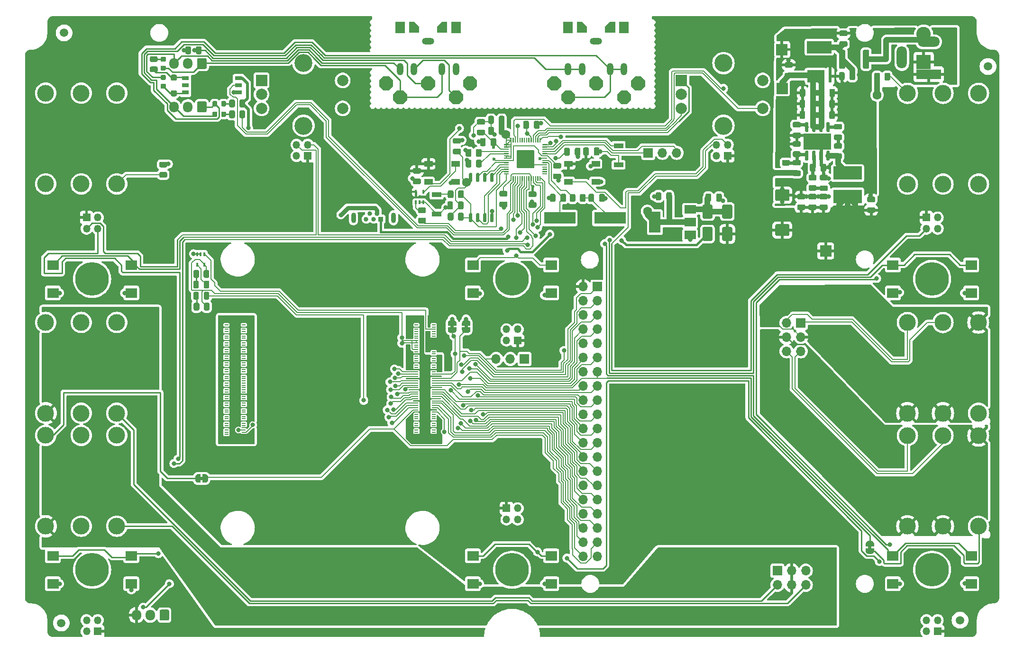
<source format=gtl>
G04 #@! TF.GenerationSoftware,KiCad,Pcbnew,7.0.9-7.0.9~ubuntu23.04.1*
G04 #@! TF.CreationDate,2023-12-03T12:42:59+00:00*
G04 #@! TF.ProjectId,pedalboard-hw,70656461-6c62-46f6-9172-642d68772e6b,3.0.2-RC*
G04 #@! TF.SameCoordinates,Original*
G04 #@! TF.FileFunction,Copper,L1,Top*
G04 #@! TF.FilePolarity,Positive*
%FSLAX46Y46*%
G04 Gerber Fmt 4.6, Leading zero omitted, Abs format (unit mm)*
G04 Created by KiCad (PCBNEW 7.0.9-7.0.9~ubuntu23.04.1) date 2023-12-03 12:42:59*
%MOMM*%
%LPD*%
G01*
G04 APERTURE LIST*
G04 #@! TA.AperFunction,SMDPad,CuDef*
%ADD10R,2.000000X2.000000*%
G04 #@! TD*
G04 #@! TA.AperFunction,SMDPad,CuDef*
%ADD11C,1.500000*%
G04 #@! TD*
G04 #@! TA.AperFunction,ComponentPad*
%ADD12O,1.200000X2.200000*%
G04 #@! TD*
G04 #@! TA.AperFunction,ComponentPad*
%ADD13O,2.200000X1.200000*%
G04 #@! TD*
G04 #@! TA.AperFunction,ComponentPad*
%ADD14C,3.000000*%
G04 #@! TD*
G04 #@! TA.AperFunction,ComponentPad*
%ADD15R,4.400000X1.800000*%
G04 #@! TD*
G04 #@! TA.AperFunction,ComponentPad*
%ADD16O,4.000000X1.800000*%
G04 #@! TD*
G04 #@! TA.AperFunction,ComponentPad*
%ADD17O,1.800000X4.000000*%
G04 #@! TD*
G04 #@! TA.AperFunction,SMDPad,CuDef*
%ADD18R,2.000000X1.500000*%
G04 #@! TD*
G04 #@! TA.AperFunction,SMDPad,CuDef*
%ADD19R,2.000000X3.800000*%
G04 #@! TD*
G04 #@! TA.AperFunction,ComponentPad*
%ADD20R,2.600000X2.600000*%
G04 #@! TD*
G04 #@! TA.AperFunction,ComponentPad*
%ADD21C,2.600000*%
G04 #@! TD*
G04 #@! TA.AperFunction,ComponentPad*
%ADD22R,1.350000X1.350000*%
G04 #@! TD*
G04 #@! TA.AperFunction,ComponentPad*
%ADD23O,1.350000X1.350000*%
G04 #@! TD*
G04 #@! TA.AperFunction,SMDPad,CuDef*
%ADD24R,1.700000X0.900000*%
G04 #@! TD*
G04 #@! TA.AperFunction,SMDPad,CuDef*
%ADD25R,1.500000X1.000000*%
G04 #@! TD*
G04 #@! TA.AperFunction,ComponentPad*
%ADD26R,1.700000X1.700000*%
G04 #@! TD*
G04 #@! TA.AperFunction,ComponentPad*
%ADD27O,1.700000X1.700000*%
G04 #@! TD*
G04 #@! TA.AperFunction,SMDPad,CuDef*
%ADD28R,2.000000X1.800000*%
G04 #@! TD*
G04 #@! TA.AperFunction,ComponentPad*
%ADD29R,0.840000X0.840000*%
G04 #@! TD*
G04 #@! TA.AperFunction,ComponentPad*
%ADD30C,0.840000*%
G04 #@! TD*
G04 #@! TA.AperFunction,ComponentPad*
%ADD31O,0.850000X1.850000*%
G04 #@! TD*
G04 #@! TA.AperFunction,ComponentPad*
%ADD32R,1.800000X2.000000*%
G04 #@! TD*
G04 #@! TA.AperFunction,ComponentPad*
%ADD33R,2.000000X2.000000*%
G04 #@! TD*
G04 #@! TA.AperFunction,ComponentPad*
%ADD34C,2.000000*%
G04 #@! TD*
G04 #@! TA.AperFunction,ComponentPad*
%ADD35C,3.200000*%
G04 #@! TD*
G04 #@! TA.AperFunction,ComponentPad*
%ADD36C,0.500000*%
G04 #@! TD*
G04 #@! TA.AperFunction,SMDPad,CuDef*
%ADD37R,4.900000X2.950000*%
G04 #@! TD*
G04 #@! TA.AperFunction,SMDPad,CuDef*
%ADD38R,3.150000X2.200000*%
G04 #@! TD*
G04 #@! TA.AperFunction,SMDPad,CuDef*
%ADD39R,0.600000X2.200000*%
G04 #@! TD*
G04 #@! TA.AperFunction,SMDPad,CuDef*
%ADD40R,4.400000X2.200000*%
G04 #@! TD*
G04 #@! TA.AperFunction,SMDPad,CuDef*
%ADD41R,1.300000X0.800000*%
G04 #@! TD*
G04 #@! TA.AperFunction,ComponentPad*
%ADD42C,0.600000*%
G04 #@! TD*
G04 #@! TA.AperFunction,SMDPad,CuDef*
%ADD43R,5.600000X2.100000*%
G04 #@! TD*
G04 #@! TA.AperFunction,SMDPad,CuDef*
%ADD44R,0.700000X0.200000*%
G04 #@! TD*
G04 #@! TA.AperFunction,SMDPad,CuDef*
%ADD45R,0.400000X0.650000*%
G04 #@! TD*
G04 #@! TA.AperFunction,SMDPad,CuDef*
%ADD46R,5.100000X2.350000*%
G04 #@! TD*
G04 #@! TA.AperFunction,WasherPad*
%ADD47C,6.000000*%
G04 #@! TD*
G04 #@! TA.AperFunction,ComponentPad*
%ADD48O,1.700000X1.950000*%
G04 #@! TD*
G04 #@! TA.AperFunction,ViaPad*
%ADD49C,0.800000*%
G04 #@! TD*
G04 #@! TA.AperFunction,ViaPad*
%ADD50C,1.600000*%
G04 #@! TD*
G04 #@! TA.AperFunction,ViaPad*
%ADD51C,0.600000*%
G04 #@! TD*
G04 #@! TA.AperFunction,Conductor*
%ADD52C,0.200000*%
G04 #@! TD*
G04 #@! TA.AperFunction,Conductor*
%ADD53C,0.250000*%
G04 #@! TD*
G04 #@! TA.AperFunction,Conductor*
%ADD54C,0.600000*%
G04 #@! TD*
G04 #@! TA.AperFunction,Conductor*
%ADD55C,1.000000*%
G04 #@! TD*
G04 #@! TA.AperFunction,Conductor*
%ADD56C,0.500000*%
G04 #@! TD*
G04 #@! TA.AperFunction,Conductor*
%ADD57C,0.400000*%
G04 #@! TD*
G04 #@! TA.AperFunction,Conductor*
%ADD58C,0.770000*%
G04 #@! TD*
G04 APERTURE END LIST*
G04 #@! TA.AperFunction,EtchedComponent*
G36*
X49800000Y-102950000D02*
G01*
X49300000Y-102950000D01*
X49300000Y-102350000D01*
X49800000Y-102350000D01*
X49800000Y-102950000D01*
G37*
G04 #@! TD.AperFunction*
G04 #@! TA.AperFunction,EtchedComponent*
G36*
X169200000Y-115250000D02*
G01*
X168600000Y-115250000D01*
X168600000Y-114750000D01*
X169200000Y-114750000D01*
X169200000Y-115250000D01*
G37*
G04 #@! TD.AperFunction*
G04 #@! TA.AperFunction,EtchedComponent*
G36*
X97100000Y-75750000D02*
G01*
X96500000Y-75750000D01*
X96500000Y-75250000D01*
X97100000Y-75250000D01*
X97100000Y-75750000D01*
G37*
G04 #@! TD.AperFunction*
G04 #@! TA.AperFunction,EtchedComponent*
G36*
X94600000Y-75750000D02*
G01*
X94000000Y-75750000D01*
X94000000Y-75250000D01*
X94600000Y-75250000D01*
X94600000Y-75750000D01*
G37*
G04 #@! TD.AperFunction*
D10*
X161010000Y-61980000D03*
G04 #@! TA.AperFunction,SMDPad,CuDef*
G36*
G01*
X114300000Y-44725000D02*
X114300000Y-43775000D01*
G75*
G02*
X114550000Y-43525000I250000J0D01*
G01*
X115050000Y-43525000D01*
G75*
G02*
X115300000Y-43775000I0J-250000D01*
G01*
X115300000Y-44725000D01*
G75*
G02*
X115050000Y-44975000I-250000J0D01*
G01*
X114550000Y-44975000D01*
G75*
G02*
X114300000Y-44725000I0J250000D01*
G01*
G37*
G04 #@! TD.AperFunction*
G04 #@! TA.AperFunction,SMDPad,CuDef*
G36*
G01*
X116200000Y-44725000D02*
X116200000Y-43775000D01*
G75*
G02*
X116450000Y-43525000I250000J0D01*
G01*
X116950000Y-43525000D01*
G75*
G02*
X117200000Y-43775000I0J-250000D01*
G01*
X117200000Y-44725000D01*
G75*
G02*
X116950000Y-44975000I-250000J0D01*
G01*
X116450000Y-44975000D01*
G75*
G02*
X116200000Y-44725000I0J250000D01*
G01*
G37*
G04 #@! TD.AperFunction*
D11*
X25000000Y-23000000D03*
G04 #@! TA.AperFunction,SMDPad,CuDef*
G36*
G01*
X96715000Y-44910000D02*
X96715000Y-44010000D01*
G75*
G02*
X96965000Y-43760000I250000J0D01*
G01*
X97490000Y-43760000D01*
G75*
G02*
X97740000Y-44010000I0J-250000D01*
G01*
X97740000Y-44910000D01*
G75*
G02*
X97490000Y-45160000I-250000J0D01*
G01*
X96965000Y-45160000D01*
G75*
G02*
X96715000Y-44910000I0J250000D01*
G01*
G37*
G04 #@! TD.AperFunction*
G04 #@! TA.AperFunction,SMDPad,CuDef*
G36*
G01*
X98540000Y-44910000D02*
X98540000Y-44010000D01*
G75*
G02*
X98790000Y-43760000I250000J0D01*
G01*
X99315000Y-43760000D01*
G75*
G02*
X99565000Y-44010000I0J-250000D01*
G01*
X99565000Y-44910000D01*
G75*
G02*
X99315000Y-45160000I-250000J0D01*
G01*
X98790000Y-45160000D01*
G75*
G02*
X98540000Y-44910000I0J250000D01*
G01*
G37*
G04 #@! TD.AperFunction*
D12*
X125000000Y-29500000D03*
X122500000Y-29500000D03*
D13*
X120000000Y-24500000D03*
D12*
X115000000Y-29500000D03*
X117500000Y-29500000D03*
G04 #@! TA.AperFunction,SMDPad,CuDef*
G36*
G01*
X99915000Y-41300000D02*
X98965000Y-41300000D01*
G75*
G02*
X98715000Y-41050000I0J250000D01*
G01*
X98715000Y-40550000D01*
G75*
G02*
X98965000Y-40300000I250000J0D01*
G01*
X99915000Y-40300000D01*
G75*
G02*
X100165000Y-40550000I0J-250000D01*
G01*
X100165000Y-41050000D01*
G75*
G02*
X99915000Y-41300000I-250000J0D01*
G01*
G37*
G04 #@! TD.AperFunction*
G04 #@! TA.AperFunction,SMDPad,CuDef*
G36*
G01*
X99915000Y-39400000D02*
X98965000Y-39400000D01*
G75*
G02*
X98715000Y-39150000I0J250000D01*
G01*
X98715000Y-38650000D01*
G75*
G02*
X98965000Y-38400000I250000J0D01*
G01*
X99915000Y-38400000D01*
G75*
G02*
X100165000Y-38650000I0J-250000D01*
G01*
X100165000Y-39150000D01*
G75*
G02*
X99915000Y-39400000I-250000J0D01*
G01*
G37*
G04 #@! TD.AperFunction*
G04 #@! TA.AperFunction,SMDPad,CuDef*
G36*
G01*
X156315000Y-48610000D02*
X155365000Y-48610000D01*
G75*
G02*
X155115000Y-48360000I0J250000D01*
G01*
X155115000Y-47860000D01*
G75*
G02*
X155365000Y-47610000I250000J0D01*
G01*
X156315000Y-47610000D01*
G75*
G02*
X156565000Y-47860000I0J-250000D01*
G01*
X156565000Y-48360000D01*
G75*
G02*
X156315000Y-48610000I-250000J0D01*
G01*
G37*
G04 #@! TD.AperFunction*
G04 #@! TA.AperFunction,SMDPad,CuDef*
G36*
G01*
X156315000Y-46710000D02*
X155365000Y-46710000D01*
G75*
G02*
X155115000Y-46460000I0J250000D01*
G01*
X155115000Y-45960000D01*
G75*
G02*
X155365000Y-45710000I250000J0D01*
G01*
X156315000Y-45710000D01*
G75*
G02*
X156565000Y-45960000I0J-250000D01*
G01*
X156565000Y-46460000D01*
G75*
G02*
X156315000Y-46710000I-250000J0D01*
G01*
G37*
G04 #@! TD.AperFunction*
D11*
X190000000Y-29000000D03*
D10*
X153220000Y-32930000D03*
G04 #@! TA.AperFunction,SMDPad,CuDef*
G36*
G01*
X139250000Y-53700000D02*
X140550000Y-53700000D01*
G75*
G02*
X140800000Y-53950000I0J-250000D01*
G01*
X140800000Y-55950000D01*
G75*
G02*
X140550000Y-56200000I-250000J0D01*
G01*
X139250000Y-56200000D01*
G75*
G02*
X139000000Y-55950000I0J250000D01*
G01*
X139000000Y-53950000D01*
G75*
G02*
X139250000Y-53700000I250000J0D01*
G01*
G37*
G04 #@! TD.AperFunction*
G04 #@! TA.AperFunction,SMDPad,CuDef*
G36*
G01*
X139250000Y-57700000D02*
X140550000Y-57700000D01*
G75*
G02*
X140800000Y-57950000I0J-250000D01*
G01*
X140800000Y-59950000D01*
G75*
G02*
X140550000Y-60200000I-250000J0D01*
G01*
X139250000Y-60200000D01*
G75*
G02*
X139000000Y-59950000I0J250000D01*
G01*
X139000000Y-57950000D01*
G75*
G02*
X139250000Y-57700000I250000J0D01*
G01*
G37*
G04 #@! TD.AperFunction*
G04 #@! TA.AperFunction,SMDPad,CuDef*
G36*
G01*
X93512500Y-56300000D02*
X93512500Y-55400000D01*
G75*
G02*
X93762500Y-55150000I250000J0D01*
G01*
X94287500Y-55150000D01*
G75*
G02*
X94537500Y-55400000I0J-250000D01*
G01*
X94537500Y-56300000D01*
G75*
G02*
X94287500Y-56550000I-250000J0D01*
G01*
X93762500Y-56550000D01*
G75*
G02*
X93512500Y-56300000I0J250000D01*
G01*
G37*
G04 #@! TD.AperFunction*
G04 #@! TA.AperFunction,SMDPad,CuDef*
G36*
G01*
X95337500Y-56300000D02*
X95337500Y-55400000D01*
G75*
G02*
X95587500Y-55150000I250000J0D01*
G01*
X96112500Y-55150000D01*
G75*
G02*
X96362500Y-55400000I0J-250000D01*
G01*
X96362500Y-56300000D01*
G75*
G02*
X96112500Y-56550000I-250000J0D01*
G01*
X95587500Y-56550000D01*
G75*
G02*
X95337500Y-56300000I0J250000D01*
G01*
G37*
G04 #@! TD.AperFunction*
D14*
X28050000Y-50000000D03*
X28050000Y-33770000D03*
X21700000Y-50000000D03*
X21700000Y-33770000D03*
X34400000Y-50000000D03*
X34400000Y-33770000D03*
X28050000Y-111200000D03*
X28050000Y-94970000D03*
X21700000Y-111200000D03*
X21700000Y-94970000D03*
X34400000Y-111200000D03*
X34400000Y-94970000D03*
G04 #@! TA.AperFunction,SMDPad,CuDef*
G36*
G01*
X157125000Y-54670000D02*
X156175000Y-54670000D01*
G75*
G02*
X155925000Y-54420000I0J250000D01*
G01*
X155925000Y-53920000D01*
G75*
G02*
X156175000Y-53670000I250000J0D01*
G01*
X157125000Y-53670000D01*
G75*
G02*
X157375000Y-53920000I0J-250000D01*
G01*
X157375000Y-54420000D01*
G75*
G02*
X157125000Y-54670000I-250000J0D01*
G01*
G37*
G04 #@! TD.AperFunction*
G04 #@! TA.AperFunction,SMDPad,CuDef*
G36*
G01*
X157125000Y-52770000D02*
X156175000Y-52770000D01*
G75*
G02*
X155925000Y-52520000I0J250000D01*
G01*
X155925000Y-52020000D01*
G75*
G02*
X156175000Y-51770000I250000J0D01*
G01*
X157125000Y-51770000D01*
G75*
G02*
X157375000Y-52020000I0J-250000D01*
G01*
X157375000Y-52520000D01*
G75*
G02*
X157125000Y-52770000I-250000J0D01*
G01*
G37*
G04 #@! TD.AperFunction*
D15*
X179400000Y-30400000D03*
D16*
X179400000Y-24600000D03*
D17*
X174600000Y-27400000D03*
D18*
X136800000Y-59150000D03*
X136800000Y-56850000D03*
D19*
X130500000Y-56850000D03*
D18*
X136800000Y-54550000D03*
D20*
X178500000Y-28210000D03*
D21*
X178500000Y-23210000D03*
G04 #@! TA.AperFunction,SMDPad,CuDef*
G36*
G01*
X133540000Y-51745000D02*
X133540000Y-52695000D01*
G75*
G02*
X133290000Y-52945000I-250000J0D01*
G01*
X132790000Y-52945000D01*
G75*
G02*
X132540000Y-52695000I0J250000D01*
G01*
X132540000Y-51745000D01*
G75*
G02*
X132790000Y-51495000I250000J0D01*
G01*
X133290000Y-51495000D01*
G75*
G02*
X133540000Y-51745000I0J-250000D01*
G01*
G37*
G04 #@! TD.AperFunction*
G04 #@! TA.AperFunction,SMDPad,CuDef*
G36*
G01*
X131640000Y-51745000D02*
X131640000Y-52695000D01*
G75*
G02*
X131390000Y-52945000I-250000J0D01*
G01*
X130890000Y-52945000D01*
G75*
G02*
X130640000Y-52695000I0J250000D01*
G01*
X130640000Y-51745000D01*
G75*
G02*
X130890000Y-51495000I250000J0D01*
G01*
X131390000Y-51495000D01*
G75*
G02*
X131640000Y-51745000I0J-250000D01*
G01*
G37*
G04 #@! TD.AperFunction*
D22*
X29000000Y-56000000D03*
D23*
X31000000Y-56000000D03*
X29000000Y-58000000D03*
X31000000Y-58000000D03*
D24*
X124010000Y-46560000D03*
X124010000Y-43160000D03*
G04 #@! TA.AperFunction,SMDPad,CuDef*
G36*
G01*
X96715000Y-46810000D02*
X96715000Y-45910000D01*
G75*
G02*
X96965000Y-45660000I250000J0D01*
G01*
X97490000Y-45660000D01*
G75*
G02*
X97740000Y-45910000I0J-250000D01*
G01*
X97740000Y-46810000D01*
G75*
G02*
X97490000Y-47060000I-250000J0D01*
G01*
X96965000Y-47060000D01*
G75*
G02*
X96715000Y-46810000I0J250000D01*
G01*
G37*
G04 #@! TD.AperFunction*
G04 #@! TA.AperFunction,SMDPad,CuDef*
G36*
G01*
X98540000Y-46810000D02*
X98540000Y-45910000D01*
G75*
G02*
X98790000Y-45660000I250000J0D01*
G01*
X99315000Y-45660000D01*
G75*
G02*
X99565000Y-45910000I0J-250000D01*
G01*
X99565000Y-46810000D01*
G75*
G02*
X99315000Y-47060000I-250000J0D01*
G01*
X98790000Y-47060000D01*
G75*
G02*
X98540000Y-46810000I0J250000D01*
G01*
G37*
G04 #@! TD.AperFunction*
G04 #@! TA.AperFunction,SMDPad,CuDef*
G36*
G01*
X96337500Y-53375000D02*
X96337500Y-54325000D01*
G75*
G02*
X96087500Y-54575000I-250000J0D01*
G01*
X95587500Y-54575000D01*
G75*
G02*
X95337500Y-54325000I0J250000D01*
G01*
X95337500Y-53375000D01*
G75*
G02*
X95587500Y-53125000I250000J0D01*
G01*
X96087500Y-53125000D01*
G75*
G02*
X96337500Y-53375000I0J-250000D01*
G01*
G37*
G04 #@! TD.AperFunction*
G04 #@! TA.AperFunction,SMDPad,CuDef*
G36*
G01*
X94437500Y-53375000D02*
X94437500Y-54325000D01*
G75*
G02*
X94187500Y-54575000I-250000J0D01*
G01*
X93687500Y-54575000D01*
G75*
G02*
X93437500Y-54325000I0J250000D01*
G01*
X93437500Y-53375000D01*
G75*
G02*
X93687500Y-53125000I250000J0D01*
G01*
X94187500Y-53125000D01*
G75*
G02*
X94437500Y-53375000I0J-250000D01*
G01*
G37*
G04 #@! TD.AperFunction*
G04 #@! TA.AperFunction,SMDPad,CuDef*
G36*
X49400000Y-103400000D02*
G01*
X48900000Y-103400000D01*
X48900000Y-103394911D01*
X48828843Y-103394911D01*
X48692292Y-103354816D01*
X48572570Y-103277875D01*
X48479373Y-103170320D01*
X48420254Y-103040866D01*
X48400000Y-102900000D01*
X48400000Y-102400000D01*
X48420254Y-102259134D01*
X48479373Y-102129680D01*
X48572570Y-102022125D01*
X48692292Y-101945184D01*
X48828843Y-101905089D01*
X48900000Y-101905089D01*
X48900000Y-101900000D01*
X49400000Y-101900000D01*
X49400000Y-103400000D01*
G37*
G04 #@! TD.AperFunction*
G04 #@! TA.AperFunction,SMDPad,CuDef*
G36*
X50200000Y-101905089D02*
G01*
X50271157Y-101905089D01*
X50407708Y-101945184D01*
X50527430Y-102022125D01*
X50620627Y-102129680D01*
X50679746Y-102259134D01*
X50700000Y-102400000D01*
X50700000Y-102900000D01*
X50679746Y-103040866D01*
X50620627Y-103170320D01*
X50527430Y-103277875D01*
X50407708Y-103354816D01*
X50271157Y-103394911D01*
X50200000Y-103394911D01*
X50200000Y-103400000D01*
X49700000Y-103400000D01*
X49700000Y-101900000D01*
X50200000Y-101900000D01*
X50200000Y-101905089D01*
G37*
G04 #@! TD.AperFunction*
D25*
X119950000Y-49600000D03*
X119950000Y-46400000D03*
X115050000Y-46400000D03*
X115050000Y-49600000D03*
G04 #@! TA.AperFunction,SMDPad,CuDef*
G36*
G01*
X154295000Y-59280000D02*
X152245000Y-59280000D01*
G75*
G02*
X151995000Y-59030000I0J250000D01*
G01*
X151995000Y-57455000D01*
G75*
G02*
X152245000Y-57205000I250000J0D01*
G01*
X154295000Y-57205000D01*
G75*
G02*
X154545000Y-57455000I0J-250000D01*
G01*
X154545000Y-59030000D01*
G75*
G02*
X154295000Y-59280000I-250000J0D01*
G01*
G37*
G04 #@! TD.AperFunction*
G04 #@! TA.AperFunction,SMDPad,CuDef*
G36*
G01*
X154295000Y-53055000D02*
X152245000Y-53055000D01*
G75*
G02*
X151995000Y-52805000I0J250000D01*
G01*
X151995000Y-51230000D01*
G75*
G02*
X152245000Y-50980000I250000J0D01*
G01*
X154295000Y-50980000D01*
G75*
G02*
X154545000Y-51230000I0J-250000D01*
G01*
X154545000Y-52805000D01*
G75*
G02*
X154295000Y-53055000I-250000J0D01*
G01*
G37*
G04 #@! TD.AperFunction*
G04 #@! TA.AperFunction,SMDPad,CuDef*
G36*
G01*
X93512500Y-52300000D02*
X93512500Y-51400000D01*
G75*
G02*
X93762500Y-51150000I250000J0D01*
G01*
X94287500Y-51150000D01*
G75*
G02*
X94537500Y-51400000I0J-250000D01*
G01*
X94537500Y-52300000D01*
G75*
G02*
X94287500Y-52550000I-250000J0D01*
G01*
X93762500Y-52550000D01*
G75*
G02*
X93512500Y-52300000I0J250000D01*
G01*
G37*
G04 #@! TD.AperFunction*
G04 #@! TA.AperFunction,SMDPad,CuDef*
G36*
G01*
X95337500Y-52300000D02*
X95337500Y-51400000D01*
G75*
G02*
X95587500Y-51150000I250000J0D01*
G01*
X96112500Y-51150000D01*
G75*
G02*
X96362500Y-51400000I0J-250000D01*
G01*
X96362500Y-52300000D01*
G75*
G02*
X96112500Y-52550000I-250000J0D01*
G01*
X95587500Y-52550000D01*
G75*
G02*
X95337500Y-52300000I0J250000D01*
G01*
G37*
G04 #@! TD.AperFunction*
D14*
X28050000Y-91000000D03*
X28050000Y-74770000D03*
X21700000Y-91000000D03*
X21700000Y-74770000D03*
X34400000Y-91000000D03*
X34400000Y-74770000D03*
X181950000Y-94995000D03*
X181950000Y-111225000D03*
X188300000Y-94995000D03*
X188300000Y-111225000D03*
X175600000Y-94995000D03*
X175600000Y-111225000D03*
D26*
X129315000Y-44450000D03*
D27*
X131855000Y-44450000D03*
X134395000Y-44450000D03*
G04 #@! TA.AperFunction,SMDPad,CuDef*
G36*
G01*
X158190000Y-47585000D02*
X158190000Y-46635000D01*
G75*
G02*
X158440000Y-46385000I250000J0D01*
G01*
X158940000Y-46385000D01*
G75*
G02*
X159190000Y-46635000I0J-250000D01*
G01*
X159190000Y-47585000D01*
G75*
G02*
X158940000Y-47835000I-250000J0D01*
G01*
X158440000Y-47835000D01*
G75*
G02*
X158190000Y-47585000I0J250000D01*
G01*
G37*
G04 #@! TD.AperFunction*
G04 #@! TA.AperFunction,SMDPad,CuDef*
G36*
G01*
X160090000Y-47585000D02*
X160090000Y-46635000D01*
G75*
G02*
X160340000Y-46385000I250000J0D01*
G01*
X160840000Y-46385000D01*
G75*
G02*
X161090000Y-46635000I0J-250000D01*
G01*
X161090000Y-47585000D01*
G75*
G02*
X160840000Y-47835000I-250000J0D01*
G01*
X160340000Y-47835000D01*
G75*
G02*
X160090000Y-47585000I0J250000D01*
G01*
G37*
G04 #@! TD.AperFunction*
G04 #@! TA.AperFunction,SMDPad,CuDef*
G36*
G01*
X156280000Y-45195000D02*
X155380000Y-45195000D01*
G75*
G02*
X155130000Y-44945000I0J250000D01*
G01*
X155130000Y-44420000D01*
G75*
G02*
X155380000Y-44170000I250000J0D01*
G01*
X156280000Y-44170000D01*
G75*
G02*
X156530000Y-44420000I0J-250000D01*
G01*
X156530000Y-44945000D01*
G75*
G02*
X156280000Y-45195000I-250000J0D01*
G01*
G37*
G04 #@! TD.AperFunction*
G04 #@! TA.AperFunction,SMDPad,CuDef*
G36*
G01*
X156280000Y-43370000D02*
X155380000Y-43370000D01*
G75*
G02*
X155130000Y-43120000I0J250000D01*
G01*
X155130000Y-42595000D01*
G75*
G02*
X155380000Y-42345000I250000J0D01*
G01*
X156280000Y-42345000D01*
G75*
G02*
X156530000Y-42595000I0J-250000D01*
G01*
X156530000Y-43120000D01*
G75*
G02*
X156280000Y-43370000I-250000J0D01*
G01*
G37*
G04 #@! TD.AperFunction*
D22*
X181000000Y-130000000D03*
D23*
X179000000Y-130000000D03*
X181000000Y-128000000D03*
X179000000Y-128000000D03*
D22*
X31000000Y-130000000D03*
D23*
X29000000Y-130000000D03*
X31000000Y-128000000D03*
X29000000Y-128000000D03*
D28*
X98000000Y-64500000D03*
X112000000Y-64500000D03*
X98000000Y-69500000D03*
X112000000Y-69500000D03*
D11*
X185000000Y-128000000D03*
G04 #@! TA.AperFunction,SMDPad,CuDef*
G36*
G01*
X154895000Y-31120000D02*
X153945000Y-31120000D01*
G75*
G02*
X153695000Y-30870000I0J250000D01*
G01*
X153695000Y-30370000D01*
G75*
G02*
X153945000Y-30120000I250000J0D01*
G01*
X154895000Y-30120000D01*
G75*
G02*
X155145000Y-30370000I0J-250000D01*
G01*
X155145000Y-30870000D01*
G75*
G02*
X154895000Y-31120000I-250000J0D01*
G01*
G37*
G04 #@! TD.AperFunction*
G04 #@! TA.AperFunction,SMDPad,CuDef*
G36*
G01*
X154895000Y-29220000D02*
X153945000Y-29220000D01*
G75*
G02*
X153695000Y-28970000I0J250000D01*
G01*
X153695000Y-28470000D01*
G75*
G02*
X153945000Y-28220000I250000J0D01*
G01*
X154895000Y-28220000D01*
G75*
G02*
X155145000Y-28470000I0J-250000D01*
G01*
X155145000Y-28970000D01*
G75*
G02*
X154895000Y-29220000I-250000J0D01*
G01*
G37*
G04 #@! TD.AperFunction*
G04 #@! TA.AperFunction,SMDPad,CuDef*
G36*
G01*
X169605000Y-55180000D02*
X168655000Y-55180000D01*
G75*
G02*
X168405000Y-54930000I0J250000D01*
G01*
X168405000Y-54430000D01*
G75*
G02*
X168655000Y-54180000I250000J0D01*
G01*
X169605000Y-54180000D01*
G75*
G02*
X169855000Y-54430000I0J-250000D01*
G01*
X169855000Y-54930000D01*
G75*
G02*
X169605000Y-55180000I-250000J0D01*
G01*
G37*
G04 #@! TD.AperFunction*
G04 #@! TA.AperFunction,SMDPad,CuDef*
G36*
G01*
X169605000Y-53280000D02*
X168655000Y-53280000D01*
G75*
G02*
X168405000Y-53030000I0J250000D01*
G01*
X168405000Y-52530000D01*
G75*
G02*
X168655000Y-52280000I250000J0D01*
G01*
X169605000Y-52280000D01*
G75*
G02*
X169855000Y-52530000I0J-250000D01*
G01*
X169855000Y-53030000D01*
G75*
G02*
X169605000Y-53280000I-250000J0D01*
G01*
G37*
G04 #@! TD.AperFunction*
D22*
X106000000Y-78000000D03*
D23*
X104000000Y-78000000D03*
X106000000Y-76000000D03*
X104000000Y-76000000D03*
G04 #@! TA.AperFunction,SMDPad,CuDef*
G36*
G01*
X89360000Y-57055000D02*
X88460000Y-57055000D01*
G75*
G02*
X88210000Y-56805000I0J250000D01*
G01*
X88210000Y-56280000D01*
G75*
G02*
X88460000Y-56030000I250000J0D01*
G01*
X89360000Y-56030000D01*
G75*
G02*
X89610000Y-56280000I0J-250000D01*
G01*
X89610000Y-56805000D01*
G75*
G02*
X89360000Y-57055000I-250000J0D01*
G01*
G37*
G04 #@! TD.AperFunction*
G04 #@! TA.AperFunction,SMDPad,CuDef*
G36*
G01*
X89360000Y-55230000D02*
X88460000Y-55230000D01*
G75*
G02*
X88210000Y-54980000I0J250000D01*
G01*
X88210000Y-54455000D01*
G75*
G02*
X88460000Y-54205000I250000J0D01*
G01*
X89360000Y-54205000D01*
G75*
G02*
X89610000Y-54455000I0J-250000D01*
G01*
X89610000Y-54980000D01*
G75*
G02*
X89360000Y-55230000I-250000J0D01*
G01*
G37*
G04 #@! TD.AperFunction*
D29*
X81540000Y-56290000D03*
D30*
X80890000Y-55290000D03*
X80240000Y-56290000D03*
X79590000Y-55290000D03*
X78940000Y-56290000D03*
D31*
X83815000Y-56070000D03*
X76665000Y-56070000D03*
D24*
X91510000Y-55350000D03*
X91510000Y-51950000D03*
G04 #@! TA.AperFunction,SMDPad,CuDef*
G36*
G01*
X163660000Y-45555000D02*
X162760000Y-45555000D01*
G75*
G02*
X162510000Y-45305000I0J250000D01*
G01*
X162510000Y-44780000D01*
G75*
G02*
X162760000Y-44530000I250000J0D01*
G01*
X163660000Y-44530000D01*
G75*
G02*
X163910000Y-44780000I0J-250000D01*
G01*
X163910000Y-45305000D01*
G75*
G02*
X163660000Y-45555000I-250000J0D01*
G01*
G37*
G04 #@! TD.AperFunction*
G04 #@! TA.AperFunction,SMDPad,CuDef*
G36*
G01*
X163660000Y-43730000D02*
X162760000Y-43730000D01*
G75*
G02*
X162510000Y-43480000I0J250000D01*
G01*
X162510000Y-42955000D01*
G75*
G02*
X162760000Y-42705000I250000J0D01*
G01*
X163660000Y-42705000D01*
G75*
G02*
X163910000Y-42955000I0J-250000D01*
G01*
X163910000Y-43480000D01*
G75*
G02*
X163660000Y-43730000I-250000J0D01*
G01*
G37*
G04 #@! TD.AperFunction*
G04 #@! TA.AperFunction,SMDPad,CuDef*
G36*
G01*
X161095000Y-54670000D02*
X160145000Y-54670000D01*
G75*
G02*
X159895000Y-54420000I0J250000D01*
G01*
X159895000Y-53920000D01*
G75*
G02*
X160145000Y-53670000I250000J0D01*
G01*
X161095000Y-53670000D01*
G75*
G02*
X161345000Y-53920000I0J-250000D01*
G01*
X161345000Y-54420000D01*
G75*
G02*
X161095000Y-54670000I-250000J0D01*
G01*
G37*
G04 #@! TD.AperFunction*
G04 #@! TA.AperFunction,SMDPad,CuDef*
G36*
G01*
X161095000Y-52770000D02*
X160145000Y-52770000D01*
G75*
G02*
X159895000Y-52520000I0J250000D01*
G01*
X159895000Y-52020000D01*
G75*
G02*
X160145000Y-51770000I250000J0D01*
G01*
X161095000Y-51770000D01*
G75*
G02*
X161345000Y-52020000I0J-250000D01*
G01*
X161345000Y-52520000D01*
G75*
G02*
X161095000Y-52770000I-250000J0D01*
G01*
G37*
G04 #@! TD.AperFunction*
D14*
X181965000Y-33800000D03*
X181965000Y-50030000D03*
X188315000Y-33800000D03*
X188315000Y-50030000D03*
X175615000Y-33800000D03*
X175615000Y-50030000D03*
G04 #@! TA.AperFunction,SMDPad,CuDef*
G36*
G01*
X49550000Y-25625000D02*
X49550000Y-26575000D01*
G75*
G02*
X49300000Y-26825000I-250000J0D01*
G01*
X48800000Y-26825000D01*
G75*
G02*
X48550000Y-26575000I0J250000D01*
G01*
X48550000Y-25625000D01*
G75*
G02*
X48800000Y-25375000I250000J0D01*
G01*
X49300000Y-25375000D01*
G75*
G02*
X49550000Y-25625000I0J-250000D01*
G01*
G37*
G04 #@! TD.AperFunction*
G04 #@! TA.AperFunction,SMDPad,CuDef*
G36*
G01*
X47650000Y-25625000D02*
X47650000Y-26575000D01*
G75*
G02*
X47400000Y-26825000I-250000J0D01*
G01*
X46900000Y-26825000D01*
G75*
G02*
X46650000Y-26575000I0J250000D01*
G01*
X46650000Y-25625000D01*
G75*
G02*
X46900000Y-25375000I250000J0D01*
G01*
X47400000Y-25375000D01*
G75*
G02*
X47650000Y-25625000I0J-250000D01*
G01*
G37*
G04 #@! TD.AperFunction*
G04 #@! TA.AperFunction,SMDPad,CuDef*
G36*
G01*
X163685000Y-42170000D02*
X162735000Y-42170000D01*
G75*
G02*
X162485000Y-41920000I0J250000D01*
G01*
X162485000Y-41420000D01*
G75*
G02*
X162735000Y-41170000I250000J0D01*
G01*
X163685000Y-41170000D01*
G75*
G02*
X163935000Y-41420000I0J-250000D01*
G01*
X163935000Y-41920000D01*
G75*
G02*
X163685000Y-42170000I-250000J0D01*
G01*
G37*
G04 #@! TD.AperFunction*
G04 #@! TA.AperFunction,SMDPad,CuDef*
G36*
G01*
X163685000Y-40270000D02*
X162735000Y-40270000D01*
G75*
G02*
X162485000Y-40020000I0J250000D01*
G01*
X162485000Y-39520000D01*
G75*
G02*
X162735000Y-39270000I250000J0D01*
G01*
X163685000Y-39270000D01*
G75*
G02*
X163935000Y-39520000I0J-250000D01*
G01*
X163935000Y-40020000D01*
G75*
G02*
X163685000Y-40270000I-250000J0D01*
G01*
G37*
G04 #@! TD.AperFunction*
D22*
X143500000Y-45000000D03*
D23*
X141500000Y-45000000D03*
X143500000Y-43000000D03*
X141500000Y-43000000D03*
G04 #@! TA.AperFunction,ComponentPad*
G36*
X113750000Y-32517767D02*
G01*
X113017767Y-33250000D01*
X111982233Y-33250000D01*
X111250000Y-32517767D01*
X111250000Y-31482233D01*
X111982233Y-30750000D01*
X113017767Y-30750000D01*
X113750000Y-31482233D01*
X113750000Y-32517767D01*
G37*
G04 #@! TD.AperFunction*
G04 #@! TA.AperFunction,ComponentPad*
G36*
X120517767Y-30750000D02*
G01*
X121250000Y-31482233D01*
X121250000Y-32517767D01*
X120517767Y-33250000D01*
X119482233Y-33250000D01*
X118750000Y-32517767D01*
X118750000Y-31482233D01*
X119482233Y-30750000D01*
X120517767Y-30750000D01*
G37*
G04 #@! TD.AperFunction*
G04 #@! TA.AperFunction,ComponentPad*
G36*
X128750000Y-32517767D02*
G01*
X128017767Y-33250000D01*
X126982233Y-33250000D01*
X126250000Y-32517767D01*
X126250000Y-31482233D01*
X126982233Y-30750000D01*
X128017767Y-30750000D01*
X128750000Y-31482233D01*
X128750000Y-32517767D01*
G37*
G04 #@! TD.AperFunction*
G04 #@! TA.AperFunction,ComponentPad*
G36*
X116250000Y-35017767D02*
G01*
X115517767Y-35750000D01*
X114482233Y-35750000D01*
X113750000Y-35017767D01*
X113750000Y-33982233D01*
X114482233Y-33250000D01*
X115517767Y-33250000D01*
X116250000Y-33982233D01*
X116250000Y-35017767D01*
G37*
G04 #@! TD.AperFunction*
G04 #@! TA.AperFunction,ComponentPad*
G36*
X126250000Y-35017767D02*
G01*
X125517767Y-35750000D01*
X124482233Y-35750000D01*
X123750000Y-35017767D01*
X123750000Y-33982233D01*
X124482233Y-33250000D01*
X125517767Y-33250000D01*
X126250000Y-33982233D01*
X126250000Y-35017767D01*
G37*
G04 #@! TD.AperFunction*
G04 #@! TA.AperFunction,ComponentPad*
G36*
X123400000Y-23000000D02*
G01*
X121600000Y-23000000D01*
X121600000Y-21900000D01*
X122500000Y-21000000D01*
X123400000Y-21000000D01*
X123400000Y-23000000D01*
G37*
G04 #@! TD.AperFunction*
D32*
X125000000Y-22000000D03*
X115000000Y-22000000D03*
G04 #@! TA.AperFunction,ComponentPad*
G36*
X118400000Y-23000000D02*
G01*
X116600000Y-23000000D01*
X116600000Y-21000000D01*
X117500000Y-21000000D01*
X118400000Y-21900000D01*
X118400000Y-23000000D01*
G37*
G04 #@! TD.AperFunction*
G04 #@! TA.AperFunction,SMDPad,CuDef*
G36*
G01*
X155365000Y-38920000D02*
X156315000Y-38920000D01*
G75*
G02*
X156565000Y-39170000I0J-250000D01*
G01*
X156565000Y-39670000D01*
G75*
G02*
X156315000Y-39920000I-250000J0D01*
G01*
X155365000Y-39920000D01*
G75*
G02*
X155115000Y-39670000I0J250000D01*
G01*
X155115000Y-39170000D01*
G75*
G02*
X155365000Y-38920000I250000J0D01*
G01*
G37*
G04 #@! TD.AperFunction*
G04 #@! TA.AperFunction,SMDPad,CuDef*
G36*
G01*
X155365000Y-40820000D02*
X156315000Y-40820000D01*
G75*
G02*
X156565000Y-41070000I0J-250000D01*
G01*
X156565000Y-41570000D01*
G75*
G02*
X156315000Y-41820000I-250000J0D01*
G01*
X155365000Y-41820000D01*
G75*
G02*
X155115000Y-41570000I0J250000D01*
G01*
X155115000Y-41070000D01*
G75*
G02*
X155365000Y-40820000I250000J0D01*
G01*
G37*
G04 #@! TD.AperFunction*
D33*
X60250000Y-31500000D03*
D34*
X60250000Y-36500000D03*
X60250000Y-34000000D03*
D35*
X67750000Y-28400000D03*
X67750000Y-39600000D03*
D34*
X74750000Y-36500000D03*
X74750000Y-31500000D03*
G04 #@! TA.AperFunction,SMDPad,CuDef*
G36*
G01*
X159250000Y-35215000D02*
X159250000Y-36165000D01*
G75*
G02*
X159000000Y-36415000I-250000J0D01*
G01*
X158500000Y-36415000D01*
G75*
G02*
X158250000Y-36165000I0J250000D01*
G01*
X158250000Y-35215000D01*
G75*
G02*
X158500000Y-34965000I250000J0D01*
G01*
X159000000Y-34965000D01*
G75*
G02*
X159250000Y-35215000I0J-250000D01*
G01*
G37*
G04 #@! TD.AperFunction*
G04 #@! TA.AperFunction,SMDPad,CuDef*
G36*
G01*
X157350000Y-35215000D02*
X157350000Y-36165000D01*
G75*
G02*
X157100000Y-36415000I-250000J0D01*
G01*
X156600000Y-36415000D01*
G75*
G02*
X156350000Y-36165000I0J250000D01*
G01*
X156350000Y-35215000D01*
G75*
G02*
X156600000Y-34965000I250000J0D01*
G01*
X157100000Y-34965000D01*
G75*
G02*
X157350000Y-35215000I0J-250000D01*
G01*
G37*
G04 #@! TD.AperFunction*
G04 #@! TA.AperFunction,SMDPad,CuDef*
G36*
G01*
X161275000Y-38950000D02*
X161575000Y-38950000D01*
G75*
G02*
X161725000Y-39100000I0J-150000D01*
G01*
X161725000Y-40575000D01*
G75*
G02*
X161575000Y-40725000I-150000J0D01*
G01*
X161275000Y-40725000D01*
G75*
G02*
X161125000Y-40575000I0J150000D01*
G01*
X161125000Y-39100000D01*
G75*
G02*
X161275000Y-38950000I150000J0D01*
G01*
G37*
G04 #@! TD.AperFunction*
G04 #@! TA.AperFunction,SMDPad,CuDef*
G36*
G01*
X160005000Y-38950000D02*
X160305000Y-38950000D01*
G75*
G02*
X160455000Y-39100000I0J-150000D01*
G01*
X160455000Y-40575000D01*
G75*
G02*
X160305000Y-40725000I-150000J0D01*
G01*
X160005000Y-40725000D01*
G75*
G02*
X159855000Y-40575000I0J150000D01*
G01*
X159855000Y-39100000D01*
G75*
G02*
X160005000Y-38950000I150000J0D01*
G01*
G37*
G04 #@! TD.AperFunction*
G04 #@! TA.AperFunction,SMDPad,CuDef*
G36*
G01*
X158735000Y-38950000D02*
X159035000Y-38950000D01*
G75*
G02*
X159185000Y-39100000I0J-150000D01*
G01*
X159185000Y-40575000D01*
G75*
G02*
X159035000Y-40725000I-150000J0D01*
G01*
X158735000Y-40725000D01*
G75*
G02*
X158585000Y-40575000I0J150000D01*
G01*
X158585000Y-39100000D01*
G75*
G02*
X158735000Y-38950000I150000J0D01*
G01*
G37*
G04 #@! TD.AperFunction*
G04 #@! TA.AperFunction,SMDPad,CuDef*
G36*
G01*
X157465000Y-38950000D02*
X157765000Y-38950000D01*
G75*
G02*
X157915000Y-39100000I0J-150000D01*
G01*
X157915000Y-40575000D01*
G75*
G02*
X157765000Y-40725000I-150000J0D01*
G01*
X157465000Y-40725000D01*
G75*
G02*
X157315000Y-40575000I0J150000D01*
G01*
X157315000Y-39100000D01*
G75*
G02*
X157465000Y-38950000I150000J0D01*
G01*
G37*
G04 #@! TD.AperFunction*
G04 #@! TA.AperFunction,SMDPad,CuDef*
G36*
G01*
X157465000Y-44075000D02*
X157765000Y-44075000D01*
G75*
G02*
X157915000Y-44225000I0J-150000D01*
G01*
X157915000Y-45700000D01*
G75*
G02*
X157765000Y-45850000I-150000J0D01*
G01*
X157465000Y-45850000D01*
G75*
G02*
X157315000Y-45700000I0J150000D01*
G01*
X157315000Y-44225000D01*
G75*
G02*
X157465000Y-44075000I150000J0D01*
G01*
G37*
G04 #@! TD.AperFunction*
G04 #@! TA.AperFunction,SMDPad,CuDef*
G36*
G01*
X158735000Y-44075000D02*
X159035000Y-44075000D01*
G75*
G02*
X159185000Y-44225000I0J-150000D01*
G01*
X159185000Y-45700000D01*
G75*
G02*
X159035000Y-45850000I-150000J0D01*
G01*
X158735000Y-45850000D01*
G75*
G02*
X158585000Y-45700000I0J150000D01*
G01*
X158585000Y-44225000D01*
G75*
G02*
X158735000Y-44075000I150000J0D01*
G01*
G37*
G04 #@! TD.AperFunction*
G04 #@! TA.AperFunction,SMDPad,CuDef*
G36*
G01*
X160005000Y-44075000D02*
X160305000Y-44075000D01*
G75*
G02*
X160455000Y-44225000I0J-150000D01*
G01*
X160455000Y-45700000D01*
G75*
G02*
X160305000Y-45850000I-150000J0D01*
G01*
X160005000Y-45850000D01*
G75*
G02*
X159855000Y-45700000I0J150000D01*
G01*
X159855000Y-44225000D01*
G75*
G02*
X160005000Y-44075000I150000J0D01*
G01*
G37*
G04 #@! TD.AperFunction*
G04 #@! TA.AperFunction,SMDPad,CuDef*
G36*
G01*
X161275000Y-44075000D02*
X161575000Y-44075000D01*
G75*
G02*
X161725000Y-44225000I0J-150000D01*
G01*
X161725000Y-45700000D01*
G75*
G02*
X161575000Y-45850000I-150000J0D01*
G01*
X161275000Y-45850000D01*
G75*
G02*
X161125000Y-45700000I0J150000D01*
G01*
X161125000Y-44225000D01*
G75*
G02*
X161275000Y-44075000I150000J0D01*
G01*
G37*
G04 #@! TD.AperFunction*
D36*
X161470000Y-41750000D03*
X160170000Y-41750000D03*
X158870000Y-41750000D03*
X157570000Y-41750000D03*
D37*
X159520000Y-42400000D03*
D36*
X161470000Y-43050000D03*
X160170000Y-43050000D03*
X158870000Y-43050000D03*
X157570000Y-43050000D03*
D25*
X94950000Y-49600000D03*
X94950000Y-46400000D03*
X90050000Y-46400000D03*
X90050000Y-49600000D03*
D22*
X179000000Y-56000000D03*
D23*
X181000000Y-56000000D03*
X179000000Y-58000000D03*
X181000000Y-58000000D03*
G04 #@! TA.AperFunction,SMDPad,CuDef*
G36*
G01*
X95615000Y-44700000D02*
X94665000Y-44700000D01*
G75*
G02*
X94415000Y-44450000I0J250000D01*
G01*
X94415000Y-43950000D01*
G75*
G02*
X94665000Y-43700000I250000J0D01*
G01*
X95615000Y-43700000D01*
G75*
G02*
X95865000Y-43950000I0J-250000D01*
G01*
X95865000Y-44450000D01*
G75*
G02*
X95615000Y-44700000I-250000J0D01*
G01*
G37*
G04 #@! TD.AperFunction*
G04 #@! TA.AperFunction,SMDPad,CuDef*
G36*
G01*
X95615000Y-42800000D02*
X94665000Y-42800000D01*
G75*
G02*
X94415000Y-42550000I0J250000D01*
G01*
X94415000Y-42050000D01*
G75*
G02*
X94665000Y-41800000I250000J0D01*
G01*
X95615000Y-41800000D01*
G75*
G02*
X95865000Y-42050000I0J-250000D01*
G01*
X95865000Y-42550000D01*
G75*
G02*
X95615000Y-42800000I-250000J0D01*
G01*
G37*
G04 #@! TD.AperFunction*
D22*
X68500000Y-45000000D03*
D23*
X66500000Y-45000000D03*
X68500000Y-43000000D03*
X66500000Y-43000000D03*
G04 #@! TA.AperFunction,SMDPad,CuDef*
G36*
G01*
X40550000Y-27175000D02*
X41450000Y-27175000D01*
G75*
G02*
X41700000Y-27425000I0J-250000D01*
G01*
X41700000Y-27950000D01*
G75*
G02*
X41450000Y-28200000I-250000J0D01*
G01*
X40550000Y-28200000D01*
G75*
G02*
X40300000Y-27950000I0J250000D01*
G01*
X40300000Y-27425000D01*
G75*
G02*
X40550000Y-27175000I250000J0D01*
G01*
G37*
G04 #@! TD.AperFunction*
G04 #@! TA.AperFunction,SMDPad,CuDef*
G36*
G01*
X40550000Y-29000000D02*
X41450000Y-29000000D01*
G75*
G02*
X41700000Y-29250000I0J-250000D01*
G01*
X41700000Y-29775000D01*
G75*
G02*
X41450000Y-30025000I-250000J0D01*
G01*
X40550000Y-30025000D01*
G75*
G02*
X40300000Y-29775000I0J250000D01*
G01*
X40300000Y-29250000D01*
G75*
G02*
X40550000Y-29000000I250000J0D01*
G01*
G37*
G04 #@! TD.AperFunction*
G04 #@! TA.AperFunction,SMDPad,CuDef*
G36*
G01*
X87525000Y-47160000D02*
X88475000Y-47160000D01*
G75*
G02*
X88725000Y-47410000I0J-250000D01*
G01*
X88725000Y-47910000D01*
G75*
G02*
X88475000Y-48160000I-250000J0D01*
G01*
X87525000Y-48160000D01*
G75*
G02*
X87275000Y-47910000I0J250000D01*
G01*
X87275000Y-47410000D01*
G75*
G02*
X87525000Y-47160000I250000J0D01*
G01*
G37*
G04 #@! TD.AperFunction*
G04 #@! TA.AperFunction,SMDPad,CuDef*
G36*
G01*
X87525000Y-49060000D02*
X88475000Y-49060000D01*
G75*
G02*
X88725000Y-49310000I0J-250000D01*
G01*
X88725000Y-49810000D01*
G75*
G02*
X88475000Y-50060000I-250000J0D01*
G01*
X87525000Y-50060000D01*
G75*
G02*
X87275000Y-49810000I0J250000D01*
G01*
X87275000Y-49310000D01*
G75*
G02*
X87525000Y-49060000I250000J0D01*
G01*
G37*
G04 #@! TD.AperFunction*
G04 #@! TA.AperFunction,SMDPad,CuDef*
G36*
G01*
X102975000Y-51250000D02*
X103925000Y-51250000D01*
G75*
G02*
X104175000Y-51500000I0J-250000D01*
G01*
X104175000Y-52000000D01*
G75*
G02*
X103925000Y-52250000I-250000J0D01*
G01*
X102975000Y-52250000D01*
G75*
G02*
X102725000Y-52000000I0J250000D01*
G01*
X102725000Y-51500000D01*
G75*
G02*
X102975000Y-51250000I250000J0D01*
G01*
G37*
G04 #@! TD.AperFunction*
G04 #@! TA.AperFunction,SMDPad,CuDef*
G36*
G01*
X102975000Y-53150000D02*
X103925000Y-53150000D01*
G75*
G02*
X104175000Y-53400000I0J-250000D01*
G01*
X104175000Y-53900000D01*
G75*
G02*
X103925000Y-54150000I-250000J0D01*
G01*
X102975000Y-54150000D01*
G75*
G02*
X102725000Y-53900000I0J250000D01*
G01*
X102725000Y-53400000D01*
G75*
G02*
X102975000Y-53150000I250000J0D01*
G01*
G37*
G04 #@! TD.AperFunction*
D38*
X159225000Y-30760000D03*
D39*
X161765000Y-30760000D03*
D40*
X159860000Y-25560000D03*
G04 #@! TA.AperFunction,SMDPad,CuDef*
G36*
G01*
X115275000Y-52950000D02*
X115275000Y-52050000D01*
G75*
G02*
X115525000Y-51800000I250000J0D01*
G01*
X116050000Y-51800000D01*
G75*
G02*
X116300000Y-52050000I0J-250000D01*
G01*
X116300000Y-52950000D01*
G75*
G02*
X116050000Y-53200000I-250000J0D01*
G01*
X115525000Y-53200000D01*
G75*
G02*
X115275000Y-52950000I0J250000D01*
G01*
G37*
G04 #@! TD.AperFunction*
G04 #@! TA.AperFunction,SMDPad,CuDef*
G36*
G01*
X117100000Y-52950000D02*
X117100000Y-52050000D01*
G75*
G02*
X117350000Y-51800000I250000J0D01*
G01*
X117875000Y-51800000D01*
G75*
G02*
X118125000Y-52050000I0J-250000D01*
G01*
X118125000Y-52950000D01*
G75*
G02*
X117875000Y-53200000I-250000J0D01*
G01*
X117350000Y-53200000D01*
G75*
G02*
X117100000Y-52950000I0J250000D01*
G01*
G37*
G04 #@! TD.AperFunction*
G04 #@! TA.AperFunction,SMDPad,CuDef*
G36*
G01*
X159780000Y-34205000D02*
X159780000Y-33255000D01*
G75*
G02*
X160030000Y-33005000I250000J0D01*
G01*
X160530000Y-33005000D01*
G75*
G02*
X160780000Y-33255000I0J-250000D01*
G01*
X160780000Y-34205000D01*
G75*
G02*
X160530000Y-34455000I-250000J0D01*
G01*
X160030000Y-34455000D01*
G75*
G02*
X159780000Y-34205000I0J250000D01*
G01*
G37*
G04 #@! TD.AperFunction*
G04 #@! TA.AperFunction,SMDPad,CuDef*
G36*
G01*
X161680000Y-34205000D02*
X161680000Y-33255000D01*
G75*
G02*
X161930000Y-33005000I250000J0D01*
G01*
X162430000Y-33005000D01*
G75*
G02*
X162680000Y-33255000I0J-250000D01*
G01*
X162680000Y-34205000D01*
G75*
G02*
X162430000Y-34455000I-250000J0D01*
G01*
X161930000Y-34455000D01*
G75*
G02*
X161680000Y-34205000I0J250000D01*
G01*
G37*
G04 #@! TD.AperFunction*
D26*
X107225000Y-81300000D03*
D27*
X104685000Y-81300000D03*
X102145000Y-81300000D03*
G04 #@! TA.AperFunction,SMDPad,CuDef*
G36*
G01*
X166280000Y-30255000D02*
X166280000Y-31205000D01*
G75*
G02*
X166030000Y-31455000I-250000J0D01*
G01*
X165530000Y-31455000D01*
G75*
G02*
X165280000Y-31205000I0J250000D01*
G01*
X165280000Y-30255000D01*
G75*
G02*
X165530000Y-30005000I250000J0D01*
G01*
X166030000Y-30005000D01*
G75*
G02*
X166280000Y-30255000I0J-250000D01*
G01*
G37*
G04 #@! TD.AperFunction*
G04 #@! TA.AperFunction,SMDPad,CuDef*
G36*
G01*
X164380000Y-30255000D02*
X164380000Y-31205000D01*
G75*
G02*
X164130000Y-31455000I-250000J0D01*
G01*
X163630000Y-31455000D01*
G75*
G02*
X163380000Y-31205000I0J250000D01*
G01*
X163380000Y-30255000D01*
G75*
G02*
X163630000Y-30005000I250000J0D01*
G01*
X164130000Y-30005000D01*
G75*
G02*
X164380000Y-30255000I0J-250000D01*
G01*
G37*
G04 #@! TD.AperFunction*
D14*
X181950000Y-74780000D03*
X181950000Y-91010000D03*
X188300000Y-74780000D03*
X188300000Y-91010000D03*
X175600000Y-74780000D03*
X175600000Y-91010000D03*
G04 #@! TA.AperFunction,SMDPad,CuDef*
G36*
G01*
X164645000Y-25480000D02*
X163695000Y-25480000D01*
G75*
G02*
X163445000Y-25230000I0J250000D01*
G01*
X163445000Y-24730000D01*
G75*
G02*
X163695000Y-24480000I250000J0D01*
G01*
X164645000Y-24480000D01*
G75*
G02*
X164895000Y-24730000I0J-250000D01*
G01*
X164895000Y-25230000D01*
G75*
G02*
X164645000Y-25480000I-250000J0D01*
G01*
G37*
G04 #@! TD.AperFunction*
G04 #@! TA.AperFunction,SMDPad,CuDef*
G36*
G01*
X164645000Y-23580000D02*
X163695000Y-23580000D01*
G75*
G02*
X163445000Y-23330000I0J250000D01*
G01*
X163445000Y-22830000D01*
G75*
G02*
X163695000Y-22580000I250000J0D01*
G01*
X164645000Y-22580000D01*
G75*
G02*
X164895000Y-22830000I0J-250000D01*
G01*
X164895000Y-23330000D01*
G75*
G02*
X164645000Y-23580000I-250000J0D01*
G01*
G37*
G04 #@! TD.AperFunction*
G04 #@! TA.AperFunction,SMDPad,CuDef*
G36*
G01*
X159105000Y-54680000D02*
X158155000Y-54680000D01*
G75*
G02*
X157905000Y-54430000I0J250000D01*
G01*
X157905000Y-53930000D01*
G75*
G02*
X158155000Y-53680000I250000J0D01*
G01*
X159105000Y-53680000D01*
G75*
G02*
X159355000Y-53930000I0J-250000D01*
G01*
X159355000Y-54430000D01*
G75*
G02*
X159105000Y-54680000I-250000J0D01*
G01*
G37*
G04 #@! TD.AperFunction*
G04 #@! TA.AperFunction,SMDPad,CuDef*
G36*
G01*
X159105000Y-52780000D02*
X158155000Y-52780000D01*
G75*
G02*
X157905000Y-52530000I0J250000D01*
G01*
X157905000Y-52030000D01*
G75*
G02*
X158155000Y-51780000I250000J0D01*
G01*
X159105000Y-51780000D01*
G75*
G02*
X159355000Y-52030000I0J-250000D01*
G01*
X159355000Y-52530000D01*
G75*
G02*
X159105000Y-52780000I-250000J0D01*
G01*
G37*
G04 #@! TD.AperFunction*
G04 #@! TA.AperFunction,SMDPad,CuDef*
G36*
X169650000Y-115150000D02*
G01*
X169650000Y-115650000D01*
X169644911Y-115650000D01*
X169644911Y-115721157D01*
X169604816Y-115857708D01*
X169527875Y-115977430D01*
X169420320Y-116070627D01*
X169290866Y-116129746D01*
X169150000Y-116150000D01*
X168650000Y-116150000D01*
X168509134Y-116129746D01*
X168379680Y-116070627D01*
X168272125Y-115977430D01*
X168195184Y-115857708D01*
X168155089Y-115721157D01*
X168155089Y-115650000D01*
X168150000Y-115650000D01*
X168150000Y-115150000D01*
X169650000Y-115150000D01*
G37*
G04 #@! TD.AperFunction*
G04 #@! TA.AperFunction,SMDPad,CuDef*
G36*
X168155089Y-114350000D02*
G01*
X168155089Y-114278843D01*
X168195184Y-114142292D01*
X168272125Y-114022570D01*
X168379680Y-113929373D01*
X168509134Y-113870254D01*
X168650000Y-113850000D01*
X169150000Y-113850000D01*
X169290866Y-113870254D01*
X169420320Y-113929373D01*
X169527875Y-114022570D01*
X169604816Y-114142292D01*
X169644911Y-114278843D01*
X169644911Y-114350000D01*
X169650000Y-114350000D01*
X169650000Y-114850000D01*
X168150000Y-114850000D01*
X168150000Y-114350000D01*
X168155089Y-114350000D01*
G37*
G04 #@! TD.AperFunction*
D28*
X23000000Y-64500000D03*
X37000000Y-64500000D03*
X23000000Y-69500000D03*
X37000000Y-69500000D03*
D41*
X46650000Y-31130000D03*
X46650000Y-32400000D03*
X46650000Y-33670000D03*
X56150000Y-33670000D03*
X56150000Y-32400000D03*
X56150000Y-31130000D03*
G04 #@! TA.AperFunction,SMDPad,CuDef*
G36*
G01*
X57325000Y-35162500D02*
X57325000Y-36062500D01*
G75*
G02*
X57075000Y-36312500I-250000J0D01*
G01*
X56550000Y-36312500D01*
G75*
G02*
X56300000Y-36062500I0J250000D01*
G01*
X56300000Y-35162500D01*
G75*
G02*
X56550000Y-34912500I250000J0D01*
G01*
X57075000Y-34912500D01*
G75*
G02*
X57325000Y-35162500I0J-250000D01*
G01*
G37*
G04 #@! TD.AperFunction*
G04 #@! TA.AperFunction,SMDPad,CuDef*
G36*
G01*
X55500000Y-35162500D02*
X55500000Y-36062500D01*
G75*
G02*
X55250000Y-36312500I-250000J0D01*
G01*
X54725000Y-36312500D01*
G75*
G02*
X54475000Y-36062500I0J250000D01*
G01*
X54475000Y-35162500D01*
G75*
G02*
X54725000Y-34912500I250000J0D01*
G01*
X55250000Y-34912500D01*
G75*
G02*
X55500000Y-35162500I0J-250000D01*
G01*
G37*
G04 #@! TD.AperFunction*
G04 #@! TA.AperFunction,SMDPad,CuDef*
G36*
G01*
X48125000Y-72400000D02*
X48125000Y-71500000D01*
G75*
G02*
X48375000Y-71250000I250000J0D01*
G01*
X48900000Y-71250000D01*
G75*
G02*
X49150000Y-71500000I0J-250000D01*
G01*
X49150000Y-72400000D01*
G75*
G02*
X48900000Y-72650000I-250000J0D01*
G01*
X48375000Y-72650000D01*
G75*
G02*
X48125000Y-72400000I0J250000D01*
G01*
G37*
G04 #@! TD.AperFunction*
G04 #@! TA.AperFunction,SMDPad,CuDef*
G36*
G01*
X49950000Y-72400000D02*
X49950000Y-71500000D01*
G75*
G02*
X50200000Y-71250000I250000J0D01*
G01*
X50725000Y-71250000D01*
G75*
G02*
X50975000Y-71500000I0J-250000D01*
G01*
X50975000Y-72400000D01*
G75*
G02*
X50725000Y-72650000I-250000J0D01*
G01*
X50200000Y-72650000D01*
G75*
G02*
X49950000Y-72400000I0J250000D01*
G01*
G37*
G04 #@! TD.AperFunction*
G04 #@! TA.AperFunction,SMDPad,CuDef*
G36*
X97550000Y-75650000D02*
G01*
X97550000Y-76150000D01*
X97544911Y-76150000D01*
X97544911Y-76221157D01*
X97504816Y-76357708D01*
X97427875Y-76477430D01*
X97320320Y-76570627D01*
X97190866Y-76629746D01*
X97050000Y-76650000D01*
X96550000Y-76650000D01*
X96409134Y-76629746D01*
X96279680Y-76570627D01*
X96172125Y-76477430D01*
X96095184Y-76357708D01*
X96055089Y-76221157D01*
X96055089Y-76150000D01*
X96050000Y-76150000D01*
X96050000Y-75650000D01*
X97550000Y-75650000D01*
G37*
G04 #@! TD.AperFunction*
G04 #@! TA.AperFunction,SMDPad,CuDef*
G36*
X96055089Y-74850000D02*
G01*
X96055089Y-74778843D01*
X96095184Y-74642292D01*
X96172125Y-74522570D01*
X96279680Y-74429373D01*
X96409134Y-74370254D01*
X96550000Y-74350000D01*
X97050000Y-74350000D01*
X97190866Y-74370254D01*
X97320320Y-74429373D01*
X97427875Y-74522570D01*
X97504816Y-74642292D01*
X97544911Y-74778843D01*
X97544911Y-74850000D01*
X97550000Y-74850000D01*
X97550000Y-75350000D01*
X96050000Y-75350000D01*
X96050000Y-74850000D01*
X96055089Y-74850000D01*
G37*
G04 #@! TD.AperFunction*
G04 #@! TA.AperFunction,SMDPad,CuDef*
G36*
X95050000Y-75650000D02*
G01*
X95050000Y-76150000D01*
X95044911Y-76150000D01*
X95044911Y-76221157D01*
X95004816Y-76357708D01*
X94927875Y-76477430D01*
X94820320Y-76570627D01*
X94690866Y-76629746D01*
X94550000Y-76650000D01*
X94050000Y-76650000D01*
X93909134Y-76629746D01*
X93779680Y-76570627D01*
X93672125Y-76477430D01*
X93595184Y-76357708D01*
X93555089Y-76221157D01*
X93555089Y-76150000D01*
X93550000Y-76150000D01*
X93550000Y-75650000D01*
X95050000Y-75650000D01*
G37*
G04 #@! TD.AperFunction*
G04 #@! TA.AperFunction,SMDPad,CuDef*
G36*
X93555089Y-74850000D02*
G01*
X93555089Y-74778843D01*
X93595184Y-74642292D01*
X93672125Y-74522570D01*
X93779680Y-74429373D01*
X93909134Y-74370254D01*
X94050000Y-74350000D01*
X94550000Y-74350000D01*
X94690866Y-74370254D01*
X94820320Y-74429373D01*
X94927875Y-74522570D01*
X95004816Y-74642292D01*
X95044911Y-74778843D01*
X95044911Y-74850000D01*
X95050000Y-74850000D01*
X95050000Y-75350000D01*
X93550000Y-75350000D01*
X93550000Y-74850000D01*
X93555089Y-74850000D01*
G37*
G04 #@! TD.AperFunction*
G04 #@! TA.AperFunction,SMDPad,CuDef*
G36*
G01*
X104850000Y-49475000D02*
X104750000Y-49475000D01*
G75*
G02*
X104700000Y-49425000I0J50000D01*
G01*
X104700000Y-48650000D01*
G75*
G02*
X104750000Y-48600000I50000J0D01*
G01*
X104850000Y-48600000D01*
G75*
G02*
X104900000Y-48650000I0J-50000D01*
G01*
X104900000Y-49425000D01*
G75*
G02*
X104850000Y-49475000I-50000J0D01*
G01*
G37*
G04 #@! TD.AperFunction*
G04 #@! TA.AperFunction,SMDPad,CuDef*
G36*
G01*
X105250000Y-49475000D02*
X105150000Y-49475000D01*
G75*
G02*
X105100000Y-49425000I0J50000D01*
G01*
X105100000Y-48650000D01*
G75*
G02*
X105150000Y-48600000I50000J0D01*
G01*
X105250000Y-48600000D01*
G75*
G02*
X105300000Y-48650000I0J-50000D01*
G01*
X105300000Y-49425000D01*
G75*
G02*
X105250000Y-49475000I-50000J0D01*
G01*
G37*
G04 #@! TD.AperFunction*
G04 #@! TA.AperFunction,SMDPad,CuDef*
G36*
G01*
X105650000Y-49475000D02*
X105550000Y-49475000D01*
G75*
G02*
X105500000Y-49425000I0J50000D01*
G01*
X105500000Y-48650000D01*
G75*
G02*
X105550000Y-48600000I50000J0D01*
G01*
X105650000Y-48600000D01*
G75*
G02*
X105700000Y-48650000I0J-50000D01*
G01*
X105700000Y-49425000D01*
G75*
G02*
X105650000Y-49475000I-50000J0D01*
G01*
G37*
G04 #@! TD.AperFunction*
G04 #@! TA.AperFunction,SMDPad,CuDef*
G36*
G01*
X106050000Y-49475000D02*
X105950000Y-49475000D01*
G75*
G02*
X105900000Y-49425000I0J50000D01*
G01*
X105900000Y-48650000D01*
G75*
G02*
X105950000Y-48600000I50000J0D01*
G01*
X106050000Y-48600000D01*
G75*
G02*
X106100000Y-48650000I0J-50000D01*
G01*
X106100000Y-49425000D01*
G75*
G02*
X106050000Y-49475000I-50000J0D01*
G01*
G37*
G04 #@! TD.AperFunction*
G04 #@! TA.AperFunction,SMDPad,CuDef*
G36*
G01*
X106450000Y-49475000D02*
X106350000Y-49475000D01*
G75*
G02*
X106300000Y-49425000I0J50000D01*
G01*
X106300000Y-48650000D01*
G75*
G02*
X106350000Y-48600000I50000J0D01*
G01*
X106450000Y-48600000D01*
G75*
G02*
X106500000Y-48650000I0J-50000D01*
G01*
X106500000Y-49425000D01*
G75*
G02*
X106450000Y-49475000I-50000J0D01*
G01*
G37*
G04 #@! TD.AperFunction*
G04 #@! TA.AperFunction,SMDPad,CuDef*
G36*
G01*
X106850000Y-49475000D02*
X106750000Y-49475000D01*
G75*
G02*
X106700000Y-49425000I0J50000D01*
G01*
X106700000Y-48650000D01*
G75*
G02*
X106750000Y-48600000I50000J0D01*
G01*
X106850000Y-48600000D01*
G75*
G02*
X106900000Y-48650000I0J-50000D01*
G01*
X106900000Y-49425000D01*
G75*
G02*
X106850000Y-49475000I-50000J0D01*
G01*
G37*
G04 #@! TD.AperFunction*
G04 #@! TA.AperFunction,SMDPad,CuDef*
G36*
G01*
X107250000Y-49475000D02*
X107150000Y-49475000D01*
G75*
G02*
X107100000Y-49425000I0J50000D01*
G01*
X107100000Y-48650000D01*
G75*
G02*
X107150000Y-48600000I50000J0D01*
G01*
X107250000Y-48600000D01*
G75*
G02*
X107300000Y-48650000I0J-50000D01*
G01*
X107300000Y-49425000D01*
G75*
G02*
X107250000Y-49475000I-50000J0D01*
G01*
G37*
G04 #@! TD.AperFunction*
G04 #@! TA.AperFunction,SMDPad,CuDef*
G36*
G01*
X107650000Y-49475000D02*
X107550000Y-49475000D01*
G75*
G02*
X107500000Y-49425000I0J50000D01*
G01*
X107500000Y-48650000D01*
G75*
G02*
X107550000Y-48600000I50000J0D01*
G01*
X107650000Y-48600000D01*
G75*
G02*
X107700000Y-48650000I0J-50000D01*
G01*
X107700000Y-49425000D01*
G75*
G02*
X107650000Y-49475000I-50000J0D01*
G01*
G37*
G04 #@! TD.AperFunction*
G04 #@! TA.AperFunction,SMDPad,CuDef*
G36*
G01*
X108050000Y-49475000D02*
X107950000Y-49475000D01*
G75*
G02*
X107900000Y-49425000I0J50000D01*
G01*
X107900000Y-48650000D01*
G75*
G02*
X107950000Y-48600000I50000J0D01*
G01*
X108050000Y-48600000D01*
G75*
G02*
X108100000Y-48650000I0J-50000D01*
G01*
X108100000Y-49425000D01*
G75*
G02*
X108050000Y-49475000I-50000J0D01*
G01*
G37*
G04 #@! TD.AperFunction*
G04 #@! TA.AperFunction,SMDPad,CuDef*
G36*
G01*
X108450000Y-49475000D02*
X108350000Y-49475000D01*
G75*
G02*
X108300000Y-49425000I0J50000D01*
G01*
X108300000Y-48650000D01*
G75*
G02*
X108350000Y-48600000I50000J0D01*
G01*
X108450000Y-48600000D01*
G75*
G02*
X108500000Y-48650000I0J-50000D01*
G01*
X108500000Y-49425000D01*
G75*
G02*
X108450000Y-49475000I-50000J0D01*
G01*
G37*
G04 #@! TD.AperFunction*
G04 #@! TA.AperFunction,SMDPad,CuDef*
G36*
G01*
X108850000Y-49475000D02*
X108750000Y-49475000D01*
G75*
G02*
X108700000Y-49425000I0J50000D01*
G01*
X108700000Y-48650000D01*
G75*
G02*
X108750000Y-48600000I50000J0D01*
G01*
X108850000Y-48600000D01*
G75*
G02*
X108900000Y-48650000I0J-50000D01*
G01*
X108900000Y-49425000D01*
G75*
G02*
X108850000Y-49475000I-50000J0D01*
G01*
G37*
G04 #@! TD.AperFunction*
G04 #@! TA.AperFunction,SMDPad,CuDef*
G36*
G01*
X109250000Y-49475000D02*
X109150000Y-49475000D01*
G75*
G02*
X109100000Y-49425000I0J50000D01*
G01*
X109100000Y-48650000D01*
G75*
G02*
X109150000Y-48600000I50000J0D01*
G01*
X109250000Y-48600000D01*
G75*
G02*
X109300000Y-48650000I0J-50000D01*
G01*
X109300000Y-49425000D01*
G75*
G02*
X109250000Y-49475000I-50000J0D01*
G01*
G37*
G04 #@! TD.AperFunction*
G04 #@! TA.AperFunction,SMDPad,CuDef*
G36*
G01*
X109650000Y-49475000D02*
X109550000Y-49475000D01*
G75*
G02*
X109500000Y-49425000I0J50000D01*
G01*
X109500000Y-48650000D01*
G75*
G02*
X109550000Y-48600000I50000J0D01*
G01*
X109650000Y-48600000D01*
G75*
G02*
X109700000Y-48650000I0J-50000D01*
G01*
X109700000Y-49425000D01*
G75*
G02*
X109650000Y-49475000I-50000J0D01*
G01*
G37*
G04 #@! TD.AperFunction*
G04 #@! TA.AperFunction,SMDPad,CuDef*
G36*
G01*
X110050000Y-49475000D02*
X109950000Y-49475000D01*
G75*
G02*
X109900000Y-49425000I0J50000D01*
G01*
X109900000Y-48650000D01*
G75*
G02*
X109950000Y-48600000I50000J0D01*
G01*
X110050000Y-48600000D01*
G75*
G02*
X110100000Y-48650000I0J-50000D01*
G01*
X110100000Y-49425000D01*
G75*
G02*
X110050000Y-49475000I-50000J0D01*
G01*
G37*
G04 #@! TD.AperFunction*
G04 #@! TA.AperFunction,SMDPad,CuDef*
G36*
G01*
X111225000Y-48300000D02*
X110450000Y-48300000D01*
G75*
G02*
X110400000Y-48250000I0J50000D01*
G01*
X110400000Y-48150000D01*
G75*
G02*
X110450000Y-48100000I50000J0D01*
G01*
X111225000Y-48100000D01*
G75*
G02*
X111275000Y-48150000I0J-50000D01*
G01*
X111275000Y-48250000D01*
G75*
G02*
X111225000Y-48300000I-50000J0D01*
G01*
G37*
G04 #@! TD.AperFunction*
G04 #@! TA.AperFunction,SMDPad,CuDef*
G36*
G01*
X111225000Y-47900000D02*
X110450000Y-47900000D01*
G75*
G02*
X110400000Y-47850000I0J50000D01*
G01*
X110400000Y-47750000D01*
G75*
G02*
X110450000Y-47700000I50000J0D01*
G01*
X111225000Y-47700000D01*
G75*
G02*
X111275000Y-47750000I0J-50000D01*
G01*
X111275000Y-47850000D01*
G75*
G02*
X111225000Y-47900000I-50000J0D01*
G01*
G37*
G04 #@! TD.AperFunction*
G04 #@! TA.AperFunction,SMDPad,CuDef*
G36*
G01*
X111225000Y-47500000D02*
X110450000Y-47500000D01*
G75*
G02*
X110400000Y-47450000I0J50000D01*
G01*
X110400000Y-47350000D01*
G75*
G02*
X110450000Y-47300000I50000J0D01*
G01*
X111225000Y-47300000D01*
G75*
G02*
X111275000Y-47350000I0J-50000D01*
G01*
X111275000Y-47450000D01*
G75*
G02*
X111225000Y-47500000I-50000J0D01*
G01*
G37*
G04 #@! TD.AperFunction*
G04 #@! TA.AperFunction,SMDPad,CuDef*
G36*
G01*
X111225000Y-47100000D02*
X110450000Y-47100000D01*
G75*
G02*
X110400000Y-47050000I0J50000D01*
G01*
X110400000Y-46950000D01*
G75*
G02*
X110450000Y-46900000I50000J0D01*
G01*
X111225000Y-46900000D01*
G75*
G02*
X111275000Y-46950000I0J-50000D01*
G01*
X111275000Y-47050000D01*
G75*
G02*
X111225000Y-47100000I-50000J0D01*
G01*
G37*
G04 #@! TD.AperFunction*
G04 #@! TA.AperFunction,SMDPad,CuDef*
G36*
G01*
X111225000Y-46700000D02*
X110450000Y-46700000D01*
G75*
G02*
X110400000Y-46650000I0J50000D01*
G01*
X110400000Y-46550000D01*
G75*
G02*
X110450000Y-46500000I50000J0D01*
G01*
X111225000Y-46500000D01*
G75*
G02*
X111275000Y-46550000I0J-50000D01*
G01*
X111275000Y-46650000D01*
G75*
G02*
X111225000Y-46700000I-50000J0D01*
G01*
G37*
G04 #@! TD.AperFunction*
G04 #@! TA.AperFunction,SMDPad,CuDef*
G36*
G01*
X111225000Y-46300000D02*
X110450000Y-46300000D01*
G75*
G02*
X110400000Y-46250000I0J50000D01*
G01*
X110400000Y-46150000D01*
G75*
G02*
X110450000Y-46100000I50000J0D01*
G01*
X111225000Y-46100000D01*
G75*
G02*
X111275000Y-46150000I0J-50000D01*
G01*
X111275000Y-46250000D01*
G75*
G02*
X111225000Y-46300000I-50000J0D01*
G01*
G37*
G04 #@! TD.AperFunction*
G04 #@! TA.AperFunction,SMDPad,CuDef*
G36*
G01*
X111225000Y-45900000D02*
X110450000Y-45900000D01*
G75*
G02*
X110400000Y-45850000I0J50000D01*
G01*
X110400000Y-45750000D01*
G75*
G02*
X110450000Y-45700000I50000J0D01*
G01*
X111225000Y-45700000D01*
G75*
G02*
X111275000Y-45750000I0J-50000D01*
G01*
X111275000Y-45850000D01*
G75*
G02*
X111225000Y-45900000I-50000J0D01*
G01*
G37*
G04 #@! TD.AperFunction*
G04 #@! TA.AperFunction,SMDPad,CuDef*
G36*
G01*
X111225000Y-45500000D02*
X110450000Y-45500000D01*
G75*
G02*
X110400000Y-45450000I0J50000D01*
G01*
X110400000Y-45350000D01*
G75*
G02*
X110450000Y-45300000I50000J0D01*
G01*
X111225000Y-45300000D01*
G75*
G02*
X111275000Y-45350000I0J-50000D01*
G01*
X111275000Y-45450000D01*
G75*
G02*
X111225000Y-45500000I-50000J0D01*
G01*
G37*
G04 #@! TD.AperFunction*
G04 #@! TA.AperFunction,SMDPad,CuDef*
G36*
G01*
X111225000Y-45100000D02*
X110450000Y-45100000D01*
G75*
G02*
X110400000Y-45050000I0J50000D01*
G01*
X110400000Y-44950000D01*
G75*
G02*
X110450000Y-44900000I50000J0D01*
G01*
X111225000Y-44900000D01*
G75*
G02*
X111275000Y-44950000I0J-50000D01*
G01*
X111275000Y-45050000D01*
G75*
G02*
X111225000Y-45100000I-50000J0D01*
G01*
G37*
G04 #@! TD.AperFunction*
G04 #@! TA.AperFunction,SMDPad,CuDef*
G36*
G01*
X111225000Y-44700000D02*
X110450000Y-44700000D01*
G75*
G02*
X110400000Y-44650000I0J50000D01*
G01*
X110400000Y-44550000D01*
G75*
G02*
X110450000Y-44500000I50000J0D01*
G01*
X111225000Y-44500000D01*
G75*
G02*
X111275000Y-44550000I0J-50000D01*
G01*
X111275000Y-44650000D01*
G75*
G02*
X111225000Y-44700000I-50000J0D01*
G01*
G37*
G04 #@! TD.AperFunction*
G04 #@! TA.AperFunction,SMDPad,CuDef*
G36*
G01*
X111225000Y-44300000D02*
X110450000Y-44300000D01*
G75*
G02*
X110400000Y-44250000I0J50000D01*
G01*
X110400000Y-44150000D01*
G75*
G02*
X110450000Y-44100000I50000J0D01*
G01*
X111225000Y-44100000D01*
G75*
G02*
X111275000Y-44150000I0J-50000D01*
G01*
X111275000Y-44250000D01*
G75*
G02*
X111225000Y-44300000I-50000J0D01*
G01*
G37*
G04 #@! TD.AperFunction*
G04 #@! TA.AperFunction,SMDPad,CuDef*
G36*
G01*
X111225000Y-43900000D02*
X110450000Y-43900000D01*
G75*
G02*
X110400000Y-43850000I0J50000D01*
G01*
X110400000Y-43750000D01*
G75*
G02*
X110450000Y-43700000I50000J0D01*
G01*
X111225000Y-43700000D01*
G75*
G02*
X111275000Y-43750000I0J-50000D01*
G01*
X111275000Y-43850000D01*
G75*
G02*
X111225000Y-43900000I-50000J0D01*
G01*
G37*
G04 #@! TD.AperFunction*
G04 #@! TA.AperFunction,SMDPad,CuDef*
G36*
G01*
X111225000Y-43500000D02*
X110450000Y-43500000D01*
G75*
G02*
X110400000Y-43450000I0J50000D01*
G01*
X110400000Y-43350000D01*
G75*
G02*
X110450000Y-43300000I50000J0D01*
G01*
X111225000Y-43300000D01*
G75*
G02*
X111275000Y-43350000I0J-50000D01*
G01*
X111275000Y-43450000D01*
G75*
G02*
X111225000Y-43500000I-50000J0D01*
G01*
G37*
G04 #@! TD.AperFunction*
G04 #@! TA.AperFunction,SMDPad,CuDef*
G36*
G01*
X111225000Y-43100000D02*
X110450000Y-43100000D01*
G75*
G02*
X110400000Y-43050000I0J50000D01*
G01*
X110400000Y-42950000D01*
G75*
G02*
X110450000Y-42900000I50000J0D01*
G01*
X111225000Y-42900000D01*
G75*
G02*
X111275000Y-42950000I0J-50000D01*
G01*
X111275000Y-43050000D01*
G75*
G02*
X111225000Y-43100000I-50000J0D01*
G01*
G37*
G04 #@! TD.AperFunction*
G04 #@! TA.AperFunction,SMDPad,CuDef*
G36*
G01*
X110050000Y-42600000D02*
X109950000Y-42600000D01*
G75*
G02*
X109900000Y-42550000I0J50000D01*
G01*
X109900000Y-41775000D01*
G75*
G02*
X109950000Y-41725000I50000J0D01*
G01*
X110050000Y-41725000D01*
G75*
G02*
X110100000Y-41775000I0J-50000D01*
G01*
X110100000Y-42550000D01*
G75*
G02*
X110050000Y-42600000I-50000J0D01*
G01*
G37*
G04 #@! TD.AperFunction*
G04 #@! TA.AperFunction,SMDPad,CuDef*
G36*
G01*
X109650000Y-42600000D02*
X109550000Y-42600000D01*
G75*
G02*
X109500000Y-42550000I0J50000D01*
G01*
X109500000Y-41775000D01*
G75*
G02*
X109550000Y-41725000I50000J0D01*
G01*
X109650000Y-41725000D01*
G75*
G02*
X109700000Y-41775000I0J-50000D01*
G01*
X109700000Y-42550000D01*
G75*
G02*
X109650000Y-42600000I-50000J0D01*
G01*
G37*
G04 #@! TD.AperFunction*
G04 #@! TA.AperFunction,SMDPad,CuDef*
G36*
G01*
X109250000Y-42600000D02*
X109150000Y-42600000D01*
G75*
G02*
X109100000Y-42550000I0J50000D01*
G01*
X109100000Y-41775000D01*
G75*
G02*
X109150000Y-41725000I50000J0D01*
G01*
X109250000Y-41725000D01*
G75*
G02*
X109300000Y-41775000I0J-50000D01*
G01*
X109300000Y-42550000D01*
G75*
G02*
X109250000Y-42600000I-50000J0D01*
G01*
G37*
G04 #@! TD.AperFunction*
G04 #@! TA.AperFunction,SMDPad,CuDef*
G36*
G01*
X108850000Y-42600000D02*
X108750000Y-42600000D01*
G75*
G02*
X108700000Y-42550000I0J50000D01*
G01*
X108700000Y-41775000D01*
G75*
G02*
X108750000Y-41725000I50000J0D01*
G01*
X108850000Y-41725000D01*
G75*
G02*
X108900000Y-41775000I0J-50000D01*
G01*
X108900000Y-42550000D01*
G75*
G02*
X108850000Y-42600000I-50000J0D01*
G01*
G37*
G04 #@! TD.AperFunction*
G04 #@! TA.AperFunction,SMDPad,CuDef*
G36*
G01*
X108450000Y-42600000D02*
X108350000Y-42600000D01*
G75*
G02*
X108300000Y-42550000I0J50000D01*
G01*
X108300000Y-41775000D01*
G75*
G02*
X108350000Y-41725000I50000J0D01*
G01*
X108450000Y-41725000D01*
G75*
G02*
X108500000Y-41775000I0J-50000D01*
G01*
X108500000Y-42550000D01*
G75*
G02*
X108450000Y-42600000I-50000J0D01*
G01*
G37*
G04 #@! TD.AperFunction*
G04 #@! TA.AperFunction,SMDPad,CuDef*
G36*
G01*
X108050000Y-42600000D02*
X107950000Y-42600000D01*
G75*
G02*
X107900000Y-42550000I0J50000D01*
G01*
X107900000Y-41775000D01*
G75*
G02*
X107950000Y-41725000I50000J0D01*
G01*
X108050000Y-41725000D01*
G75*
G02*
X108100000Y-41775000I0J-50000D01*
G01*
X108100000Y-42550000D01*
G75*
G02*
X108050000Y-42600000I-50000J0D01*
G01*
G37*
G04 #@! TD.AperFunction*
G04 #@! TA.AperFunction,SMDPad,CuDef*
G36*
G01*
X107650000Y-42600000D02*
X107550000Y-42600000D01*
G75*
G02*
X107500000Y-42550000I0J50000D01*
G01*
X107500000Y-41775000D01*
G75*
G02*
X107550000Y-41725000I50000J0D01*
G01*
X107650000Y-41725000D01*
G75*
G02*
X107700000Y-41775000I0J-50000D01*
G01*
X107700000Y-42550000D01*
G75*
G02*
X107650000Y-42600000I-50000J0D01*
G01*
G37*
G04 #@! TD.AperFunction*
G04 #@! TA.AperFunction,SMDPad,CuDef*
G36*
G01*
X107250000Y-42600000D02*
X107150000Y-42600000D01*
G75*
G02*
X107100000Y-42550000I0J50000D01*
G01*
X107100000Y-41775000D01*
G75*
G02*
X107150000Y-41725000I50000J0D01*
G01*
X107250000Y-41725000D01*
G75*
G02*
X107300000Y-41775000I0J-50000D01*
G01*
X107300000Y-42550000D01*
G75*
G02*
X107250000Y-42600000I-50000J0D01*
G01*
G37*
G04 #@! TD.AperFunction*
G04 #@! TA.AperFunction,SMDPad,CuDef*
G36*
G01*
X106850000Y-42600000D02*
X106750000Y-42600000D01*
G75*
G02*
X106700000Y-42550000I0J50000D01*
G01*
X106700000Y-41775000D01*
G75*
G02*
X106750000Y-41725000I50000J0D01*
G01*
X106850000Y-41725000D01*
G75*
G02*
X106900000Y-41775000I0J-50000D01*
G01*
X106900000Y-42550000D01*
G75*
G02*
X106850000Y-42600000I-50000J0D01*
G01*
G37*
G04 #@! TD.AperFunction*
G04 #@! TA.AperFunction,SMDPad,CuDef*
G36*
G01*
X106450000Y-42600000D02*
X106350000Y-42600000D01*
G75*
G02*
X106300000Y-42550000I0J50000D01*
G01*
X106300000Y-41775000D01*
G75*
G02*
X106350000Y-41725000I50000J0D01*
G01*
X106450000Y-41725000D01*
G75*
G02*
X106500000Y-41775000I0J-50000D01*
G01*
X106500000Y-42550000D01*
G75*
G02*
X106450000Y-42600000I-50000J0D01*
G01*
G37*
G04 #@! TD.AperFunction*
G04 #@! TA.AperFunction,SMDPad,CuDef*
G36*
G01*
X106050000Y-42600000D02*
X105950000Y-42600000D01*
G75*
G02*
X105900000Y-42550000I0J50000D01*
G01*
X105900000Y-41775000D01*
G75*
G02*
X105950000Y-41725000I50000J0D01*
G01*
X106050000Y-41725000D01*
G75*
G02*
X106100000Y-41775000I0J-50000D01*
G01*
X106100000Y-42550000D01*
G75*
G02*
X106050000Y-42600000I-50000J0D01*
G01*
G37*
G04 #@! TD.AperFunction*
G04 #@! TA.AperFunction,SMDPad,CuDef*
G36*
G01*
X105650000Y-42600000D02*
X105550000Y-42600000D01*
G75*
G02*
X105500000Y-42550000I0J50000D01*
G01*
X105500000Y-41775000D01*
G75*
G02*
X105550000Y-41725000I50000J0D01*
G01*
X105650000Y-41725000D01*
G75*
G02*
X105700000Y-41775000I0J-50000D01*
G01*
X105700000Y-42550000D01*
G75*
G02*
X105650000Y-42600000I-50000J0D01*
G01*
G37*
G04 #@! TD.AperFunction*
G04 #@! TA.AperFunction,SMDPad,CuDef*
G36*
G01*
X105250000Y-42600000D02*
X105150000Y-42600000D01*
G75*
G02*
X105100000Y-42550000I0J50000D01*
G01*
X105100000Y-41775000D01*
G75*
G02*
X105150000Y-41725000I50000J0D01*
G01*
X105250000Y-41725000D01*
G75*
G02*
X105300000Y-41775000I0J-50000D01*
G01*
X105300000Y-42550000D01*
G75*
G02*
X105250000Y-42600000I-50000J0D01*
G01*
G37*
G04 #@! TD.AperFunction*
G04 #@! TA.AperFunction,SMDPad,CuDef*
G36*
G01*
X104850000Y-42600000D02*
X104750000Y-42600000D01*
G75*
G02*
X104700000Y-42550000I0J50000D01*
G01*
X104700000Y-41775000D01*
G75*
G02*
X104750000Y-41725000I50000J0D01*
G01*
X104850000Y-41725000D01*
G75*
G02*
X104900000Y-41775000I0J-50000D01*
G01*
X104900000Y-42550000D01*
G75*
G02*
X104850000Y-42600000I-50000J0D01*
G01*
G37*
G04 #@! TD.AperFunction*
G04 #@! TA.AperFunction,SMDPad,CuDef*
G36*
G01*
X104350000Y-43100000D02*
X103575000Y-43100000D01*
G75*
G02*
X103525000Y-43050000I0J50000D01*
G01*
X103525000Y-42950000D01*
G75*
G02*
X103575000Y-42900000I50000J0D01*
G01*
X104350000Y-42900000D01*
G75*
G02*
X104400000Y-42950000I0J-50000D01*
G01*
X104400000Y-43050000D01*
G75*
G02*
X104350000Y-43100000I-50000J0D01*
G01*
G37*
G04 #@! TD.AperFunction*
G04 #@! TA.AperFunction,SMDPad,CuDef*
G36*
G01*
X104350000Y-43500000D02*
X103575000Y-43500000D01*
G75*
G02*
X103525000Y-43450000I0J50000D01*
G01*
X103525000Y-43350000D01*
G75*
G02*
X103575000Y-43300000I50000J0D01*
G01*
X104350000Y-43300000D01*
G75*
G02*
X104400000Y-43350000I0J-50000D01*
G01*
X104400000Y-43450000D01*
G75*
G02*
X104350000Y-43500000I-50000J0D01*
G01*
G37*
G04 #@! TD.AperFunction*
G04 #@! TA.AperFunction,SMDPad,CuDef*
G36*
G01*
X104350000Y-43900000D02*
X103575000Y-43900000D01*
G75*
G02*
X103525000Y-43850000I0J50000D01*
G01*
X103525000Y-43750000D01*
G75*
G02*
X103575000Y-43700000I50000J0D01*
G01*
X104350000Y-43700000D01*
G75*
G02*
X104400000Y-43750000I0J-50000D01*
G01*
X104400000Y-43850000D01*
G75*
G02*
X104350000Y-43900000I-50000J0D01*
G01*
G37*
G04 #@! TD.AperFunction*
G04 #@! TA.AperFunction,SMDPad,CuDef*
G36*
G01*
X104350000Y-44300000D02*
X103575000Y-44300000D01*
G75*
G02*
X103525000Y-44250000I0J50000D01*
G01*
X103525000Y-44150000D01*
G75*
G02*
X103575000Y-44100000I50000J0D01*
G01*
X104350000Y-44100000D01*
G75*
G02*
X104400000Y-44150000I0J-50000D01*
G01*
X104400000Y-44250000D01*
G75*
G02*
X104350000Y-44300000I-50000J0D01*
G01*
G37*
G04 #@! TD.AperFunction*
G04 #@! TA.AperFunction,SMDPad,CuDef*
G36*
G01*
X104350000Y-44700000D02*
X103575000Y-44700000D01*
G75*
G02*
X103525000Y-44650000I0J50000D01*
G01*
X103525000Y-44550000D01*
G75*
G02*
X103575000Y-44500000I50000J0D01*
G01*
X104350000Y-44500000D01*
G75*
G02*
X104400000Y-44550000I0J-50000D01*
G01*
X104400000Y-44650000D01*
G75*
G02*
X104350000Y-44700000I-50000J0D01*
G01*
G37*
G04 #@! TD.AperFunction*
G04 #@! TA.AperFunction,SMDPad,CuDef*
G36*
G01*
X104350000Y-45100000D02*
X103575000Y-45100000D01*
G75*
G02*
X103525000Y-45050000I0J50000D01*
G01*
X103525000Y-44950000D01*
G75*
G02*
X103575000Y-44900000I50000J0D01*
G01*
X104350000Y-44900000D01*
G75*
G02*
X104400000Y-44950000I0J-50000D01*
G01*
X104400000Y-45050000D01*
G75*
G02*
X104350000Y-45100000I-50000J0D01*
G01*
G37*
G04 #@! TD.AperFunction*
G04 #@! TA.AperFunction,SMDPad,CuDef*
G36*
G01*
X104350000Y-45500000D02*
X103575000Y-45500000D01*
G75*
G02*
X103525000Y-45450000I0J50000D01*
G01*
X103525000Y-45350000D01*
G75*
G02*
X103575000Y-45300000I50000J0D01*
G01*
X104350000Y-45300000D01*
G75*
G02*
X104400000Y-45350000I0J-50000D01*
G01*
X104400000Y-45450000D01*
G75*
G02*
X104350000Y-45500000I-50000J0D01*
G01*
G37*
G04 #@! TD.AperFunction*
G04 #@! TA.AperFunction,SMDPad,CuDef*
G36*
G01*
X104350000Y-45900000D02*
X103575000Y-45900000D01*
G75*
G02*
X103525000Y-45850000I0J50000D01*
G01*
X103525000Y-45750000D01*
G75*
G02*
X103575000Y-45700000I50000J0D01*
G01*
X104350000Y-45700000D01*
G75*
G02*
X104400000Y-45750000I0J-50000D01*
G01*
X104400000Y-45850000D01*
G75*
G02*
X104350000Y-45900000I-50000J0D01*
G01*
G37*
G04 #@! TD.AperFunction*
G04 #@! TA.AperFunction,SMDPad,CuDef*
G36*
G01*
X104350000Y-46300000D02*
X103575000Y-46300000D01*
G75*
G02*
X103525000Y-46250000I0J50000D01*
G01*
X103525000Y-46150000D01*
G75*
G02*
X103575000Y-46100000I50000J0D01*
G01*
X104350000Y-46100000D01*
G75*
G02*
X104400000Y-46150000I0J-50000D01*
G01*
X104400000Y-46250000D01*
G75*
G02*
X104350000Y-46300000I-50000J0D01*
G01*
G37*
G04 #@! TD.AperFunction*
G04 #@! TA.AperFunction,SMDPad,CuDef*
G36*
G01*
X104350000Y-46700000D02*
X103575000Y-46700000D01*
G75*
G02*
X103525000Y-46650000I0J50000D01*
G01*
X103525000Y-46550000D01*
G75*
G02*
X103575000Y-46500000I50000J0D01*
G01*
X104350000Y-46500000D01*
G75*
G02*
X104400000Y-46550000I0J-50000D01*
G01*
X104400000Y-46650000D01*
G75*
G02*
X104350000Y-46700000I-50000J0D01*
G01*
G37*
G04 #@! TD.AperFunction*
G04 #@! TA.AperFunction,SMDPad,CuDef*
G36*
G01*
X104350000Y-47100000D02*
X103575000Y-47100000D01*
G75*
G02*
X103525000Y-47050000I0J50000D01*
G01*
X103525000Y-46950000D01*
G75*
G02*
X103575000Y-46900000I50000J0D01*
G01*
X104350000Y-46900000D01*
G75*
G02*
X104400000Y-46950000I0J-50000D01*
G01*
X104400000Y-47050000D01*
G75*
G02*
X104350000Y-47100000I-50000J0D01*
G01*
G37*
G04 #@! TD.AperFunction*
G04 #@! TA.AperFunction,SMDPad,CuDef*
G36*
G01*
X104350000Y-47500000D02*
X103575000Y-47500000D01*
G75*
G02*
X103525000Y-47450000I0J50000D01*
G01*
X103525000Y-47350000D01*
G75*
G02*
X103575000Y-47300000I50000J0D01*
G01*
X104350000Y-47300000D01*
G75*
G02*
X104400000Y-47350000I0J-50000D01*
G01*
X104400000Y-47450000D01*
G75*
G02*
X104350000Y-47500000I-50000J0D01*
G01*
G37*
G04 #@! TD.AperFunction*
G04 #@! TA.AperFunction,SMDPad,CuDef*
G36*
G01*
X104350000Y-47900000D02*
X103575000Y-47900000D01*
G75*
G02*
X103525000Y-47850000I0J50000D01*
G01*
X103525000Y-47750000D01*
G75*
G02*
X103575000Y-47700000I50000J0D01*
G01*
X104350000Y-47700000D01*
G75*
G02*
X104400000Y-47750000I0J-50000D01*
G01*
X104400000Y-47850000D01*
G75*
G02*
X104350000Y-47900000I-50000J0D01*
G01*
G37*
G04 #@! TD.AperFunction*
G04 #@! TA.AperFunction,SMDPad,CuDef*
G36*
G01*
X104350000Y-48300000D02*
X103575000Y-48300000D01*
G75*
G02*
X103525000Y-48250000I0J50000D01*
G01*
X103525000Y-48150000D01*
G75*
G02*
X103575000Y-48100000I50000J0D01*
G01*
X104350000Y-48100000D01*
G75*
G02*
X104400000Y-48150000I0J-50000D01*
G01*
X104400000Y-48250000D01*
G75*
G02*
X104350000Y-48300000I-50000J0D01*
G01*
G37*
G04 #@! TD.AperFunction*
D42*
X106125000Y-46875000D03*
X107400000Y-46875000D03*
X108675000Y-46875000D03*
X106125000Y-45600000D03*
X107400000Y-45600000D03*
G04 #@! TA.AperFunction,SMDPad,CuDef*
G36*
G01*
X108856000Y-47200000D02*
X105944000Y-47200000D01*
G75*
G02*
X105800000Y-47056000I0J144000D01*
G01*
X105800000Y-44144000D01*
G75*
G02*
X105944000Y-44000000I144000J0D01*
G01*
X108856000Y-44000000D01*
G75*
G02*
X109000000Y-44144000I0J-144000D01*
G01*
X109000000Y-47056000D01*
G75*
G02*
X108856000Y-47200000I-144000J0D01*
G01*
G37*
G04 #@! TD.AperFunction*
X108675000Y-45600000D03*
X106125000Y-44325000D03*
X107400000Y-44325000D03*
X108675000Y-44325000D03*
G04 #@! TA.AperFunction,SMDPad,CuDef*
G36*
G01*
X50925000Y-67543750D02*
X50925000Y-68456250D01*
G75*
G02*
X50681250Y-68700000I-243750J0D01*
G01*
X50193750Y-68700000D01*
G75*
G02*
X49950000Y-68456250I0J243750D01*
G01*
X49950000Y-67543750D01*
G75*
G02*
X50193750Y-67300000I243750J0D01*
G01*
X50681250Y-67300000D01*
G75*
G02*
X50925000Y-67543750I0J-243750D01*
G01*
G37*
G04 #@! TD.AperFunction*
G04 #@! TA.AperFunction,SMDPad,CuDef*
G36*
G01*
X49050000Y-67543750D02*
X49050000Y-68456250D01*
G75*
G02*
X48806250Y-68700000I-243750J0D01*
G01*
X48318750Y-68700000D01*
G75*
G02*
X48075000Y-68456250I0J243750D01*
G01*
X48075000Y-67543750D01*
G75*
G02*
X48318750Y-67300000I243750J0D01*
G01*
X48806250Y-67300000D01*
G75*
G02*
X49050000Y-67543750I0J-243750D01*
G01*
G37*
G04 #@! TD.AperFunction*
G04 #@! TA.AperFunction,SMDPad,CuDef*
G36*
G01*
X139550000Y-52925000D02*
X139550000Y-51975000D01*
G75*
G02*
X139800000Y-51725000I250000J0D01*
G01*
X140300000Y-51725000D01*
G75*
G02*
X140550000Y-51975000I0J-250000D01*
G01*
X140550000Y-52925000D01*
G75*
G02*
X140300000Y-53175000I-250000J0D01*
G01*
X139800000Y-53175000D01*
G75*
G02*
X139550000Y-52925000I0J250000D01*
G01*
G37*
G04 #@! TD.AperFunction*
G04 #@! TA.AperFunction,SMDPad,CuDef*
G36*
G01*
X141450000Y-52925000D02*
X141450000Y-51975000D01*
G75*
G02*
X141700000Y-51725000I250000J0D01*
G01*
X142200000Y-51725000D01*
G75*
G02*
X142450000Y-51975000I0J-250000D01*
G01*
X142450000Y-52925000D01*
G75*
G02*
X142200000Y-53175000I-250000J0D01*
G01*
X141700000Y-53175000D01*
G75*
G02*
X141450000Y-52925000I0J250000D01*
G01*
G37*
G04 #@! TD.AperFunction*
G04 #@! TA.AperFunction,SMDPad,CuDef*
G36*
G01*
X159760000Y-36185000D02*
X159760000Y-35235000D01*
G75*
G02*
X160010000Y-34985000I250000J0D01*
G01*
X160510000Y-34985000D01*
G75*
G02*
X160760000Y-35235000I0J-250000D01*
G01*
X160760000Y-36185000D01*
G75*
G02*
X160510000Y-36435000I-250000J0D01*
G01*
X160010000Y-36435000D01*
G75*
G02*
X159760000Y-36185000I0J250000D01*
G01*
G37*
G04 #@! TD.AperFunction*
G04 #@! TA.AperFunction,SMDPad,CuDef*
G36*
G01*
X161660000Y-36185000D02*
X161660000Y-35235000D01*
G75*
G02*
X161910000Y-34985000I250000J0D01*
G01*
X162410000Y-34985000D01*
G75*
G02*
X162660000Y-35235000I0J-250000D01*
G01*
X162660000Y-36185000D01*
G75*
G02*
X162410000Y-36435000I-250000J0D01*
G01*
X161910000Y-36435000D01*
G75*
G02*
X161660000Y-36185000I0J250000D01*
G01*
G37*
G04 #@! TD.AperFunction*
D22*
X104000000Y-108000000D03*
D23*
X106000000Y-108000000D03*
X104000000Y-110000000D03*
X106000000Y-110000000D03*
G04 #@! TA.AperFunction,SMDPad,CuDef*
G36*
G01*
X142780000Y-53700000D02*
X144080000Y-53700000D01*
G75*
G02*
X144330000Y-53950000I0J-250000D01*
G01*
X144330000Y-55950000D01*
G75*
G02*
X144080000Y-56200000I-250000J0D01*
G01*
X142780000Y-56200000D01*
G75*
G02*
X142530000Y-55950000I0J250000D01*
G01*
X142530000Y-53950000D01*
G75*
G02*
X142780000Y-53700000I250000J0D01*
G01*
G37*
G04 #@! TD.AperFunction*
G04 #@! TA.AperFunction,SMDPad,CuDef*
G36*
G01*
X142780000Y-57700000D02*
X144080000Y-57700000D01*
G75*
G02*
X144330000Y-57950000I0J-250000D01*
G01*
X144330000Y-59950000D01*
G75*
G02*
X144080000Y-60200000I-250000J0D01*
G01*
X142780000Y-60200000D01*
G75*
G02*
X142530000Y-59950000I0J250000D01*
G01*
X142530000Y-57950000D01*
G75*
G02*
X142780000Y-57700000I250000J0D01*
G01*
G37*
G04 #@! TD.AperFunction*
G04 #@! TA.AperFunction,SMDPad,CuDef*
G36*
G01*
X154360000Y-48555000D02*
X153460000Y-48555000D01*
G75*
G02*
X153210000Y-48305000I0J250000D01*
G01*
X153210000Y-47780000D01*
G75*
G02*
X153460000Y-47530000I250000J0D01*
G01*
X154360000Y-47530000D01*
G75*
G02*
X154610000Y-47780000I0J-250000D01*
G01*
X154610000Y-48305000D01*
G75*
G02*
X154360000Y-48555000I-250000J0D01*
G01*
G37*
G04 #@! TD.AperFunction*
G04 #@! TA.AperFunction,SMDPad,CuDef*
G36*
G01*
X154360000Y-46730000D02*
X153460000Y-46730000D01*
G75*
G02*
X153210000Y-46480000I0J250000D01*
G01*
X153210000Y-45955000D01*
G75*
G02*
X153460000Y-45705000I250000J0D01*
G01*
X154360000Y-45705000D01*
G75*
G02*
X154610000Y-45955000I0J-250000D01*
G01*
X154610000Y-46480000D01*
G75*
G02*
X154360000Y-46730000I-250000J0D01*
G01*
G37*
G04 #@! TD.AperFunction*
G04 #@! TA.AperFunction,SMDPad,CuDef*
G36*
G01*
X107000000Y-39915000D02*
X107000000Y-38965000D01*
G75*
G02*
X107250000Y-38715000I250000J0D01*
G01*
X107750000Y-38715000D01*
G75*
G02*
X108000000Y-38965000I0J-250000D01*
G01*
X108000000Y-39915000D01*
G75*
G02*
X107750000Y-40165000I-250000J0D01*
G01*
X107250000Y-40165000D01*
G75*
G02*
X107000000Y-39915000I0J250000D01*
G01*
G37*
G04 #@! TD.AperFunction*
G04 #@! TA.AperFunction,SMDPad,CuDef*
G36*
G01*
X108900000Y-39915000D02*
X108900000Y-38965000D01*
G75*
G02*
X109150000Y-38715000I250000J0D01*
G01*
X109650000Y-38715000D01*
G75*
G02*
X109900000Y-38965000I0J-250000D01*
G01*
X109900000Y-39915000D01*
G75*
G02*
X109650000Y-40165000I-250000J0D01*
G01*
X109150000Y-40165000D01*
G75*
G02*
X108900000Y-39915000I0J250000D01*
G01*
G37*
G04 #@! TD.AperFunction*
G04 #@! TA.AperFunction,SMDPad,CuDef*
G36*
G01*
X54475000Y-38000000D02*
X54475000Y-37100000D01*
G75*
G02*
X54725000Y-36850000I250000J0D01*
G01*
X55250000Y-36850000D01*
G75*
G02*
X55500000Y-37100000I0J-250000D01*
G01*
X55500000Y-38000000D01*
G75*
G02*
X55250000Y-38250000I-250000J0D01*
G01*
X54725000Y-38250000D01*
G75*
G02*
X54475000Y-38000000I0J250000D01*
G01*
G37*
G04 #@! TD.AperFunction*
G04 #@! TA.AperFunction,SMDPad,CuDef*
G36*
G01*
X56300000Y-38000000D02*
X56300000Y-37100000D01*
G75*
G02*
X56550000Y-36850000I250000J0D01*
G01*
X57075000Y-36850000D01*
G75*
G02*
X57325000Y-37100000I0J-250000D01*
G01*
X57325000Y-38000000D01*
G75*
G02*
X57075000Y-38250000I-250000J0D01*
G01*
X56550000Y-38250000D01*
G75*
G02*
X56300000Y-38000000I0J250000D01*
G01*
G37*
G04 #@! TD.AperFunction*
G04 #@! TA.AperFunction,SMDPad,CuDef*
G36*
G01*
X42956250Y-29725000D02*
X42443750Y-29725000D01*
G75*
G02*
X42225000Y-29506250I0J218750D01*
G01*
X42225000Y-29068750D01*
G75*
G02*
X42443750Y-28850000I218750J0D01*
G01*
X42956250Y-28850000D01*
G75*
G02*
X43175000Y-29068750I0J-218750D01*
G01*
X43175000Y-29506250D01*
G75*
G02*
X42956250Y-29725000I-218750J0D01*
G01*
G37*
G04 #@! TD.AperFunction*
G04 #@! TA.AperFunction,SMDPad,CuDef*
G36*
G01*
X42956250Y-28150000D02*
X42443750Y-28150000D01*
G75*
G02*
X42225000Y-27931250I0J218750D01*
G01*
X42225000Y-27493750D01*
G75*
G02*
X42443750Y-27275000I218750J0D01*
G01*
X42956250Y-27275000D01*
G75*
G02*
X43175000Y-27493750I0J-218750D01*
G01*
X43175000Y-27931250D01*
G75*
G02*
X42956250Y-28150000I-218750J0D01*
G01*
G37*
G04 #@! TD.AperFunction*
G04 #@! TA.AperFunction,SMDPad,CuDef*
G36*
G01*
X44300000Y-30450000D02*
X44900000Y-30450000D01*
G75*
G02*
X45150000Y-30700000I0J-250000D01*
G01*
X45150000Y-31300000D01*
G75*
G02*
X44900000Y-31550000I-250000J0D01*
G01*
X44300000Y-31550000D01*
G75*
G02*
X44050000Y-31300000I0J250000D01*
G01*
X44050000Y-30700000D01*
G75*
G02*
X44300000Y-30450000I250000J0D01*
G01*
G37*
G04 #@! TD.AperFunction*
G04 #@! TA.AperFunction,SMDPad,CuDef*
G36*
G01*
X44300000Y-33250000D02*
X44900000Y-33250000D01*
G75*
G02*
X45150000Y-33500000I0J-250000D01*
G01*
X45150000Y-34100000D01*
G75*
G02*
X44900000Y-34350000I-250000J0D01*
G01*
X44300000Y-34350000D01*
G75*
G02*
X44050000Y-34100000I0J250000D01*
G01*
X44050000Y-33500000D01*
G75*
G02*
X44300000Y-33250000I250000J0D01*
G01*
G37*
G04 #@! TD.AperFunction*
G04 #@! TA.AperFunction,SMDPad,CuDef*
G36*
G01*
X117700000Y-44675000D02*
X117700000Y-43725000D01*
G75*
G02*
X117950000Y-43475000I250000J0D01*
G01*
X118450000Y-43475000D01*
G75*
G02*
X118700000Y-43725000I0J-250000D01*
G01*
X118700000Y-44675000D01*
G75*
G02*
X118450000Y-44925000I-250000J0D01*
G01*
X117950000Y-44925000D01*
G75*
G02*
X117700000Y-44675000I0J250000D01*
G01*
G37*
G04 #@! TD.AperFunction*
G04 #@! TA.AperFunction,SMDPad,CuDef*
G36*
G01*
X119600000Y-44675000D02*
X119600000Y-43725000D01*
G75*
G02*
X119850000Y-43475000I250000J0D01*
G01*
X120350000Y-43475000D01*
G75*
G02*
X120600000Y-43725000I0J-250000D01*
G01*
X120600000Y-44675000D01*
G75*
G02*
X120350000Y-44925000I-250000J0D01*
G01*
X119850000Y-44925000D01*
G75*
G02*
X119600000Y-44675000I0J250000D01*
G01*
G37*
G04 #@! TD.AperFunction*
G04 #@! TA.AperFunction,SMDPad,CuDef*
G36*
G01*
X103640000Y-38065000D02*
X103640000Y-39015000D01*
G75*
G02*
X103390000Y-39265000I-250000J0D01*
G01*
X102890000Y-39265000D01*
G75*
G02*
X102640000Y-39015000I0J250000D01*
G01*
X102640000Y-38065000D01*
G75*
G02*
X102890000Y-37815000I250000J0D01*
G01*
X103390000Y-37815000D01*
G75*
G02*
X103640000Y-38065000I0J-250000D01*
G01*
G37*
G04 #@! TD.AperFunction*
G04 #@! TA.AperFunction,SMDPad,CuDef*
G36*
G01*
X101740000Y-38065000D02*
X101740000Y-39015000D01*
G75*
G02*
X101490000Y-39265000I-250000J0D01*
G01*
X100990000Y-39265000D01*
G75*
G02*
X100740000Y-39015000I0J250000D01*
G01*
X100740000Y-38065000D01*
G75*
G02*
X100990000Y-37815000I250000J0D01*
G01*
X101490000Y-37815000D01*
G75*
G02*
X101740000Y-38065000I0J-250000D01*
G01*
G37*
G04 #@! TD.AperFunction*
G04 #@! TA.AperFunction,SMDPad,CuDef*
G36*
G01*
X169675000Y-31280000D02*
X169675000Y-30380000D01*
G75*
G02*
X169925000Y-30130000I250000J0D01*
G01*
X170450000Y-30130000D01*
G75*
G02*
X170700000Y-30380000I0J-250000D01*
G01*
X170700000Y-31280000D01*
G75*
G02*
X170450000Y-31530000I-250000J0D01*
G01*
X169925000Y-31530000D01*
G75*
G02*
X169675000Y-31280000I0J250000D01*
G01*
G37*
G04 #@! TD.AperFunction*
G04 #@! TA.AperFunction,SMDPad,CuDef*
G36*
G01*
X171500000Y-31280000D02*
X171500000Y-30380000D01*
G75*
G02*
X171750000Y-30130000I250000J0D01*
G01*
X172275000Y-30130000D01*
G75*
G02*
X172525000Y-30380000I0J-250000D01*
G01*
X172525000Y-31280000D01*
G75*
G02*
X172275000Y-31530000I-250000J0D01*
G01*
X171750000Y-31530000D01*
G75*
G02*
X171500000Y-31280000I0J250000D01*
G01*
G37*
G04 #@! TD.AperFunction*
G04 #@! TA.AperFunction,SMDPad,CuDef*
G36*
G01*
X42443750Y-30525000D02*
X42956250Y-30525000D01*
G75*
G02*
X43175000Y-30743750I0J-218750D01*
G01*
X43175000Y-31181250D01*
G75*
G02*
X42956250Y-31400000I-218750J0D01*
G01*
X42443750Y-31400000D01*
G75*
G02*
X42225000Y-31181250I0J218750D01*
G01*
X42225000Y-30743750D01*
G75*
G02*
X42443750Y-30525000I218750J0D01*
G01*
G37*
G04 #@! TD.AperFunction*
G04 #@! TA.AperFunction,SMDPad,CuDef*
G36*
G01*
X42443750Y-32100000D02*
X42956250Y-32100000D01*
G75*
G02*
X43175000Y-32318750I0J-218750D01*
G01*
X43175000Y-32756250D01*
G75*
G02*
X42956250Y-32975000I-218750J0D01*
G01*
X42443750Y-32975000D01*
G75*
G02*
X42225000Y-32756250I0J218750D01*
G01*
X42225000Y-32318750D01*
G75*
G02*
X42443750Y-32100000I218750J0D01*
G01*
G37*
G04 #@! TD.AperFunction*
G04 #@! TA.AperFunction,SMDPad,CuDef*
G36*
G01*
X114650000Y-52025000D02*
X114650000Y-52975000D01*
G75*
G02*
X114400000Y-53225000I-250000J0D01*
G01*
X113900000Y-53225000D01*
G75*
G02*
X113650000Y-52975000I0J250000D01*
G01*
X113650000Y-52025000D01*
G75*
G02*
X113900000Y-51775000I250000J0D01*
G01*
X114400000Y-51775000D01*
G75*
G02*
X114650000Y-52025000I0J-250000D01*
G01*
G37*
G04 #@! TD.AperFunction*
G04 #@! TA.AperFunction,SMDPad,CuDef*
G36*
G01*
X112750000Y-52025000D02*
X112750000Y-52975000D01*
G75*
G02*
X112500000Y-53225000I-250000J0D01*
G01*
X112000000Y-53225000D01*
G75*
G02*
X111750000Y-52975000I0J250000D01*
G01*
X111750000Y-52025000D01*
G75*
G02*
X112000000Y-51775000I250000J0D01*
G01*
X112500000Y-51775000D01*
G75*
G02*
X112750000Y-52025000I0J-250000D01*
G01*
G37*
G04 #@! TD.AperFunction*
G04 #@! TA.AperFunction,SMDPad,CuDef*
G36*
G01*
X168770000Y-26260000D02*
X168770000Y-29160000D01*
G75*
G02*
X168520000Y-29410000I-250000J0D01*
G01*
X167895000Y-29410000D01*
G75*
G02*
X167645000Y-29160000I0J250000D01*
G01*
X167645000Y-26260000D01*
G75*
G02*
X167895000Y-26010000I250000J0D01*
G01*
X168520000Y-26010000D01*
G75*
G02*
X168770000Y-26260000I0J-250000D01*
G01*
G37*
G04 #@! TD.AperFunction*
G04 #@! TA.AperFunction,SMDPad,CuDef*
G36*
G01*
X164495000Y-26260000D02*
X164495000Y-29160000D01*
G75*
G02*
X164245000Y-29410000I-250000J0D01*
G01*
X163620000Y-29410000D01*
G75*
G02*
X163370000Y-29160000I0J250000D01*
G01*
X163370000Y-26260000D01*
G75*
G02*
X163620000Y-26010000I250000J0D01*
G01*
X164245000Y-26010000D01*
G75*
G02*
X164495000Y-26260000I0J-250000D01*
G01*
G37*
G04 #@! TD.AperFunction*
D43*
X113500000Y-56100000D03*
X122500000Y-56100000D03*
D28*
X173000000Y-116500000D03*
X187000000Y-116500000D03*
X173000000Y-121500000D03*
X187000000Y-121500000D03*
G04 #@! TA.AperFunction,SMDPad,CuDef*
G36*
G01*
X97745000Y-56850000D02*
X97445000Y-56850000D01*
G75*
G02*
X97295000Y-56700000I0J150000D01*
G01*
X97295000Y-55400000D01*
G75*
G02*
X97445000Y-55250000I150000J0D01*
G01*
X97745000Y-55250000D01*
G75*
G02*
X97895000Y-55400000I0J-150000D01*
G01*
X97895000Y-56700000D01*
G75*
G02*
X97745000Y-56850000I-150000J0D01*
G01*
G37*
G04 #@! TD.AperFunction*
G04 #@! TA.AperFunction,SMDPad,CuDef*
G36*
G01*
X99015000Y-56850000D02*
X98715000Y-56850000D01*
G75*
G02*
X98565000Y-56700000I0J150000D01*
G01*
X98565000Y-55400000D01*
G75*
G02*
X98715000Y-55250000I150000J0D01*
G01*
X99015000Y-55250000D01*
G75*
G02*
X99165000Y-55400000I0J-150000D01*
G01*
X99165000Y-56700000D01*
G75*
G02*
X99015000Y-56850000I-150000J0D01*
G01*
G37*
G04 #@! TD.AperFunction*
G04 #@! TA.AperFunction,SMDPad,CuDef*
G36*
G01*
X100285000Y-56850000D02*
X99985000Y-56850000D01*
G75*
G02*
X99835000Y-56700000I0J150000D01*
G01*
X99835000Y-55400000D01*
G75*
G02*
X99985000Y-55250000I150000J0D01*
G01*
X100285000Y-55250000D01*
G75*
G02*
X100435000Y-55400000I0J-150000D01*
G01*
X100435000Y-56700000D01*
G75*
G02*
X100285000Y-56850000I-150000J0D01*
G01*
G37*
G04 #@! TD.AperFunction*
G04 #@! TA.AperFunction,SMDPad,CuDef*
G36*
G01*
X101555000Y-56850000D02*
X101255000Y-56850000D01*
G75*
G02*
X101105000Y-56700000I0J150000D01*
G01*
X101105000Y-55400000D01*
G75*
G02*
X101255000Y-55250000I150000J0D01*
G01*
X101555000Y-55250000D01*
G75*
G02*
X101705000Y-55400000I0J-150000D01*
G01*
X101705000Y-56700000D01*
G75*
G02*
X101555000Y-56850000I-150000J0D01*
G01*
G37*
G04 #@! TD.AperFunction*
G04 #@! TA.AperFunction,SMDPad,CuDef*
G36*
G01*
X101555000Y-49650000D02*
X101255000Y-49650000D01*
G75*
G02*
X101105000Y-49500000I0J150000D01*
G01*
X101105000Y-48200000D01*
G75*
G02*
X101255000Y-48050000I150000J0D01*
G01*
X101555000Y-48050000D01*
G75*
G02*
X101705000Y-48200000I0J-150000D01*
G01*
X101705000Y-49500000D01*
G75*
G02*
X101555000Y-49650000I-150000J0D01*
G01*
G37*
G04 #@! TD.AperFunction*
G04 #@! TA.AperFunction,SMDPad,CuDef*
G36*
G01*
X100285000Y-49650000D02*
X99985000Y-49650000D01*
G75*
G02*
X99835000Y-49500000I0J150000D01*
G01*
X99835000Y-48200000D01*
G75*
G02*
X99985000Y-48050000I150000J0D01*
G01*
X100285000Y-48050000D01*
G75*
G02*
X100435000Y-48200000I0J-150000D01*
G01*
X100435000Y-49500000D01*
G75*
G02*
X100285000Y-49650000I-150000J0D01*
G01*
G37*
G04 #@! TD.AperFunction*
G04 #@! TA.AperFunction,SMDPad,CuDef*
G36*
G01*
X99015000Y-49650000D02*
X98715000Y-49650000D01*
G75*
G02*
X98565000Y-49500000I0J150000D01*
G01*
X98565000Y-48200000D01*
G75*
G02*
X98715000Y-48050000I150000J0D01*
G01*
X99015000Y-48050000D01*
G75*
G02*
X99165000Y-48200000I0J-150000D01*
G01*
X99165000Y-49500000D01*
G75*
G02*
X99015000Y-49650000I-150000J0D01*
G01*
G37*
G04 #@! TD.AperFunction*
G04 #@! TA.AperFunction,SMDPad,CuDef*
G36*
G01*
X97745000Y-49650000D02*
X97445000Y-49650000D01*
G75*
G02*
X97295000Y-49500000I0J150000D01*
G01*
X97295000Y-48200000D01*
G75*
G02*
X97445000Y-48050000I150000J0D01*
G01*
X97745000Y-48050000D01*
G75*
G02*
X97895000Y-48200000I0J-150000D01*
G01*
X97895000Y-49500000D01*
G75*
G02*
X97745000Y-49650000I-150000J0D01*
G01*
G37*
G04 #@! TD.AperFunction*
D44*
X91000000Y-94800000D03*
X87920000Y-94800000D03*
X91000000Y-94400000D03*
X87920000Y-94400000D03*
X91000000Y-94000000D03*
X87920000Y-94000000D03*
X91000000Y-93600000D03*
X87920000Y-93600000D03*
X91000000Y-93200000D03*
X87920000Y-93200000D03*
X91000000Y-92800000D03*
X87920000Y-92800000D03*
X91000000Y-92400000D03*
X87920000Y-92400000D03*
X91000000Y-92000000D03*
X87920000Y-92000000D03*
X91000000Y-91600000D03*
X87920000Y-91600000D03*
X91000000Y-91200000D03*
X87920000Y-91200000D03*
X91000000Y-90800000D03*
X87920000Y-90800000D03*
X91000000Y-90400000D03*
X87920000Y-90400000D03*
X91000000Y-90000000D03*
X87920000Y-90000000D03*
X91000000Y-89600000D03*
X87920000Y-89600000D03*
X91000000Y-89200000D03*
X87920000Y-89200000D03*
X91000000Y-88800000D03*
X87920000Y-88800000D03*
X91000000Y-88400000D03*
X87920000Y-88400000D03*
X91000000Y-88000000D03*
X87920000Y-88000000D03*
X91000000Y-87600000D03*
X87920000Y-87600000D03*
X91000000Y-87200000D03*
X87920000Y-87200000D03*
X91000000Y-86800000D03*
X87920000Y-86800000D03*
X91000000Y-86400000D03*
X87920000Y-86400000D03*
X91000000Y-86000000D03*
X87920000Y-86000000D03*
X91000000Y-85600000D03*
X87920000Y-85600000D03*
X91000000Y-85200000D03*
X87920000Y-85200000D03*
X91000000Y-84800000D03*
X87920000Y-84800000D03*
X91000000Y-84400000D03*
X87920000Y-84400000D03*
X91000000Y-84000000D03*
X87920000Y-84000000D03*
X91000000Y-83600000D03*
X87920000Y-83600000D03*
X91000000Y-83200000D03*
X87920000Y-83200000D03*
X91000000Y-82800000D03*
X87920000Y-82800000D03*
X91000000Y-82400000D03*
X87920000Y-82400000D03*
X91000000Y-82000000D03*
X87920000Y-82000000D03*
X91000000Y-81600000D03*
X87920000Y-81600000D03*
X91000000Y-81200000D03*
X87920000Y-81200000D03*
X91000000Y-80800000D03*
X87920000Y-80800000D03*
X91000000Y-80400000D03*
X87920000Y-80400000D03*
X91000000Y-80000000D03*
X87920000Y-80000000D03*
X91000000Y-79600000D03*
X87920000Y-79600000D03*
X91000000Y-79200000D03*
X87920000Y-79200000D03*
X91000000Y-78800000D03*
X87920000Y-78800000D03*
X91000000Y-78400000D03*
X87920000Y-78400000D03*
X91000000Y-78000000D03*
X87920000Y-78000000D03*
X91000000Y-77600000D03*
X87920000Y-77600000D03*
X91000000Y-77200000D03*
X87920000Y-77200000D03*
X91000000Y-76800000D03*
X87920000Y-76800000D03*
X91000000Y-76400000D03*
X87920000Y-76400000D03*
X91000000Y-76000000D03*
X87920000Y-76000000D03*
X91000000Y-75600000D03*
X87920000Y-75600000D03*
X91000000Y-75200000D03*
X87920000Y-75200000D03*
X57080000Y-94800000D03*
X54000000Y-94800000D03*
X57080000Y-94400000D03*
X54000000Y-94400000D03*
X57080000Y-94000000D03*
X54000000Y-94000000D03*
X57080000Y-93600000D03*
X54000000Y-93600000D03*
X57080000Y-93200000D03*
X54000000Y-93200000D03*
X57080000Y-92800000D03*
X54000000Y-92800000D03*
X57080000Y-92400000D03*
X54000000Y-92400000D03*
X57080000Y-92000000D03*
X54000000Y-92000000D03*
X57080000Y-91600000D03*
X54000000Y-91600000D03*
X57080000Y-91200000D03*
X54000000Y-91200000D03*
X57080000Y-90800000D03*
X54000000Y-90800000D03*
X57080000Y-90400000D03*
X54000000Y-90400000D03*
X57080000Y-90000000D03*
X54000000Y-90000000D03*
X57080000Y-89600000D03*
X54000000Y-89600000D03*
X57080000Y-89200000D03*
X54000000Y-89200000D03*
X57080000Y-88800000D03*
X54000000Y-88800000D03*
X57080000Y-88400000D03*
X54000000Y-88400000D03*
X57080000Y-88000000D03*
X54000000Y-88000000D03*
X57080000Y-87600000D03*
X54000000Y-87600000D03*
X57080000Y-87200000D03*
X54000000Y-87200000D03*
X57080000Y-86800000D03*
X54000000Y-86800000D03*
X57080000Y-86400000D03*
X54000000Y-86400000D03*
X57080000Y-86000000D03*
X54000000Y-86000000D03*
X57080000Y-85600000D03*
X54000000Y-85600000D03*
X57080000Y-85200000D03*
X54000000Y-85200000D03*
X57080000Y-84800000D03*
X54000000Y-84800000D03*
X57080000Y-84400000D03*
X54000000Y-84400000D03*
X57080000Y-84000000D03*
X54000000Y-84000000D03*
X57080000Y-83600000D03*
X54000000Y-83600000D03*
X57080000Y-83200000D03*
X54000000Y-83200000D03*
X57080000Y-82800000D03*
X54000000Y-82800000D03*
X57080000Y-82400000D03*
X54000000Y-82400000D03*
X57080000Y-82000000D03*
X54000000Y-82000000D03*
X57080000Y-81600000D03*
X54000000Y-81600000D03*
X57080000Y-81200000D03*
X54000000Y-81200000D03*
X57080000Y-80800000D03*
X54000000Y-80800000D03*
X57080000Y-80400000D03*
X54000000Y-80400000D03*
X57080000Y-80000000D03*
X54000000Y-80000000D03*
X57080000Y-79600000D03*
X54000000Y-79600000D03*
X57080000Y-79200000D03*
X54000000Y-79200000D03*
X57080000Y-78800000D03*
X54000000Y-78800000D03*
X57080000Y-78400000D03*
X54000000Y-78400000D03*
X57080000Y-78000000D03*
X54000000Y-78000000D03*
X57080000Y-77600000D03*
X54000000Y-77600000D03*
X57080000Y-77200000D03*
X54000000Y-77200000D03*
X57080000Y-76800000D03*
X54000000Y-76800000D03*
X57080000Y-76400000D03*
X54000000Y-76400000D03*
X57080000Y-76000000D03*
X54000000Y-76000000D03*
X57080000Y-75600000D03*
X54000000Y-75600000D03*
X57080000Y-75200000D03*
X54000000Y-75200000D03*
D11*
X24500000Y-128500000D03*
D28*
X173000000Y-64500000D03*
X187000000Y-64500000D03*
X173000000Y-69500000D03*
X187000000Y-69500000D03*
G04 #@! TA.AperFunction,SMDPad,CuDef*
G36*
G01*
X159240000Y-37195000D02*
X159240000Y-38145000D01*
G75*
G02*
X158990000Y-38395000I-250000J0D01*
G01*
X158490000Y-38395000D01*
G75*
G02*
X158240000Y-38145000I0J250000D01*
G01*
X158240000Y-37195000D01*
G75*
G02*
X158490000Y-36945000I250000J0D01*
G01*
X158990000Y-36945000D01*
G75*
G02*
X159240000Y-37195000I0J-250000D01*
G01*
G37*
G04 #@! TD.AperFunction*
G04 #@! TA.AperFunction,SMDPad,CuDef*
G36*
G01*
X157340000Y-37195000D02*
X157340000Y-38145000D01*
G75*
G02*
X157090000Y-38395000I-250000J0D01*
G01*
X156590000Y-38395000D01*
G75*
G02*
X156340000Y-38145000I0J250000D01*
G01*
X156340000Y-37195000D01*
G75*
G02*
X156590000Y-36945000I250000J0D01*
G01*
X157090000Y-36945000D01*
G75*
G02*
X157340000Y-37195000I0J-250000D01*
G01*
G37*
G04 #@! TD.AperFunction*
G04 #@! TA.AperFunction,SMDPad,CuDef*
G36*
G01*
X159270000Y-33255000D02*
X159270000Y-34205000D01*
G75*
G02*
X159020000Y-34455000I-250000J0D01*
G01*
X158520000Y-34455000D01*
G75*
G02*
X158270000Y-34205000I0J250000D01*
G01*
X158270000Y-33255000D01*
G75*
G02*
X158520000Y-33005000I250000J0D01*
G01*
X159020000Y-33005000D01*
G75*
G02*
X159270000Y-33255000I0J-250000D01*
G01*
G37*
G04 #@! TD.AperFunction*
G04 #@! TA.AperFunction,SMDPad,CuDef*
G36*
G01*
X157370000Y-33255000D02*
X157370000Y-34205000D01*
G75*
G02*
X157120000Y-34455000I-250000J0D01*
G01*
X156620000Y-34455000D01*
G75*
G02*
X156370000Y-34205000I0J250000D01*
G01*
X156370000Y-33255000D01*
G75*
G02*
X156620000Y-33005000I250000J0D01*
G01*
X157120000Y-33005000D01*
G75*
G02*
X157370000Y-33255000I0J-250000D01*
G01*
G37*
G04 #@! TD.AperFunction*
X23000000Y-116500000D03*
X37000000Y-116500000D03*
X23000000Y-121500000D03*
X37000000Y-121500000D03*
G04 #@! TA.AperFunction,SMDPad,CuDef*
G36*
G01*
X159750000Y-38155000D02*
X159750000Y-37205000D01*
G75*
G02*
X160000000Y-36955000I250000J0D01*
G01*
X160500000Y-36955000D01*
G75*
G02*
X160750000Y-37205000I0J-250000D01*
G01*
X160750000Y-38155000D01*
G75*
G02*
X160500000Y-38405000I-250000J0D01*
G01*
X160000000Y-38405000D01*
G75*
G02*
X159750000Y-38155000I0J250000D01*
G01*
G37*
G04 #@! TD.AperFunction*
G04 #@! TA.AperFunction,SMDPad,CuDef*
G36*
G01*
X161650000Y-38155000D02*
X161650000Y-37205000D01*
G75*
G02*
X161900000Y-36955000I250000J0D01*
G01*
X162400000Y-36955000D01*
G75*
G02*
X162650000Y-37205000I0J-250000D01*
G01*
X162650000Y-38155000D01*
G75*
G02*
X162400000Y-38405000I-250000J0D01*
G01*
X161900000Y-38405000D01*
G75*
G02*
X161650000Y-38155000I0J250000D01*
G01*
G37*
G04 #@! TD.AperFunction*
G04 #@! TA.AperFunction,SMDPad,CuDef*
G36*
G01*
X48075000Y-66550000D02*
X48075000Y-65650000D01*
G75*
G02*
X48325000Y-65400000I250000J0D01*
G01*
X48850000Y-65400000D01*
G75*
G02*
X49100000Y-65650000I0J-250000D01*
G01*
X49100000Y-66550000D01*
G75*
G02*
X48850000Y-66800000I-250000J0D01*
G01*
X48325000Y-66800000D01*
G75*
G02*
X48075000Y-66550000I0J250000D01*
G01*
G37*
G04 #@! TD.AperFunction*
G04 #@! TA.AperFunction,SMDPad,CuDef*
G36*
G01*
X49900000Y-66550000D02*
X49900000Y-65650000D01*
G75*
G02*
X50150000Y-65400000I250000J0D01*
G01*
X50675000Y-65400000D01*
G75*
G02*
X50925000Y-65650000I0J-250000D01*
G01*
X50925000Y-66550000D01*
G75*
G02*
X50675000Y-66800000I-250000J0D01*
G01*
X50150000Y-66800000D01*
G75*
G02*
X49900000Y-66550000I0J250000D01*
G01*
G37*
G04 #@! TD.AperFunction*
G04 #@! TA.AperFunction,SMDPad,CuDef*
G36*
G01*
X112575000Y-46250000D02*
X113525000Y-46250000D01*
G75*
G02*
X113775000Y-46500000I0J-250000D01*
G01*
X113775000Y-47000000D01*
G75*
G02*
X113525000Y-47250000I-250000J0D01*
G01*
X112575000Y-47250000D01*
G75*
G02*
X112325000Y-47000000I0J250000D01*
G01*
X112325000Y-46500000D01*
G75*
G02*
X112575000Y-46250000I250000J0D01*
G01*
G37*
G04 #@! TD.AperFunction*
G04 #@! TA.AperFunction,SMDPad,CuDef*
G36*
G01*
X112575000Y-48150000D02*
X113525000Y-48150000D01*
G75*
G02*
X113775000Y-48400000I0J-250000D01*
G01*
X113775000Y-48900000D01*
G75*
G02*
X113525000Y-49150000I-250000J0D01*
G01*
X112575000Y-49150000D01*
G75*
G02*
X112325000Y-48900000I0J250000D01*
G01*
X112325000Y-48400000D01*
G75*
G02*
X112575000Y-48150000I250000J0D01*
G01*
G37*
G04 #@! TD.AperFunction*
G04 #@! TA.AperFunction,SMDPad,CuDef*
G36*
G01*
X158220000Y-48375000D02*
X159120000Y-48375000D01*
G75*
G02*
X159370000Y-48625000I0J-250000D01*
G01*
X159370000Y-49150000D01*
G75*
G02*
X159120000Y-49400000I-250000J0D01*
G01*
X158220000Y-49400000D01*
G75*
G02*
X157970000Y-49150000I0J250000D01*
G01*
X157970000Y-48625000D01*
G75*
G02*
X158220000Y-48375000I250000J0D01*
G01*
G37*
G04 #@! TD.AperFunction*
G04 #@! TA.AperFunction,SMDPad,CuDef*
G36*
G01*
X158220000Y-50200000D02*
X159120000Y-50200000D01*
G75*
G02*
X159370000Y-50450000I0J-250000D01*
G01*
X159370000Y-50975000D01*
G75*
G02*
X159120000Y-51225000I-250000J0D01*
G01*
X158220000Y-51225000D01*
G75*
G02*
X157970000Y-50975000I0J250000D01*
G01*
X157970000Y-50450000D01*
G75*
G02*
X158220000Y-50200000I250000J0D01*
G01*
G37*
G04 #@! TD.AperFunction*
G04 #@! TA.AperFunction,SMDPad,CuDef*
G36*
G01*
X50925000Y-69543750D02*
X50925000Y-70456250D01*
G75*
G02*
X50681250Y-70700000I-243750J0D01*
G01*
X50193750Y-70700000D01*
G75*
G02*
X49950000Y-70456250I0J243750D01*
G01*
X49950000Y-69543750D01*
G75*
G02*
X50193750Y-69300000I243750J0D01*
G01*
X50681250Y-69300000D01*
G75*
G02*
X50925000Y-69543750I0J-243750D01*
G01*
G37*
G04 #@! TD.AperFunction*
G04 #@! TA.AperFunction,SMDPad,CuDef*
G36*
G01*
X49050000Y-69543750D02*
X49050000Y-70456250D01*
G75*
G02*
X48806250Y-70700000I-243750J0D01*
G01*
X48318750Y-70700000D01*
G75*
G02*
X48075000Y-70456250I0J243750D01*
G01*
X48075000Y-69543750D01*
G75*
G02*
X48318750Y-69300000I243750J0D01*
G01*
X48806250Y-69300000D01*
G75*
G02*
X49050000Y-69543750I0J-243750D01*
G01*
G37*
G04 #@! TD.AperFunction*
G04 #@! TA.AperFunction,SMDPad,CuDef*
G36*
G01*
X103650000Y-40025000D02*
X103650000Y-40975000D01*
G75*
G02*
X103400000Y-41225000I-250000J0D01*
G01*
X102900000Y-41225000D01*
G75*
G02*
X102650000Y-40975000I0J250000D01*
G01*
X102650000Y-40025000D01*
G75*
G02*
X102900000Y-39775000I250000J0D01*
G01*
X103400000Y-39775000D01*
G75*
G02*
X103650000Y-40025000I0J-250000D01*
G01*
G37*
G04 #@! TD.AperFunction*
G04 #@! TA.AperFunction,SMDPad,CuDef*
G36*
G01*
X101750000Y-40025000D02*
X101750000Y-40975000D01*
G75*
G02*
X101500000Y-41225000I-250000J0D01*
G01*
X101000000Y-41225000D01*
G75*
G02*
X100750000Y-40975000I0J250000D01*
G01*
X100750000Y-40025000D01*
G75*
G02*
X101000000Y-39775000I250000J0D01*
G01*
X101500000Y-39775000D01*
G75*
G02*
X101750000Y-40025000I0J-250000D01*
G01*
G37*
G04 #@! TD.AperFunction*
G04 #@! TA.AperFunction,SMDPad,CuDef*
G36*
G01*
X51475000Y-37806250D02*
X51475000Y-37293750D01*
G75*
G02*
X51693750Y-37075000I218750J0D01*
G01*
X52131250Y-37075000D01*
G75*
G02*
X52350000Y-37293750I0J-218750D01*
G01*
X52350000Y-37806250D01*
G75*
G02*
X52131250Y-38025000I-218750J0D01*
G01*
X51693750Y-38025000D01*
G75*
G02*
X51475000Y-37806250I0J218750D01*
G01*
G37*
G04 #@! TD.AperFunction*
G04 #@! TA.AperFunction,SMDPad,CuDef*
G36*
G01*
X53050000Y-37806250D02*
X53050000Y-37293750D01*
G75*
G02*
X53268750Y-37075000I218750J0D01*
G01*
X53706250Y-37075000D01*
G75*
G02*
X53925000Y-37293750I0J-218750D01*
G01*
X53925000Y-37806250D01*
G75*
G02*
X53706250Y-38025000I-218750J0D01*
G01*
X53268750Y-38025000D01*
G75*
G02*
X53050000Y-37806250I0J218750D01*
G01*
G37*
G04 #@! TD.AperFunction*
D10*
X153180000Y-25970000D03*
G04 #@! TA.AperFunction,SMDPad,CuDef*
G36*
G01*
X42250000Y-46035000D02*
X43150000Y-46035000D01*
G75*
G02*
X43400000Y-46285000I0J-250000D01*
G01*
X43400000Y-46810000D01*
G75*
G02*
X43150000Y-47060000I-250000J0D01*
G01*
X42250000Y-47060000D01*
G75*
G02*
X42000000Y-46810000I0J250000D01*
G01*
X42000000Y-46285000D01*
G75*
G02*
X42250000Y-46035000I250000J0D01*
G01*
G37*
G04 #@! TD.AperFunction*
G04 #@! TA.AperFunction,SMDPad,CuDef*
G36*
G01*
X42250000Y-47860000D02*
X43150000Y-47860000D01*
G75*
G02*
X43400000Y-48110000I0J-250000D01*
G01*
X43400000Y-48635000D01*
G75*
G02*
X43150000Y-48885000I-250000J0D01*
G01*
X42250000Y-48885000D01*
G75*
G02*
X42000000Y-48635000I0J250000D01*
G01*
X42000000Y-48110000D01*
G75*
G02*
X42250000Y-47860000I250000J0D01*
G01*
G37*
G04 #@! TD.AperFunction*
D45*
X87810000Y-53300000D03*
X88460000Y-53300000D03*
X89110000Y-53300000D03*
X89110000Y-51400000D03*
X87810000Y-51400000D03*
D33*
X135250000Y-31500000D03*
D34*
X135250000Y-36500000D03*
X135250000Y-34000000D03*
D35*
X142750000Y-28400000D03*
X142750000Y-39600000D03*
D34*
X149750000Y-36500000D03*
X149750000Y-31500000D03*
D28*
X98000000Y-116500000D03*
X112000000Y-116500000D03*
X98000000Y-121500000D03*
X112000000Y-121500000D03*
D45*
X50050000Y-62550600D03*
X49400000Y-62550600D03*
X48750000Y-62550600D03*
X48750000Y-64450600D03*
X50050000Y-64450600D03*
G04 #@! TA.AperFunction,SMDPad,CuDef*
G36*
G01*
X108165000Y-51350000D02*
X109115000Y-51350000D01*
G75*
G02*
X109365000Y-51600000I0J-250000D01*
G01*
X109365000Y-52100000D01*
G75*
G02*
X109115000Y-52350000I-250000J0D01*
G01*
X108165000Y-52350000D01*
G75*
G02*
X107915000Y-52100000I0J250000D01*
G01*
X107915000Y-51600000D01*
G75*
G02*
X108165000Y-51350000I250000J0D01*
G01*
G37*
G04 #@! TD.AperFunction*
G04 #@! TA.AperFunction,SMDPad,CuDef*
G36*
G01*
X108165000Y-53250000D02*
X109115000Y-53250000D01*
G75*
G02*
X109365000Y-53500000I0J-250000D01*
G01*
X109365000Y-54000000D01*
G75*
G02*
X109115000Y-54250000I-250000J0D01*
G01*
X108165000Y-54250000D01*
G75*
G02*
X107915000Y-54000000I0J250000D01*
G01*
X107915000Y-53500000D01*
G75*
G02*
X108165000Y-53250000I250000J0D01*
G01*
G37*
G04 #@! TD.AperFunction*
G04 #@! TA.AperFunction,SMDPad,CuDef*
G36*
G01*
X118650000Y-52975000D02*
X118650000Y-52025000D01*
G75*
G02*
X118900000Y-51775000I250000J0D01*
G01*
X119400000Y-51775000D01*
G75*
G02*
X119650000Y-52025000I0J-250000D01*
G01*
X119650000Y-52975000D01*
G75*
G02*
X119400000Y-53225000I-250000J0D01*
G01*
X118900000Y-53225000D01*
G75*
G02*
X118650000Y-52975000I0J250000D01*
G01*
G37*
G04 #@! TD.AperFunction*
G04 #@! TA.AperFunction,SMDPad,CuDef*
G36*
G01*
X120550000Y-52975000D02*
X120550000Y-52025000D01*
G75*
G02*
X120800000Y-51775000I250000J0D01*
G01*
X121300000Y-51775000D01*
G75*
G02*
X121550000Y-52025000I0J-250000D01*
G01*
X121550000Y-52975000D01*
G75*
G02*
X121300000Y-53225000I-250000J0D01*
G01*
X120800000Y-53225000D01*
G75*
G02*
X120550000Y-52975000I0J250000D01*
G01*
G37*
G04 #@! TD.AperFunction*
G04 #@! TA.AperFunction,SMDPad,CuDef*
G36*
G01*
X161145000Y-51270000D02*
X160195000Y-51270000D01*
G75*
G02*
X159945000Y-51020000I0J250000D01*
G01*
X159945000Y-50520000D01*
G75*
G02*
X160195000Y-50270000I250000J0D01*
G01*
X161145000Y-50270000D01*
G75*
G02*
X161395000Y-50520000I0J-250000D01*
G01*
X161395000Y-51020000D01*
G75*
G02*
X161145000Y-51270000I-250000J0D01*
G01*
G37*
G04 #@! TD.AperFunction*
G04 #@! TA.AperFunction,SMDPad,CuDef*
G36*
G01*
X161145000Y-49370000D02*
X160195000Y-49370000D01*
G75*
G02*
X159945000Y-49120000I0J250000D01*
G01*
X159945000Y-48620000D01*
G75*
G02*
X160195000Y-48370000I250000J0D01*
G01*
X161145000Y-48370000D01*
G75*
G02*
X161395000Y-48620000I0J-250000D01*
G01*
X161395000Y-49120000D01*
G75*
G02*
X161145000Y-49370000I-250000J0D01*
G01*
G37*
G04 #@! TD.AperFunction*
G04 #@! TA.AperFunction,ComponentPad*
G36*
X83750000Y-32517767D02*
G01*
X83017767Y-33250000D01*
X81982233Y-33250000D01*
X81250000Y-32517767D01*
X81250000Y-31482233D01*
X81982233Y-30750000D01*
X83017767Y-30750000D01*
X83750000Y-31482233D01*
X83750000Y-32517767D01*
G37*
G04 #@! TD.AperFunction*
G04 #@! TA.AperFunction,ComponentPad*
G36*
X90517767Y-30750000D02*
G01*
X91250000Y-31482233D01*
X91250000Y-32517767D01*
X90517767Y-33250000D01*
X89482233Y-33250000D01*
X88750000Y-32517767D01*
X88750000Y-31482233D01*
X89482233Y-30750000D01*
X90517767Y-30750000D01*
G37*
G04 #@! TD.AperFunction*
G04 #@! TA.AperFunction,ComponentPad*
G36*
X98750000Y-32517767D02*
G01*
X98017767Y-33250000D01*
X96982233Y-33250000D01*
X96250000Y-32517767D01*
X96250000Y-31482233D01*
X96982233Y-30750000D01*
X98017767Y-30750000D01*
X98750000Y-31482233D01*
X98750000Y-32517767D01*
G37*
G04 #@! TD.AperFunction*
G04 #@! TA.AperFunction,ComponentPad*
G36*
X86250000Y-35017767D02*
G01*
X85517767Y-35750000D01*
X84482233Y-35750000D01*
X83750000Y-35017767D01*
X83750000Y-33982233D01*
X84482233Y-33250000D01*
X85517767Y-33250000D01*
X86250000Y-33982233D01*
X86250000Y-35017767D01*
G37*
G04 #@! TD.AperFunction*
G04 #@! TA.AperFunction,ComponentPad*
G36*
X96250000Y-35017767D02*
G01*
X95517767Y-35750000D01*
X94482233Y-35750000D01*
X93750000Y-35017767D01*
X93750000Y-33982233D01*
X94482233Y-33250000D01*
X95517767Y-33250000D01*
X96250000Y-33982233D01*
X96250000Y-35017767D01*
G37*
G04 #@! TD.AperFunction*
G04 #@! TA.AperFunction,ComponentPad*
G36*
X93400000Y-23000000D02*
G01*
X91600000Y-23000000D01*
X91600000Y-21900000D01*
X92500000Y-21000000D01*
X93400000Y-21000000D01*
X93400000Y-23000000D01*
G37*
G04 #@! TD.AperFunction*
D32*
X95000000Y-22000000D03*
X85000000Y-22000000D03*
G04 #@! TA.AperFunction,ComponentPad*
G36*
X88400000Y-23000000D02*
G01*
X86600000Y-23000000D01*
X86600000Y-21000000D01*
X87500000Y-21000000D01*
X88400000Y-21900000D01*
X88400000Y-23000000D01*
G37*
G04 #@! TD.AperFunction*
D46*
X164900000Y-48065000D03*
X164900000Y-52215000D03*
G04 #@! TA.AperFunction,SMDPad,CuDef*
G36*
G01*
X102180000Y-42055000D02*
X102180000Y-43005000D01*
G75*
G02*
X101930000Y-43255000I-250000J0D01*
G01*
X101430000Y-43255000D01*
G75*
G02*
X101180000Y-43005000I0J250000D01*
G01*
X101180000Y-42055000D01*
G75*
G02*
X101430000Y-41805000I250000J0D01*
G01*
X101930000Y-41805000D01*
G75*
G02*
X102180000Y-42055000I0J-250000D01*
G01*
G37*
G04 #@! TD.AperFunction*
G04 #@! TA.AperFunction,SMDPad,CuDef*
G36*
G01*
X100280000Y-42055000D02*
X100280000Y-43005000D01*
G75*
G02*
X100030000Y-43255000I-250000J0D01*
G01*
X99530000Y-43255000D01*
G75*
G02*
X99280000Y-43005000I0J250000D01*
G01*
X99280000Y-42055000D01*
G75*
G02*
X99530000Y-41805000I250000J0D01*
G01*
X100030000Y-41805000D01*
G75*
G02*
X100280000Y-42055000I0J-250000D01*
G01*
G37*
G04 #@! TD.AperFunction*
G04 #@! TA.AperFunction,SMDPad,CuDef*
G36*
G01*
X51475000Y-35918750D02*
X51475000Y-35406250D01*
G75*
G02*
X51693750Y-35187500I218750J0D01*
G01*
X52131250Y-35187500D01*
G75*
G02*
X52350000Y-35406250I0J-218750D01*
G01*
X52350000Y-35918750D01*
G75*
G02*
X52131250Y-36137500I-218750J0D01*
G01*
X51693750Y-36137500D01*
G75*
G02*
X51475000Y-35918750I0J218750D01*
G01*
G37*
G04 #@! TD.AperFunction*
G04 #@! TA.AperFunction,SMDPad,CuDef*
G36*
G01*
X53050000Y-35918750D02*
X53050000Y-35406250D01*
G75*
G02*
X53268750Y-35187500I218750J0D01*
G01*
X53706250Y-35187500D01*
G75*
G02*
X53925000Y-35406250I0J-218750D01*
G01*
X53925000Y-35918750D01*
G75*
G02*
X53706250Y-36137500I-218750J0D01*
G01*
X53268750Y-36137500D01*
G75*
G02*
X53050000Y-35918750I0J218750D01*
G01*
G37*
G04 #@! TD.AperFunction*
D12*
X94994500Y-29500000D03*
X92494500Y-29500000D03*
D13*
X89994500Y-24500000D03*
D12*
X84994500Y-29500000D03*
X87494500Y-29500000D03*
D47*
X30000000Y-119000000D03*
X105000000Y-67000000D03*
X30000000Y-67000000D03*
X180000000Y-67000000D03*
X105000000Y-119000000D03*
G04 #@! TA.AperFunction,ComponentPad*
G36*
G01*
X50450000Y-27750000D02*
X50450000Y-29200000D01*
G75*
G02*
X50200000Y-29450000I-250000J0D01*
G01*
X49000000Y-29450000D01*
G75*
G02*
X48750000Y-29200000I0J250000D01*
G01*
X48750000Y-27750000D01*
G75*
G02*
X49000000Y-27500000I250000J0D01*
G01*
X50200000Y-27500000D01*
G75*
G02*
X50450000Y-27750000I0J-250000D01*
G01*
G37*
G04 #@! TD.AperFunction*
D48*
X47100000Y-28475000D03*
X44600000Y-28475000D03*
G04 #@! TA.AperFunction,ComponentPad*
G36*
G01*
X43750000Y-126375000D02*
X43750000Y-127825000D01*
G75*
G02*
X43500000Y-128075000I-250000J0D01*
G01*
X42300000Y-128075000D01*
G75*
G02*
X42050000Y-127825000I0J250000D01*
G01*
X42050000Y-126375000D01*
G75*
G02*
X42300000Y-126125000I250000J0D01*
G01*
X43500000Y-126125000D01*
G75*
G02*
X43750000Y-126375000I0J-250000D01*
G01*
G37*
G04 #@! TD.AperFunction*
X40400000Y-127100000D03*
X37900000Y-127100000D03*
D47*
X180000000Y-119000000D03*
D26*
X120250000Y-68375600D03*
D27*
X117710000Y-68375600D03*
X120250000Y-70915600D03*
X117710000Y-70915600D03*
X120250000Y-73455600D03*
X117710000Y-73455600D03*
X120250000Y-75995600D03*
X117710000Y-75995600D03*
X120250000Y-78535600D03*
X117710000Y-78535600D03*
X120250000Y-81075600D03*
X117710000Y-81075600D03*
X120250000Y-83615600D03*
X117710000Y-83615600D03*
X120250000Y-86155600D03*
X117710000Y-86155600D03*
X120250000Y-88695600D03*
X117710000Y-88695600D03*
X120250000Y-91235600D03*
X117710000Y-91235600D03*
X120250000Y-93775600D03*
X117710000Y-93775600D03*
X120250000Y-96315600D03*
X117710000Y-96315600D03*
X120250000Y-98855600D03*
X117710000Y-98855600D03*
X120250000Y-101395600D03*
X117710000Y-101395600D03*
X120250000Y-103935600D03*
X117710000Y-103935600D03*
X120250000Y-106475600D03*
X117710000Y-106475600D03*
X120250000Y-109015600D03*
X117710000Y-109015600D03*
X120250000Y-111555600D03*
X117710000Y-111555600D03*
X120250000Y-114095600D03*
X117710000Y-114095600D03*
X120250000Y-116635600D03*
X117710000Y-116635600D03*
D26*
X156555000Y-74845600D03*
D27*
X154015000Y-74845600D03*
X156555000Y-77385600D03*
X154015000Y-77385600D03*
X156555000Y-79925600D03*
X154015000Y-79925600D03*
D26*
X152380000Y-119150600D03*
D27*
X152380000Y-121690600D03*
X154920000Y-119150600D03*
X154920000Y-121690600D03*
X157460000Y-119150600D03*
X157460000Y-121690600D03*
G04 #@! TA.AperFunction,ComponentPad*
G36*
G01*
X50450000Y-35500000D02*
X50450000Y-36950000D01*
G75*
G02*
X50200000Y-37200000I-250000J0D01*
G01*
X49000000Y-37200000D01*
G75*
G02*
X48750000Y-36950000I0J250000D01*
G01*
X48750000Y-35500000D01*
G75*
G02*
X49000000Y-35250000I250000J0D01*
G01*
X50200000Y-35250000D01*
G75*
G02*
X50450000Y-35500000I0J-250000D01*
G01*
G37*
G04 #@! TD.AperFunction*
D48*
X47100000Y-36225000D03*
X44600000Y-36225000D03*
D49*
X96080000Y-42210000D03*
X153500000Y-44500000D03*
X165500000Y-43500000D03*
X153270000Y-53210000D03*
X159640000Y-52290000D03*
X89500000Y-81500000D03*
X153500000Y-43000000D03*
X86700000Y-75600000D03*
X136800000Y-60000000D03*
X152650000Y-49670000D03*
X157500000Y-23000000D03*
X101860000Y-41205500D03*
X55500000Y-78000000D03*
X155500000Y-25000000D03*
X154340000Y-27900000D03*
X121700000Y-52600000D03*
X167000000Y-32000000D03*
X157000000Y-32000000D03*
X99200000Y-121500000D03*
X155480000Y-52260000D03*
X168960000Y-52060000D03*
X168500000Y-30500000D03*
X110131396Y-39114500D03*
X93160000Y-54210000D03*
X116760000Y-45120000D03*
X157600000Y-52250000D03*
X37000000Y-122600000D03*
X165500000Y-35500000D03*
X165500000Y-37500000D03*
X164000000Y-32000000D03*
X48100000Y-62500600D03*
X35800000Y-69500000D03*
X161520000Y-52290000D03*
X46400000Y-26100000D03*
X185800000Y-69500000D03*
X153250000Y-50860000D03*
X120750000Y-44200000D03*
X167000000Y-35500000D03*
X55500000Y-85500000D03*
X167000000Y-30500000D03*
X89500000Y-87600000D03*
X171500000Y-22500000D03*
X55500000Y-75000000D03*
X55500000Y-90500000D03*
X165500000Y-39500000D03*
X55500000Y-80500000D03*
X89500000Y-96000000D03*
X155500000Y-32000000D03*
X86600000Y-80300000D03*
X111600000Y-52500000D03*
X24200000Y-69500000D03*
X161500000Y-47000000D03*
X153500000Y-41500000D03*
X24200000Y-121500000D03*
X154650000Y-49670000D03*
X167000000Y-37500000D03*
X99040000Y-42400000D03*
X174200000Y-69400000D03*
X103520000Y-54220000D03*
X153500000Y-40000000D03*
X167000000Y-45500000D03*
X159500000Y-23000000D03*
X185800000Y-121450000D03*
X55500000Y-93000000D03*
X153500000Y-38500000D03*
X153500000Y-35500000D03*
X142640000Y-53020000D03*
X165500000Y-45500000D03*
X94100000Y-49800000D03*
X108550000Y-53200000D03*
X169000000Y-50000000D03*
X174200000Y-121500000D03*
X155000000Y-35500000D03*
X155500000Y-27000000D03*
X167000000Y-41500000D03*
X87200000Y-49000000D03*
X164000000Y-35500000D03*
X161500000Y-49000000D03*
X153500000Y-37000000D03*
X157000000Y-49670000D03*
X55500000Y-83000000D03*
X164000000Y-37500000D03*
X120900000Y-49600000D03*
X155000000Y-37000000D03*
X98090000Y-41300000D03*
X110800000Y-121500000D03*
X55500000Y-88000000D03*
X170000000Y-26000000D03*
X155500000Y-23000000D03*
X161500000Y-23000000D03*
X55300000Y-33650000D03*
X165500000Y-41500000D03*
X167000000Y-39500000D03*
X89500000Y-93500000D03*
X101459500Y-54910000D03*
X167000000Y-43500000D03*
X99200000Y-69600000D03*
X130410000Y-52220000D03*
X113310000Y-49350000D03*
X55500000Y-95500000D03*
X110800000Y-69900000D03*
X48249500Y-26100000D03*
X109564970Y-57788013D03*
X103030000Y-58049500D03*
X119000000Y-46810000D03*
X95590000Y-40070000D03*
D50*
X96870000Y-49750000D03*
D49*
X57920000Y-39999500D03*
X112792822Y-45433603D03*
D50*
X103925000Y-41175000D03*
D49*
X43610000Y-46430000D03*
D50*
X170180000Y-34104500D03*
X129180000Y-54900000D03*
D51*
X109954871Y-45486615D03*
X108679996Y-50463478D03*
D49*
X107701567Y-41027276D03*
D51*
X101800000Y-45560000D03*
X101660000Y-43410000D03*
D49*
X95816257Y-92805501D03*
X83000000Y-91700000D03*
X95900000Y-82300000D03*
X84000000Y-83100000D03*
X96058879Y-83599500D03*
X84700353Y-83899647D03*
X84133755Y-86087142D03*
X95537944Y-85893736D03*
X104345332Y-59435332D03*
X111730000Y-59000500D03*
X104120000Y-61889500D03*
X124540332Y-60090332D03*
X142757299Y-32932701D03*
X83525685Y-92713715D03*
X95302419Y-93662808D03*
X109199500Y-59300000D03*
X107801405Y-60872211D03*
X105710000Y-59590500D03*
X105740000Y-62840000D03*
X122387250Y-60087250D03*
X105980588Y-55650500D03*
X41800000Y-116100000D03*
X44610000Y-100000000D03*
X106409500Y-58703193D03*
X109550000Y-115800000D03*
X105199500Y-56370000D03*
X121550000Y-60700000D03*
X112874269Y-42389071D03*
X111881321Y-42649500D03*
X113710000Y-41570000D03*
X178800000Y-93800000D03*
D50*
X128000000Y-63000000D03*
X65000000Y-57810000D03*
X64930000Y-61750000D03*
D49*
X85300000Y-78500000D03*
X96400000Y-80700000D03*
X98917395Y-87799500D03*
X85300000Y-77500000D03*
X82700000Y-90400000D03*
X97511449Y-92382343D03*
X83798953Y-90387491D03*
X98557000Y-92199500D03*
X83350000Y-89250000D03*
X99800000Y-91200000D03*
X83400000Y-88100000D03*
X97683894Y-90399000D03*
X96300000Y-89599000D03*
X84500000Y-87599500D03*
X85900000Y-86699500D03*
X94024728Y-86925400D03*
X97100000Y-87100000D03*
X83300000Y-86787142D03*
X97500000Y-84800000D03*
X83200000Y-85400000D03*
X114260500Y-79800500D03*
X84074635Y-84687642D03*
X97400000Y-83000500D03*
X94610000Y-77200000D03*
X94810000Y-80370000D03*
X98448690Y-82241159D03*
X78500000Y-88700000D03*
X92900000Y-94300000D03*
X74423400Y-55520000D03*
X58650000Y-93100000D03*
X96700000Y-43950000D03*
X56150000Y-94000000D03*
X96970000Y-45713700D03*
X105999500Y-39649500D03*
X43800000Y-121500000D03*
X45350000Y-99190000D03*
X39100000Y-125700000D03*
X172500000Y-114500000D03*
X170100000Y-66900000D03*
X170587701Y-117512299D03*
X114800000Y-116900000D03*
X94300000Y-74150000D03*
X109400939Y-56574659D03*
X96800000Y-74150000D03*
X108700000Y-57287182D03*
X107695203Y-59639500D03*
D52*
X93370000Y-54000000D02*
X94100000Y-54000000D01*
X93160000Y-54210000D02*
X93370000Y-54000000D01*
X100880000Y-38900000D02*
X101240000Y-38540000D01*
D53*
X94950000Y-49600000D02*
X94300000Y-49600000D01*
D52*
X101240000Y-38540000D02*
X101240000Y-40490000D01*
X116790000Y-45090000D02*
X116790000Y-43960000D01*
X160155000Y-43035000D02*
X159520000Y-42400000D01*
X121050000Y-52500000D02*
X121600000Y-52500000D01*
X113050000Y-48650000D02*
X113050000Y-49090000D01*
D53*
X48134800Y-62535400D02*
X48100000Y-62500600D01*
D52*
X89460000Y-53300000D02*
X89110000Y-53300000D01*
X121600000Y-52500000D02*
X121700000Y-52600000D01*
X130480000Y-52290000D02*
X130410000Y-52220000D01*
X88460000Y-53300000D02*
X89110000Y-53300000D01*
D53*
X49000000Y-62535400D02*
X49400000Y-62535400D01*
D52*
X108550000Y-53750000D02*
X108550000Y-53200000D01*
X103650000Y-54090000D02*
X103520000Y-54220000D01*
X99040000Y-42400000D02*
X99780000Y-42400000D01*
D53*
X119950000Y-49600000D02*
X120900000Y-49600000D01*
X48739600Y-62535400D02*
X49000000Y-62535400D01*
D52*
X113050000Y-49090000D02*
X113310000Y-49350000D01*
X92020000Y-55350000D02*
X91510000Y-55350000D01*
X142640000Y-53020000D02*
X142070000Y-52450000D01*
D53*
X49000000Y-62535400D02*
X48134800Y-62535400D01*
D52*
X120750000Y-44200000D02*
X122018628Y-44200000D01*
X122018628Y-44200000D02*
X122698629Y-44880000D01*
X95990000Y-42300000D02*
X95140000Y-42300000D01*
X103650000Y-53650000D02*
X103650000Y-54090000D01*
D54*
X160155000Y-44962500D02*
X160155000Y-43035000D01*
D52*
X112250000Y-52500000D02*
X111600000Y-52500000D01*
D53*
X46400000Y-26100000D02*
X47150000Y-26100000D01*
D52*
X131140000Y-52290000D02*
X130480000Y-52290000D01*
D53*
X94300000Y-49600000D02*
X94100000Y-49800000D01*
X55200000Y-33600000D02*
X55680000Y-33600000D01*
D52*
X96080000Y-42210000D02*
X95990000Y-42300000D01*
X99440000Y-38900000D02*
X100880000Y-38900000D01*
X98090000Y-41300000D02*
X98090000Y-39889500D01*
X142070000Y-52450000D02*
X141950000Y-52450000D01*
X110837500Y-46600000D02*
X108950000Y-46600000D01*
X124010000Y-44880000D02*
X124010000Y-46560000D01*
X122698629Y-44880000D02*
X124010000Y-44880000D01*
X136800000Y-59150000D02*
X136800000Y-60000000D01*
D54*
X160155000Y-44962500D02*
X160155000Y-46675000D01*
D52*
X116760000Y-45120000D02*
X116790000Y-45090000D01*
X160155000Y-46675000D02*
X160590000Y-47110000D01*
X108950000Y-46600000D02*
X108675000Y-46875000D01*
X98090000Y-39889500D02*
X99259500Y-38720000D01*
X93160000Y-54210000D02*
X92020000Y-55350000D01*
X91510000Y-55350000D02*
X89460000Y-53300000D01*
D53*
X85640000Y-27890000D02*
X86250000Y-28500000D01*
X50177208Y-26100000D02*
X51577208Y-27500000D01*
X64654846Y-27500000D02*
X66579846Y-25575000D01*
X48249500Y-26100000D02*
X49050000Y-26100000D01*
X71212792Y-27890000D02*
X85640000Y-27890000D01*
X49050000Y-26100000D02*
X50177208Y-26100000D01*
X70575000Y-27252208D02*
X71212792Y-27890000D01*
X66579846Y-25575000D02*
X68920154Y-25575000D01*
X87700000Y-32000000D02*
X90000000Y-32000000D01*
X70575000Y-27229846D02*
X70575000Y-27252208D01*
X86250000Y-30550000D02*
X87700000Y-32000000D01*
X51577208Y-27500000D02*
X64654846Y-27500000D01*
X86250000Y-28500000D02*
X86250000Y-30550000D01*
X68920154Y-25575000D02*
X70575000Y-27229846D01*
D52*
X93650000Y-57070000D02*
X89437500Y-57070000D01*
X102730000Y-58349500D02*
X94929500Y-58349500D01*
X110100939Y-55049061D02*
X110850000Y-54300000D01*
X103030000Y-58049500D02*
X102730000Y-58349500D01*
X89437500Y-57070000D02*
X88910000Y-56542500D01*
X110850000Y-54300000D02*
X110850000Y-49630000D01*
X110850000Y-49630000D02*
X110257500Y-49037500D01*
X110257500Y-49037500D02*
X110000000Y-49037500D01*
X109564970Y-57788013D02*
X110100939Y-57252044D01*
X94929500Y-58349500D02*
X93650000Y-57070000D01*
X110100939Y-57252044D02*
X110100939Y-55049061D01*
X92260000Y-50400000D02*
X94950000Y-47710000D01*
X89350000Y-51400000D02*
X90350000Y-50400000D01*
X94950000Y-47710000D02*
X94950000Y-46400000D01*
X89110000Y-51400000D02*
X89350000Y-51400000D01*
X90350000Y-50400000D02*
X92260000Y-50400000D01*
X95590000Y-40340256D02*
X93900000Y-42030256D01*
X93900000Y-42030256D02*
X93900000Y-48194314D01*
X93900000Y-48194314D02*
X92094314Y-50000000D01*
X90450000Y-50000000D02*
X90050000Y-49600000D01*
X119000000Y-46810000D02*
X119410000Y-46400000D01*
X92094314Y-50000000D02*
X90450000Y-50000000D01*
X95590000Y-40070000D02*
X95590000Y-40340256D01*
X130530000Y-48210000D02*
X137824314Y-48210000D01*
X124339950Y-54250000D02*
X125320000Y-54250000D01*
X125554315Y-51220000D02*
X127520000Y-51220000D01*
X139140000Y-43981141D02*
X141101141Y-42020000D01*
X142520000Y-42020000D02*
X143500000Y-43000000D01*
X139140000Y-46894314D02*
X139140000Y-43981141D01*
X125320000Y-54250000D02*
X125320000Y-51454315D01*
X137824314Y-48210000D02*
X139140000Y-46894314D01*
X118190000Y-49600000D02*
X119910000Y-51320000D01*
X119910000Y-51370000D02*
X120015000Y-51475000D01*
X120015000Y-51475000D02*
X121564950Y-51475000D01*
X119910000Y-51320000D02*
X119910000Y-51370000D01*
X121564950Y-51475000D02*
X124339950Y-54250000D01*
X141101141Y-42020000D02*
X142520000Y-42020000D01*
X115050000Y-49600000D02*
X118190000Y-49600000D01*
X125320000Y-51454315D02*
X125554315Y-51220000D01*
X127520000Y-51220000D02*
X130530000Y-48210000D01*
X122500000Y-56100000D02*
X119150000Y-52750000D01*
X119150000Y-52500000D02*
X117612500Y-52500000D01*
D55*
X139900000Y-54950000D02*
X143300000Y-54950000D01*
X136800000Y-54550000D02*
X139500000Y-54550000D01*
X139900000Y-54950000D02*
X139900000Y-52600000D01*
X139900000Y-52600000D02*
X140050000Y-52450000D01*
D52*
X113416397Y-45433603D02*
X114600000Y-44250000D01*
X95318261Y-50750000D02*
X94937500Y-51130761D01*
X108400000Y-48505025D02*
X108084975Y-48190000D01*
X94937500Y-52950000D02*
X95837500Y-53850000D01*
X103962500Y-45400000D02*
X104790000Y-45400000D01*
X104800000Y-42162500D02*
X104800000Y-43000000D01*
X104800000Y-43000000D02*
X104800000Y-43705025D01*
D56*
X56812500Y-35612500D02*
X57710000Y-34715000D01*
D52*
X110041486Y-45400000D02*
X110837500Y-45400000D01*
X103962500Y-43000000D02*
X104800000Y-43000000D01*
D55*
X130500000Y-56850000D02*
X132850000Y-56850000D01*
D52*
X96170000Y-49050000D02*
X96170000Y-45230000D01*
X103450000Y-51750000D02*
X103450000Y-50588478D01*
X107701567Y-41027276D02*
X107797251Y-41027276D01*
D56*
X56830000Y-31130000D02*
X56150000Y-31130000D01*
D53*
X57760500Y-39999500D02*
X57750000Y-40010000D01*
D52*
X107797251Y-41027276D02*
X108400000Y-41630025D01*
X104810000Y-43420000D02*
X104810000Y-43715025D01*
X108400000Y-41630025D02*
X108400000Y-42162500D01*
X108084975Y-48190000D02*
X105090000Y-48190000D01*
X104800000Y-48480000D02*
X104800000Y-49037500D01*
X103962500Y-45000000D02*
X103962500Y-45400000D01*
X96870000Y-49750000D02*
X96170000Y-49050000D01*
X96870000Y-49575000D02*
X97595000Y-48850000D01*
X112792822Y-45433603D02*
X113416397Y-45433603D01*
X103962500Y-43400000D02*
X103962500Y-43000000D01*
X96170000Y-45230000D02*
X95140000Y-44200000D01*
X109954871Y-45486615D02*
X110041486Y-45400000D01*
X103962500Y-43000000D02*
X103962500Y-42160000D01*
D56*
X57900000Y-36700000D02*
X56812500Y-35612500D01*
D53*
X57920000Y-39999500D02*
X57760500Y-39999500D01*
D52*
X103962500Y-42160000D02*
X103962500Y-41212500D01*
X94025000Y-55662500D02*
X95837500Y-53850000D01*
X105090000Y-48190000D02*
X104800000Y-48480000D01*
D55*
X103140000Y-38410000D02*
X103140000Y-40390000D01*
D52*
X104810000Y-45020000D02*
X103982500Y-45020000D01*
X96550000Y-50750000D02*
X95318261Y-50750000D01*
D56*
X57900000Y-39860000D02*
X57900000Y-36700000D01*
X57710000Y-32010000D02*
X56830000Y-31130000D01*
X57750000Y-40010000D02*
X57900000Y-39860000D01*
D55*
X103140000Y-40390000D02*
X103150000Y-40400000D01*
D52*
X104800000Y-42050000D02*
X104800000Y-42162500D01*
X103965000Y-42162500D02*
X103962500Y-42160000D01*
X108679996Y-50463478D02*
X108400000Y-50183482D01*
D55*
X133100000Y-56600000D02*
X132850000Y-56850000D01*
D52*
X97595000Y-49705000D02*
X96550000Y-50750000D01*
X103962500Y-43000000D02*
X104800000Y-42162500D01*
X103925000Y-41175000D02*
X104800000Y-42050000D01*
D55*
X170187500Y-30957000D02*
X170180000Y-30964500D01*
D52*
X104810000Y-43715025D02*
X104810000Y-45020000D01*
X96870000Y-49750000D02*
X96870000Y-49575000D01*
X104790000Y-45400000D02*
X104790000Y-45040000D01*
D56*
X57710000Y-34715000D02*
X57710000Y-32010000D01*
D52*
X108400000Y-48505025D02*
X108400000Y-49037500D01*
X104790000Y-43400000D02*
X104810000Y-43420000D01*
X94937500Y-51130761D02*
X94937500Y-52950000D01*
X97595000Y-48850000D02*
X97595000Y-49705000D01*
D55*
X129180000Y-54900000D02*
X129180000Y-55530000D01*
D52*
X104800000Y-42162500D02*
X103965000Y-42162500D01*
X103925000Y-41175000D02*
X103150000Y-40400000D01*
X103962500Y-41212500D02*
X103925000Y-41175000D01*
D55*
X170180000Y-30964500D02*
X170180000Y-34104500D01*
X132850000Y-56850000D02*
X136800000Y-56850000D01*
X133100000Y-52200000D02*
X133100000Y-56600000D01*
D52*
X107600000Y-40925709D02*
X107600000Y-39050000D01*
X108400000Y-50183482D02*
X108400000Y-49037500D01*
X104800000Y-43705025D02*
X104810000Y-43715025D01*
X104790000Y-45040000D02*
X104810000Y-45020000D01*
D55*
X129180000Y-55530000D02*
X130500000Y-56850000D01*
D52*
X108679996Y-50463478D02*
X108640000Y-50503474D01*
X107701567Y-41027276D02*
X107600000Y-40925709D01*
X103450000Y-50588478D02*
X104700000Y-49338478D01*
X103982500Y-45020000D02*
X103962500Y-45000000D01*
X103962500Y-43400000D02*
X104790000Y-43400000D01*
D57*
X108640000Y-50503474D02*
X108640000Y-51850000D01*
D52*
X99760000Y-40620000D02*
X101540000Y-42400000D01*
X101800000Y-45560000D02*
X102040000Y-45800000D01*
X102040000Y-45800000D02*
X103962500Y-45800000D01*
X103962500Y-45800000D02*
X105240000Y-45800000D01*
X102950000Y-43800000D02*
X103655393Y-43800000D01*
X101680000Y-42530000D02*
X101680000Y-43390000D01*
X111369975Y-45000000D02*
X113050000Y-46680025D01*
X110305025Y-45000000D02*
X110837500Y-45000000D01*
X108950000Y-43210000D02*
X109710000Y-43970000D01*
X101680000Y-42530000D02*
X102950000Y-43800000D01*
X105240000Y-43210000D02*
X108950000Y-43210000D01*
X105240000Y-45800000D02*
X105240000Y-43210000D01*
X110837500Y-45000000D02*
X111369975Y-45000000D01*
X101680000Y-43390000D02*
X101660000Y-43410000D01*
X109710000Y-44404975D02*
X110305025Y-45000000D01*
X109710000Y-43970000D02*
X109710000Y-44404975D01*
X83000000Y-91700000D02*
X83139974Y-91560026D01*
X117408054Y-107800000D02*
X119034400Y-107800000D01*
X119034400Y-107800000D02*
X120250000Y-109015600D01*
X112960000Y-97151745D02*
X114560000Y-98751747D01*
X83139974Y-91560026D02*
X84326417Y-91560026D01*
X115760000Y-102769002D02*
X115760000Y-106151946D01*
X114560000Y-98751747D02*
X114560000Y-100160374D01*
X112100000Y-93656856D02*
X112960000Y-94516856D01*
X112100000Y-92899500D02*
X112100000Y-93656856D01*
X84326417Y-91560026D02*
X86286443Y-89600000D01*
X101397558Y-92899500D02*
X112100000Y-92899500D01*
X115360000Y-102369001D02*
X115760000Y-102769002D01*
X86286443Y-89600000D02*
X87920000Y-89600000D01*
X114560000Y-100160374D02*
X115360000Y-100960375D01*
X96710256Y-93699500D02*
X100597557Y-93699500D01*
X95816257Y-92805501D02*
X96710256Y-93699500D01*
X100597557Y-93699500D02*
X101397558Y-92899500D01*
X112960000Y-94516856D02*
X112960000Y-97151745D01*
X115760000Y-106151946D02*
X117408054Y-107800000D01*
X115360000Y-100960375D02*
X115360000Y-102369001D01*
X92368628Y-89200000D02*
X94457343Y-91288715D01*
X91000000Y-89200000D02*
X92368628Y-89200000D01*
X116076682Y-107600000D02*
X116076682Y-109574313D01*
X114560000Y-101300000D02*
X114560000Y-102700371D01*
X116076682Y-109574313D02*
X116960000Y-110457632D01*
X94457343Y-91288715D02*
X94457343Y-94157343D01*
X113760000Y-99083116D02*
X113760000Y-100500000D01*
X114560000Y-102700371D02*
X114960000Y-103100371D01*
X116960000Y-110457632D02*
X116960000Y-111555600D01*
X112160000Y-94848228D02*
X112160000Y-97483116D01*
X113760000Y-100500000D02*
X114560000Y-101300000D01*
X111300000Y-93699500D02*
X111300000Y-93988228D01*
X112160000Y-97483116D02*
X113760000Y-99083116D01*
X94800000Y-94500000D02*
X100950000Y-94500000D01*
X111300000Y-93988228D02*
X112160000Y-94848228D01*
X100950000Y-94500000D02*
X101750500Y-93699500D01*
X94457343Y-94157343D02*
X94800000Y-94500000D01*
X114960000Y-103100371D02*
X114960000Y-106483318D01*
X114960000Y-106483318D02*
X116076682Y-107600000D01*
X101750500Y-93699500D02*
X111300000Y-93699500D01*
X97526771Y-81141659D02*
X98905648Y-81141659D01*
X115360000Y-81510825D02*
X115360000Y-76153568D01*
X96368430Y-82300000D02*
X97526771Y-81141659D01*
X95900000Y-82300000D02*
X96368430Y-82300000D01*
X116560000Y-72979254D02*
X117373654Y-72165600D01*
X101863489Y-84099500D02*
X114560000Y-84099500D01*
X116560000Y-74953568D02*
X116560000Y-72979254D01*
X114560000Y-82310824D02*
X115360000Y-81510825D01*
X119000000Y-72165600D02*
X120250000Y-70915600D01*
X98905648Y-81141659D02*
X101863489Y-84099500D01*
X84000000Y-83100000D02*
X84889950Y-83100000D01*
X117373654Y-72165600D02*
X119000000Y-72165600D01*
X84889950Y-83100000D02*
X85389950Y-83600000D01*
X114560000Y-84099500D02*
X114560000Y-82310824D01*
X85389950Y-83600000D02*
X87920000Y-83600000D01*
X115360000Y-76153568D02*
X116560000Y-74953568D01*
X114872070Y-84499500D02*
X114960000Y-84411570D01*
X84800706Y-84000000D02*
X87920000Y-84000000D01*
X114960000Y-82476510D02*
X115760000Y-81676511D01*
X97692457Y-81541659D02*
X98739962Y-81541659D01*
X119005600Y-74700000D02*
X120250000Y-73455600D01*
X96058879Y-83175237D02*
X97692457Y-81541659D01*
X115760000Y-81676511D02*
X115760000Y-76319254D01*
X98739962Y-81541659D02*
X101697803Y-84499500D01*
X117379254Y-74700000D02*
X119005600Y-74700000D01*
X115760000Y-76319254D02*
X117379254Y-74700000D01*
X114960000Y-84411570D02*
X114960000Y-82476510D01*
X101697803Y-84499500D02*
X114872070Y-84499500D01*
X96058879Y-83599500D02*
X96058879Y-83175237D01*
X84700353Y-83899647D02*
X84800706Y-84000000D01*
X104500000Y-55515007D02*
X104500000Y-58150000D01*
X71833275Y-38788961D02*
X68904314Y-35860000D01*
X105115000Y-50220661D02*
X105115000Y-54900007D01*
X93318628Y-57870000D02*
X88037589Y-57870000D01*
X105600000Y-49037500D02*
X105600000Y-49735661D01*
X55940000Y-39575136D02*
X55940000Y-34790000D01*
X105115000Y-54900007D02*
X104500000Y-55515007D01*
X103500499Y-59149500D02*
X94598128Y-59149500D01*
X54600000Y-33000000D02*
X55200000Y-32400000D01*
X88037589Y-57870000D02*
X71833275Y-41665686D01*
X61266185Y-41099500D02*
X57464364Y-41099500D01*
X55200000Y-32400000D02*
X56150000Y-32400000D01*
X66505686Y-35860000D02*
X61266185Y-41099500D01*
X68904314Y-35860000D02*
X66505686Y-35860000D01*
X71833275Y-41665686D02*
X71833275Y-38788961D01*
X104500000Y-58150000D02*
X103500499Y-59149500D01*
X105600000Y-49735661D02*
X105115000Y-50220661D01*
X54600000Y-33939950D02*
X54600000Y-33000000D01*
X55160050Y-34500000D02*
X54600000Y-33939950D01*
X57464364Y-41099500D02*
X55940000Y-39575136D01*
X55650000Y-34500000D02*
X55160050Y-34500000D01*
X94598128Y-59149500D02*
X93318628Y-57870000D01*
X55940000Y-34790000D02*
X55650000Y-34500000D01*
X72233275Y-38623275D02*
X72233275Y-41500001D01*
X69070000Y-35460000D02*
X72233275Y-38623275D01*
X94763815Y-58749500D02*
X103334814Y-58749500D01*
X72233275Y-41500001D02*
X88203274Y-57470000D01*
X104715000Y-54734321D02*
X104715000Y-50054975D01*
X56812500Y-37550000D02*
X56820000Y-37557500D01*
X103334814Y-58749500D02*
X104100000Y-57984314D01*
X56812500Y-39881950D02*
X57630050Y-40699500D01*
X57630050Y-40699500D02*
X61100500Y-40699500D01*
X61100500Y-40699500D02*
X66340000Y-35460000D01*
X104100000Y-57984314D02*
X104100000Y-55349321D01*
X104715000Y-50054975D02*
X105200000Y-49569975D01*
X66340000Y-35460000D02*
X69070000Y-35460000D01*
X104100000Y-55349321D02*
X104715000Y-54734321D01*
X88203274Y-57470000D02*
X93484315Y-57470000D01*
X93484315Y-57470000D02*
X94763815Y-58749500D01*
X56812500Y-37550000D02*
X56812500Y-39881950D01*
X105200000Y-49569975D02*
X105200000Y-49037500D01*
X116160000Y-82973568D02*
X117710000Y-81423568D01*
X91000000Y-85200000D02*
X95241730Y-85200000D01*
X98754636Y-83700500D02*
X100753636Y-85699500D01*
X95241730Y-85200000D02*
X95247994Y-85193736D01*
X115369128Y-85699500D02*
X116160000Y-84908628D01*
X95247994Y-85193736D02*
X96016314Y-85193736D01*
X97509550Y-83700500D02*
X98754636Y-83700500D01*
X116160000Y-84908628D02*
X116160000Y-82973568D01*
X96016314Y-85193736D02*
X97509550Y-83700500D01*
X100753636Y-85699500D02*
X115369128Y-85699500D01*
X117400000Y-84800000D02*
X120200000Y-84800000D01*
D53*
X168900000Y-112863604D02*
X168900000Y-114350000D01*
D52*
X121800000Y-84800000D02*
X121900000Y-84700000D01*
D53*
X121900000Y-84700000D02*
X147650000Y-84700000D01*
D52*
X84878544Y-86087142D02*
X85365686Y-85600000D01*
X97610050Y-85900000D02*
X99822764Y-85900000D01*
X97603786Y-85893736D02*
X97610050Y-85900000D01*
D53*
X147650000Y-91613604D02*
X168900000Y-112863604D01*
D52*
X120200000Y-84800000D02*
X121800000Y-84800000D01*
X84133755Y-86087142D02*
X84878544Y-86087142D01*
X115700500Y-86499500D02*
X117400000Y-84800000D01*
X120200000Y-83665600D02*
X120200000Y-84800000D01*
X100422264Y-86499500D02*
X115700500Y-86499500D01*
D53*
X147650000Y-84700000D02*
X147650000Y-91613604D01*
D52*
X85365686Y-85600000D02*
X87920000Y-85600000D01*
X99822764Y-85900000D02*
X100422264Y-86499500D01*
X95537944Y-85893736D02*
X97603786Y-85893736D01*
X111369975Y-46200000D02*
X110837500Y-46200000D01*
X114150000Y-52500000D02*
X111575000Y-49925000D01*
X111575000Y-49925000D02*
X111575000Y-46405025D01*
X113500000Y-53150000D02*
X113500000Y-56100000D01*
X111575000Y-46405025D02*
X111369975Y-46200000D01*
X114150000Y-52500000D02*
X113500000Y-53150000D01*
D57*
X105960000Y-61590000D02*
X106490000Y-62120000D01*
X111730000Y-59030000D02*
X111730000Y-59000500D01*
X106490000Y-62120000D02*
X108640000Y-62120000D01*
X124540332Y-60090332D02*
X125370000Y-60920000D01*
X125370000Y-60920000D02*
X137930000Y-60920000D01*
X108640000Y-62120000D02*
X111730000Y-59030000D01*
X94501522Y-59760000D02*
X104020664Y-59760000D01*
X104020664Y-59760000D02*
X104345332Y-59435332D01*
X105960000Y-61590000D02*
X104419500Y-61590000D01*
X81540000Y-58625000D02*
X93366522Y-58625000D01*
X104419500Y-61590000D02*
X104120000Y-61889500D01*
X81540000Y-56290000D02*
X81540000Y-58625000D01*
X137930000Y-60920000D02*
X139900000Y-58950000D01*
X93366522Y-58625000D02*
X94501522Y-59760000D01*
D52*
X121809950Y-39630000D02*
X121799950Y-39640000D01*
X110665000Y-38415000D02*
X105585000Y-38415000D01*
X121210050Y-39630000D02*
X111880000Y-39630000D01*
X133490000Y-38436775D02*
X132296775Y-39630000D01*
X133490000Y-30016040D02*
X133490000Y-38436775D01*
X139201040Y-29800000D02*
X133706040Y-29800000D01*
X105585000Y-38415000D02*
X105300000Y-38700000D01*
X105600000Y-41550000D02*
X105600000Y-42162500D01*
X133706040Y-29800000D02*
X133490000Y-30016040D01*
X105300000Y-41250000D02*
X105600000Y-41550000D01*
X132296775Y-39630000D02*
X121809950Y-39630000D01*
X111880000Y-39630000D02*
X110665000Y-38415000D01*
X121799950Y-39640000D02*
X121220050Y-39640000D01*
X121220050Y-39640000D02*
X121210050Y-39630000D01*
X105300000Y-38700000D02*
X105300000Y-41250000D01*
X142333741Y-32932701D02*
X139201040Y-29800000D01*
X142757299Y-32932701D02*
X142333741Y-32932701D01*
X91610000Y-51850000D02*
X91510000Y-51950000D01*
X94025000Y-51850000D02*
X91610000Y-51850000D01*
X110837500Y-44600000D02*
X112783955Y-44600000D01*
X114343955Y-43040000D02*
X121424314Y-43040000D01*
X112783955Y-44600000D02*
X114343955Y-43040000D01*
X121424314Y-43040000D02*
X122864314Y-44480000D01*
X129285000Y-44480000D02*
X129315000Y-44450000D01*
X122864314Y-44480000D02*
X129285000Y-44480000D01*
D55*
X158770000Y-31215000D02*
X159225000Y-30760000D01*
X154420000Y-30620000D02*
X153220000Y-31820000D01*
X158770000Y-33730000D02*
X158770000Y-31215000D01*
X158770000Y-35670000D02*
X158750000Y-35690000D01*
X154420000Y-30620000D02*
X159085000Y-30620000D01*
X158770000Y-33730000D02*
X160280000Y-33730000D01*
X160250000Y-37680000D02*
X160250000Y-39742500D01*
X160240000Y-35690000D02*
X160260000Y-35710000D01*
X158750000Y-35690000D02*
X158750000Y-37660000D01*
X153220000Y-31820000D02*
X153220000Y-32930000D01*
X158770000Y-33730000D02*
X158770000Y-35670000D01*
X160280000Y-35690000D02*
X160260000Y-35710000D01*
X158740000Y-39692500D02*
X158885000Y-39837500D01*
X160280000Y-33730000D02*
X160280000Y-31815000D01*
X158750000Y-35690000D02*
X160240000Y-35690000D01*
X158740000Y-37670000D02*
X158740000Y-39692500D01*
X160280000Y-33730000D02*
X160280000Y-35690000D01*
X160240000Y-37670000D02*
X160250000Y-37680000D01*
X159085000Y-30620000D02*
X159225000Y-30760000D01*
X160260000Y-35710000D02*
X160260000Y-37670000D01*
X160260000Y-37670000D02*
X160250000Y-37680000D01*
X158740000Y-37670000D02*
X160240000Y-37670000D01*
X160280000Y-31815000D02*
X159225000Y-30760000D01*
X160250000Y-39742500D02*
X160155000Y-39837500D01*
X158885000Y-39837500D02*
X160155000Y-39837500D01*
X158750000Y-37660000D02*
X158740000Y-37670000D01*
D52*
X114160000Y-100326060D02*
X114960000Y-101126061D01*
X114160000Y-98917433D02*
X114160000Y-100326060D01*
X95302419Y-93662808D02*
X95683615Y-93662808D01*
X118860000Y-110165600D02*
X120250000Y-111555600D01*
X112560000Y-94682542D02*
X112560000Y-97317431D01*
X115360000Y-106317632D02*
X116560000Y-107517632D01*
X83786285Y-92713715D02*
X86500000Y-90000000D01*
X101563243Y-93299500D02*
X111700000Y-93299500D01*
X111700000Y-93822542D02*
X112560000Y-94682542D01*
X114960000Y-101126061D02*
X114960000Y-102534686D01*
X86500000Y-90000000D02*
X87920000Y-90000000D01*
X114960000Y-102534686D02*
X115360000Y-102934687D01*
X95683615Y-93662808D02*
X96120307Y-94099500D01*
X116560000Y-107517632D02*
X116560000Y-109491946D01*
X112560000Y-97317431D02*
X114160000Y-98917433D01*
X83525685Y-92713715D02*
X83786285Y-92713715D01*
X100763243Y-94099500D02*
X101563243Y-93299500D01*
X116560000Y-109491946D02*
X117233654Y-110165600D01*
X117233654Y-110165600D02*
X118860000Y-110165600D01*
X96120307Y-94099500D02*
X100763243Y-94099500D01*
X111700000Y-93299500D02*
X111700000Y-93822542D01*
X115360000Y-102934687D02*
X115360000Y-106317632D01*
X70950000Y-102450000D02*
X79600000Y-93800000D01*
X87270000Y-90400000D02*
X87920000Y-90400000D01*
X118171946Y-117800000D02*
X119100000Y-116871946D01*
X86870000Y-96800000D02*
X93412992Y-96800000D01*
X113760000Y-103597426D02*
X113760000Y-106980376D01*
X50400000Y-102450000D02*
X70950000Y-102450000D01*
X110900000Y-95397058D02*
X110900000Y-98065685D01*
X83870000Y-93800000D02*
X86870000Y-96800000D01*
X113760000Y-106980376D02*
X114876682Y-108097058D01*
X79600000Y-93800000D02*
X83870000Y-93800000D01*
X119100000Y-116871946D02*
X119100000Y-115245600D01*
X93412992Y-96800000D02*
X94512992Y-95700000D01*
X94512992Y-95700000D02*
X101447057Y-95700000D01*
X112352844Y-99518529D02*
X112381471Y-99518529D01*
X115760000Y-110954690D02*
X115760000Y-115251285D01*
X119100000Y-115245600D02*
X120250000Y-114095600D01*
X117248054Y-117800000D02*
X118171946Y-117800000D01*
X83870000Y-93800000D02*
X87270000Y-90400000D01*
X101447057Y-95700000D02*
X102247557Y-94899500D01*
X115760000Y-115251285D02*
X115800000Y-115291286D01*
X115800000Y-115291286D02*
X115800000Y-116351946D01*
X113360000Y-101797058D02*
X113360000Y-103197426D01*
X114876682Y-110071371D02*
X115760000Y-110954690D01*
X102247557Y-94899500D02*
X110402442Y-94899500D01*
X110402442Y-94899500D02*
X110900000Y-95397058D01*
X110900000Y-98065685D02*
X112352844Y-99518529D01*
X112381471Y-100818529D02*
X113360000Y-101797058D01*
X112381471Y-99518529D02*
X112381471Y-100818529D01*
X114876682Y-108097058D02*
X114876682Y-110071371D01*
X113360000Y-103197426D02*
X113760000Y-103597426D01*
X115800000Y-116351946D02*
X117248054Y-117800000D01*
X110900000Y-94153914D02*
X111760000Y-95013914D01*
X113360000Y-99365686D02*
X113360000Y-100665685D01*
X116560000Y-112945600D02*
X117710000Y-114095600D01*
X91000000Y-89600000D02*
X91900000Y-89600000D01*
X101115686Y-94900000D02*
X101916186Y-94099500D01*
X114560000Y-103266056D02*
X114560000Y-106649004D01*
X114160000Y-101465686D02*
X114160000Y-102866056D01*
X115676682Y-109739999D02*
X116560000Y-110623318D01*
X115676682Y-107765686D02*
X115676682Y-109739999D01*
X116560000Y-110623318D02*
X116560000Y-112945600D01*
X101916186Y-94099500D02*
X110900000Y-94099500D01*
X110900000Y-94099500D02*
X110900000Y-94153914D01*
X91900000Y-89600000D02*
X94057343Y-91757343D01*
X113360000Y-100665685D02*
X114160000Y-101465686D01*
X94057343Y-91757343D02*
X94057343Y-94323029D01*
X94634315Y-94900000D02*
X101115686Y-94900000D01*
X111760000Y-97765686D02*
X113360000Y-99365686D01*
X114160000Y-102866056D02*
X114560000Y-103266056D01*
X94057343Y-94323029D02*
X94634315Y-94900000D01*
X111760000Y-95013914D02*
X111760000Y-97765686D01*
X114560000Y-106649004D02*
X115676682Y-107765686D01*
X101281372Y-95300000D02*
X102081872Y-94499500D01*
X91650000Y-90000000D02*
X93657343Y-92007343D01*
X116160000Y-115085600D02*
X117710000Y-116635600D01*
X93657344Y-94488715D02*
X94468630Y-95300000D01*
X113760000Y-101631372D02*
X113760000Y-103031741D01*
X91000000Y-90000000D02*
X91650000Y-90000000D01*
X110568128Y-94499500D02*
X111360000Y-95291372D01*
X114160000Y-103431741D02*
X114160000Y-106814690D01*
X114160000Y-106814690D02*
X115276682Y-107931372D01*
X94468630Y-95300000D02*
X101281372Y-95300000D01*
X93657343Y-92007343D02*
X93657344Y-94488715D01*
X113760000Y-103031741D02*
X114160000Y-103431741D01*
X102081872Y-94499500D02*
X110568128Y-94499500D01*
X112960000Y-100831371D02*
X113760000Y-101631372D01*
X115276682Y-109905685D02*
X116160000Y-110789004D01*
X112960000Y-99531372D02*
X112960000Y-100831371D01*
X116160000Y-110789004D02*
X116160000Y-115085600D01*
X111360000Y-95291372D02*
X111360000Y-97931372D01*
X111360000Y-97931372D02*
X112960000Y-99531372D01*
X115276682Y-107931372D02*
X115276682Y-109905685D01*
X108000000Y-49037500D02*
X108000000Y-50950000D01*
X107801405Y-60872211D02*
X107619194Y-60690000D01*
X107619194Y-60690000D02*
X93982460Y-60690000D01*
X108000500Y-58101000D02*
X109199500Y-59300000D01*
D53*
X37400000Y-63900000D02*
X36350000Y-62850000D01*
X45650000Y-65250000D02*
X38413604Y-65250000D01*
X45650000Y-60213604D02*
X45650000Y-65250000D01*
X38413604Y-65250000D02*
X37331802Y-64168198D01*
X36350000Y-62850000D02*
X24650000Y-62850000D01*
D52*
X92817460Y-59525000D02*
X46338604Y-59525000D01*
X108000500Y-54853442D02*
X108000500Y-58101000D01*
X46338604Y-59525000D02*
X45650000Y-60213604D01*
X108000000Y-50950000D02*
X107805761Y-50950000D01*
X107515000Y-54367942D02*
X108000500Y-54853442D01*
D53*
X24650000Y-62850000D02*
X23000000Y-64500000D01*
D52*
X93982460Y-60690000D02*
X92817460Y-59525000D01*
X107805761Y-50950000D02*
X107515000Y-51240761D01*
D53*
X46313604Y-59550000D02*
X45650000Y-60213604D01*
D52*
X107515000Y-51240761D02*
X107515000Y-54367942D01*
X106160000Y-63260000D02*
X108700000Y-63260000D01*
X105430000Y-63150000D02*
X99350000Y-63150000D01*
X106315000Y-54864997D02*
X106315000Y-50725001D01*
X106800000Y-50240000D02*
X106800000Y-49037500D01*
X105710000Y-58140000D02*
X106800500Y-57049500D01*
X105740000Y-62840000D02*
X106160000Y-63260000D01*
X106800500Y-57049500D02*
X106800500Y-55350500D01*
X106315000Y-50725001D02*
X106800000Y-50240000D01*
X99350000Y-63150000D02*
X98000000Y-64500000D01*
X108700000Y-63260000D02*
X109940000Y-64500000D01*
X105740000Y-62840000D02*
X105430000Y-63150000D01*
X106800500Y-55350500D02*
X106315000Y-54864997D01*
X105710000Y-59590500D02*
X105710000Y-58140000D01*
X109940000Y-64500000D02*
X112000000Y-64500000D01*
D53*
X185000000Y-64500000D02*
X187000000Y-64500000D01*
X173000000Y-64500000D02*
X171136396Y-64500000D01*
X122300000Y-83800000D02*
X122300000Y-60400000D01*
X171136396Y-64500000D02*
X168986396Y-66650000D01*
X148100000Y-71063604D02*
X148100000Y-83800000D01*
D52*
X106400000Y-50067033D02*
X106400000Y-49037500D01*
X105915000Y-55584912D02*
X105915000Y-50552033D01*
D53*
X148100000Y-83800000D02*
X122300000Y-83800000D01*
X152513604Y-66650000D02*
X148100000Y-71063604D01*
X175000000Y-64500000D02*
X173000000Y-64500000D01*
D52*
X105915000Y-50552033D02*
X106400000Y-50067033D01*
D53*
X183100000Y-62600000D02*
X185000000Y-64500000D01*
X176900000Y-62600000D02*
X183100000Y-62600000D01*
X168986396Y-66650000D02*
X152513604Y-66650000D01*
D52*
X105980588Y-55650500D02*
X105915000Y-55584912D01*
D53*
X175000000Y-64500000D02*
X176900000Y-62600000D01*
D52*
X107559950Y-61620000D02*
X107029950Y-61090000D01*
X107029950Y-61090000D02*
X93790000Y-61090000D01*
D53*
X33550000Y-116750000D02*
X32200000Y-115400000D01*
D52*
X93790000Y-61090000D02*
X92660000Y-59960000D01*
D53*
X41800000Y-116100000D02*
X37400000Y-116100000D01*
D52*
X107600500Y-58488549D02*
X108499500Y-59387549D01*
X107600500Y-55019128D02*
X107600500Y-58488549D01*
X108499500Y-59387549D02*
X108499500Y-59589950D01*
D53*
X32200000Y-115400000D02*
X27600000Y-115400000D01*
X46100000Y-99465305D02*
X46100000Y-60400000D01*
D52*
X108190000Y-61620000D02*
X107559950Y-61620000D01*
D53*
X44610000Y-100000000D02*
X45565305Y-100000000D01*
D52*
X107600000Y-50590075D02*
X107115000Y-51075076D01*
X108499500Y-59589950D02*
X108740000Y-59830450D01*
D53*
X46100000Y-60400000D02*
X46275000Y-60225000D01*
D52*
X92660000Y-59960000D02*
X46540000Y-59960000D01*
D53*
X36750000Y-116750000D02*
X33550000Y-116750000D01*
D52*
X46540000Y-59960000D02*
X46275000Y-60225000D01*
D53*
X27600000Y-115400000D02*
X26500000Y-116500000D01*
D52*
X108740000Y-59830450D02*
X108740000Y-61070000D01*
D53*
X45565305Y-100000000D02*
X46100000Y-99465305D01*
D52*
X107600000Y-49037500D02*
X107600000Y-50590075D01*
D53*
X46275000Y-60225000D02*
X46500000Y-60000000D01*
X26500000Y-116500000D02*
X23000000Y-116500000D01*
D52*
X107115000Y-51075076D02*
X107115000Y-54533627D01*
X107115000Y-54533627D02*
X107600500Y-55019128D01*
X108740000Y-61070000D02*
X108190000Y-61620000D01*
X106715000Y-50890686D02*
X107200000Y-50405686D01*
X107200500Y-55184814D02*
X106715000Y-54699312D01*
X106409500Y-58703193D02*
X107200500Y-57912193D01*
D53*
X98000000Y-116500000D02*
X99800000Y-116500000D01*
X110250000Y-116500000D02*
X109550000Y-115800000D01*
X101900000Y-114400000D02*
X108000000Y-114400000D01*
X112000000Y-116500000D02*
X110250000Y-116500000D01*
X99800000Y-116500000D02*
X101900000Y-114400000D01*
X108000000Y-114400000D02*
X109475000Y-115875000D01*
X109475000Y-115875000D02*
X109550000Y-115800000D01*
D52*
X106715000Y-54699312D02*
X106715000Y-50890686D01*
X107200500Y-57912193D02*
X107200500Y-55184814D01*
X107200000Y-50405686D02*
X107200000Y-49037500D01*
D53*
X121800000Y-83936396D02*
X122113604Y-84250000D01*
X148100000Y-84250000D02*
X148100000Y-91427208D01*
X175300000Y-114200000D02*
X184700000Y-114200000D01*
X184700000Y-114200000D02*
X187000000Y-116500000D01*
D52*
X105515000Y-50386348D02*
X106000000Y-49901347D01*
X106000000Y-49901347D02*
X106000000Y-49037500D01*
D53*
X172125000Y-115452208D02*
X172125000Y-116500000D01*
D52*
X105199500Y-56370000D02*
X105199500Y-55381192D01*
X105199500Y-55381192D02*
X105515000Y-55065692D01*
D53*
X173000000Y-116500000D02*
X175300000Y-114200000D01*
X121550000Y-60700000D02*
X121800000Y-60950000D01*
X121800000Y-60950000D02*
X121800000Y-83936396D01*
D52*
X105515000Y-55065692D02*
X105515000Y-50386348D01*
D53*
X148100000Y-91427208D02*
X172125000Y-115452208D01*
X122113604Y-84250000D02*
X148100000Y-84250000D01*
D52*
X112874269Y-42812628D02*
X112286897Y-43400000D01*
X112874269Y-42389071D02*
X112874269Y-42812628D01*
X112286897Y-43400000D02*
X110837500Y-43400000D01*
X111881321Y-42649500D02*
X111530821Y-43000000D01*
X111530821Y-43000000D02*
X110837500Y-43000000D01*
X113670000Y-41530000D02*
X111455686Y-41530000D01*
X110472500Y-41690000D02*
X110000000Y-42162500D01*
X111295685Y-41690000D02*
X110472500Y-41690000D01*
X111455686Y-41530000D02*
X111295685Y-41690000D01*
X113710000Y-41570000D02*
X113670000Y-41530000D01*
X109600000Y-42162500D02*
X109600000Y-41628640D01*
D53*
X136575000Y-37048833D02*
X136575000Y-32825000D01*
D52*
X109600000Y-41628640D02*
X109938640Y-41290000D01*
X109938640Y-41290000D02*
X111130000Y-41290000D01*
X111130000Y-41290000D02*
X111580000Y-40840000D01*
X132793833Y-40830000D02*
X134788833Y-38835000D01*
X122297005Y-40840000D02*
X122307006Y-40830000D01*
X111580000Y-40840000D02*
X122297005Y-40840000D01*
D53*
X134788833Y-38835000D02*
X136575000Y-37048833D01*
D52*
X122307006Y-40830000D02*
X132793833Y-40830000D01*
D53*
X136575000Y-32825000D02*
X135250000Y-31500000D01*
D52*
X111414314Y-40440000D02*
X122131320Y-40440000D01*
X122141320Y-40430000D02*
X132628147Y-40430000D01*
X109772955Y-40890000D02*
X110964314Y-40890000D01*
X134363833Y-38658960D02*
X135250000Y-37772793D01*
X109200000Y-41462954D02*
X109772955Y-40890000D01*
X109200000Y-42162500D02*
X109200000Y-41462954D01*
X110964314Y-40890000D02*
X111414314Y-40440000D01*
X122131320Y-40440000D02*
X122141320Y-40430000D01*
X134363833Y-38694314D02*
X134363833Y-38658960D01*
X132628147Y-40430000D02*
X134363833Y-38694314D01*
X135250000Y-37772793D02*
X135250000Y-36500000D01*
X121975635Y-40030000D02*
X132462461Y-40030000D01*
X145330000Y-36500000D02*
X149750000Y-36500000D01*
X108800000Y-42162500D02*
X108800001Y-41297268D01*
X139030000Y-30200000D02*
X145330000Y-36500000D01*
X133900000Y-38380000D02*
X133900000Y-30410000D01*
X132462461Y-40030000D02*
X133890000Y-38602461D01*
X110798628Y-40490000D02*
X111248628Y-40040000D01*
X134110000Y-30200000D02*
X139030000Y-30200000D01*
X133890000Y-38602461D02*
X133890000Y-38390000D01*
X121965635Y-40040000D02*
X121975635Y-40030000D01*
X108800001Y-41297268D02*
X109607270Y-40490000D01*
X133890000Y-38390000D02*
X133900000Y-38380000D01*
X111248628Y-40040000D02*
X121965635Y-40040000D01*
X109607270Y-40490000D02*
X110798628Y-40490000D01*
X133900000Y-30410000D02*
X134110000Y-30200000D01*
D54*
X158670000Y-50712500D02*
X160612500Y-50712500D01*
D52*
X160612500Y-50712500D02*
X160670000Y-50770000D01*
X158885000Y-46915000D02*
X158690000Y-47110000D01*
D54*
X158690000Y-47110000D02*
X158690000Y-48867500D01*
X158885000Y-44962500D02*
X158885000Y-46915000D01*
D52*
X158690000Y-48867500D02*
X158670000Y-48887500D01*
D53*
X54887500Y-37550000D02*
X53487500Y-37550000D01*
D54*
X155840000Y-46210000D02*
X155840000Y-44692500D01*
X155840000Y-46210000D02*
X153917500Y-46210000D01*
D52*
X155840000Y-44692500D02*
X155830000Y-44682500D01*
D54*
X155830000Y-44682500D02*
X157335000Y-44682500D01*
D52*
X157335000Y-44682500D02*
X157615000Y-44962500D01*
X153917500Y-46210000D02*
X153910000Y-46217500D01*
D53*
X115000000Y-34500000D02*
X121500000Y-34500000D01*
X52356479Y-38350000D02*
X52700000Y-38006479D01*
X49950000Y-24600000D02*
X46001903Y-24600000D01*
X43425000Y-35686396D02*
X43425000Y-36836701D01*
X122500000Y-29500000D02*
X119990000Y-26990000D01*
X41000000Y-31862500D02*
X41000000Y-33261396D01*
X46001903Y-24600000D02*
X44801903Y-25800000D01*
X51350000Y-36225000D02*
X49600000Y-36225000D01*
X41000000Y-33261396D02*
X43425000Y-35686396D01*
X121500000Y-34500000D02*
X122500000Y-33500000D01*
X39677208Y-25800000D02*
X38825000Y-26652208D01*
X51912500Y-35662500D02*
X51350000Y-36225000D01*
X71475000Y-26857054D02*
X69292946Y-24675000D01*
X122500000Y-33500000D02*
X122500000Y-29500000D01*
X44938299Y-38350000D02*
X52356479Y-38350000D01*
X64282054Y-26600000D02*
X51950000Y-26600000D01*
X122500000Y-29500000D02*
X125000000Y-29500000D01*
X71475000Y-26879416D02*
X71475000Y-26857054D01*
X40401535Y-31862500D02*
X41000000Y-31862500D01*
X52700000Y-38006479D02*
X52700000Y-36450000D01*
X43425000Y-36836701D02*
X44938299Y-38350000D01*
X38825000Y-26652208D02*
X38825000Y-30285965D01*
X38825000Y-30285965D02*
X40401535Y-31862500D01*
X51950000Y-26600000D02*
X49950000Y-24600000D01*
X52700000Y-36450000D02*
X51912500Y-35662500D01*
X66207054Y-24675000D02*
X64282054Y-26600000D01*
X69292946Y-24675000D02*
X66207054Y-24675000D01*
X71585584Y-26990000D02*
X71475000Y-26879416D01*
X44801903Y-25800000D02*
X39677208Y-25800000D01*
X119990000Y-26990000D02*
X71585584Y-26990000D01*
X51763604Y-27050000D02*
X49763604Y-25050000D01*
X46424695Y-25050000D02*
X45224695Y-26250000D01*
X41450000Y-31418521D02*
X41450000Y-33075000D01*
X71025000Y-27043450D02*
X69106550Y-25125000D01*
X49763604Y-25050000D02*
X46424695Y-25050000D01*
X51562500Y-37900000D02*
X51712500Y-37750000D01*
X69106550Y-25125000D02*
X66393450Y-25125000D01*
X64468450Y-27050000D02*
X51763604Y-27050000D01*
X39863604Y-26250000D02*
X39275000Y-26838604D01*
X40587931Y-31412500D02*
X41443979Y-31412500D01*
X71399188Y-27440000D02*
X71025000Y-27065812D01*
X108940000Y-27440000D02*
X71399188Y-27440000D01*
X71025000Y-27065812D02*
X71025000Y-27043450D01*
X115000000Y-29500000D02*
X111000000Y-29500000D01*
X39275000Y-26838604D02*
X39275000Y-30099569D01*
X46275000Y-37900000D02*
X51562500Y-37900000D01*
X111000000Y-29500000D02*
X108940000Y-27440000D01*
X41450000Y-33075000D02*
X46275000Y-37900000D01*
X66393450Y-25125000D02*
X64468450Y-27050000D01*
X39275000Y-30099569D02*
X40587931Y-31412500D01*
X115000000Y-29500000D02*
X117500000Y-29500000D01*
X41443979Y-31412500D02*
X41450000Y-31418521D01*
X45224695Y-26250000D02*
X39863604Y-26250000D01*
D52*
X172800000Y-81800000D02*
X175765685Y-81800000D01*
X179170000Y-74780000D02*
X181920000Y-74780000D01*
X156555000Y-74700000D02*
X165700000Y-74700000D01*
X165700000Y-74700000D02*
X172800000Y-81800000D01*
X176000000Y-81565685D02*
X176000000Y-77950000D01*
X176000000Y-77950000D02*
X179170000Y-74780000D01*
X175765685Y-81800000D02*
X176000000Y-81565685D01*
X153320000Y-76000000D02*
X152290000Y-74970000D01*
X156555000Y-77385600D02*
X155169400Y-76000000D01*
X155169400Y-76000000D02*
X153320000Y-76000000D01*
X172965686Y-81400000D02*
X175600000Y-81400000D01*
X158600000Y-74200000D02*
X165765686Y-74200000D01*
X175600000Y-81400000D02*
X175600000Y-74780000D01*
X155060000Y-73350000D02*
X157750000Y-73350000D01*
X154015000Y-74395000D02*
X155060000Y-73350000D01*
X157750000Y-73350000D02*
X158600000Y-74200000D01*
X165765686Y-74200000D02*
X172965686Y-81400000D01*
X155059999Y-80970599D02*
X155059999Y-86659999D01*
X155059999Y-86659999D02*
X170200000Y-101800000D01*
X170200000Y-101800000D02*
X176500000Y-101800000D01*
X176500000Y-101800000D02*
X181950000Y-96350000D01*
X154015000Y-79925600D02*
X155059999Y-80970599D01*
D53*
X155329400Y-78700000D02*
X157450000Y-78700000D01*
X154015000Y-77385600D02*
X155329400Y-78700000D01*
D52*
X156555000Y-79925600D02*
X155510001Y-80970599D01*
X175600000Y-101350000D02*
X175600000Y-94995000D01*
X155510001Y-86544315D02*
X170315686Y-101350000D01*
X155510001Y-80970599D02*
X155510001Y-86544315D01*
X170315686Y-101350000D02*
X175600000Y-101350000D01*
D55*
X159860000Y-25560000D02*
X162940000Y-25560000D01*
X162940000Y-25560000D02*
X163932500Y-26552500D01*
X163932500Y-27710000D02*
X165780000Y-29557500D01*
X165780000Y-29557500D02*
X165780000Y-30730000D01*
X162940000Y-25560000D02*
X163590000Y-25560000D01*
X163590000Y-25560000D02*
X164170000Y-24980000D01*
D52*
X65000000Y-57640000D02*
X65000000Y-57810000D01*
D55*
X164900000Y-52215000D02*
X163400000Y-53715000D01*
X153910000Y-48042500D02*
X150542500Y-48042500D01*
X164890000Y-52225000D02*
X164890000Y-54170000D01*
X163400000Y-53715000D02*
X163400000Y-54170000D01*
X155772500Y-48042500D02*
X155840000Y-48110000D01*
X166290000Y-53605000D02*
X166290000Y-54220000D01*
X164900000Y-52215000D02*
X166290000Y-53605000D01*
X153910000Y-48042500D02*
X155772500Y-48042500D01*
D52*
X69015686Y-45000000D02*
X68500000Y-45000000D01*
X128165000Y-43300000D02*
X133850000Y-43300000D01*
X127385000Y-44080000D02*
X128165000Y-43300000D01*
X114178270Y-42640000D02*
X121589999Y-42640000D01*
X121589999Y-42640000D02*
X123030000Y-44080000D01*
X134395000Y-43845000D02*
X134395000Y-44450000D01*
X110837500Y-44200000D02*
X112618269Y-44200000D01*
X112618269Y-44200000D02*
X114178270Y-42640000D01*
X123030000Y-44080000D02*
X127385000Y-44080000D01*
X133850000Y-43300000D02*
X134395000Y-43845000D01*
D55*
X171807500Y-27710000D02*
X168207500Y-27710000D01*
X171807500Y-24292500D02*
X171807500Y-27710000D01*
X171900000Y-24200000D02*
X171807500Y-24292500D01*
X179000000Y-24200000D02*
X171900000Y-24200000D01*
D52*
X48400000Y-63500600D02*
X47775000Y-64125600D01*
X116299500Y-88099500D02*
X116560000Y-88360000D01*
X119100000Y-89845600D02*
X120250000Y-88695600D01*
X87920000Y-78000000D02*
X87920000Y-78400000D01*
X119000000Y-69625600D02*
X120250000Y-68375600D01*
X87300000Y-79600000D02*
X87150000Y-79450000D01*
X102029175Y-83699500D02*
X114160000Y-83699500D01*
X116460000Y-72513568D02*
X116460000Y-70397833D01*
X96400000Y-80700000D02*
X96441659Y-80741659D01*
X99217395Y-88099500D02*
X116299500Y-88099500D01*
X114960000Y-75987882D02*
X116160000Y-74787882D01*
X117233654Y-89845600D02*
X119100000Y-89845600D01*
X116560000Y-89171946D02*
X117233654Y-89845600D01*
X63265685Y-69600000D02*
X51912500Y-69600000D01*
X85350000Y-78000000D02*
X85350000Y-73000000D01*
X87150000Y-79450000D02*
X87150000Y-78400000D01*
X50050000Y-64450600D02*
X50412500Y-64813100D01*
X85450000Y-78000000D02*
X85300000Y-77850000D01*
X114160000Y-83699500D02*
X114160000Y-82145138D01*
X85750000Y-78400000D02*
X85350000Y-78000000D01*
X116560000Y-88360000D02*
X116560000Y-89171946D01*
X116160000Y-72813568D02*
X116460000Y-72513568D01*
X87150000Y-78400000D02*
X87150000Y-78000000D01*
X99071334Y-80741659D02*
X102029175Y-83699500D01*
X49600000Y-69300000D02*
X49600000Y-71087500D01*
X114160000Y-82145138D02*
X114960000Y-81345139D01*
X47775000Y-68900000D02*
X47875000Y-69000000D01*
X51912500Y-69600000D02*
X51312500Y-69000000D01*
X87920000Y-78000000D02*
X87150000Y-78000000D01*
X87150000Y-78400000D02*
X85750000Y-78400000D01*
X116460000Y-70397833D02*
X117232233Y-69625600D01*
X87920000Y-79600000D02*
X87300000Y-79600000D01*
X114960000Y-81345139D02*
X114960000Y-75987882D01*
X47775000Y-64125600D02*
X47775000Y-68900000D01*
X85300000Y-77850000D02*
X85300000Y-77500000D01*
X87150000Y-78000000D02*
X85450000Y-78000000D01*
X50412500Y-64813100D02*
X50412500Y-66100000D01*
X50060400Y-64361000D02*
X49200000Y-63500600D01*
X85400000Y-78400000D02*
X85300000Y-78500000D01*
X98917395Y-87799500D02*
X99217395Y-88099500D01*
X51312500Y-69000000D02*
X49900000Y-69000000D01*
X49600000Y-71087500D02*
X50462500Y-71950000D01*
X85450000Y-78000000D02*
X85350000Y-78000000D01*
X66665685Y-73000000D02*
X63265685Y-69600000D01*
X49900000Y-69000000D02*
X49600000Y-69300000D01*
X87920000Y-78400000D02*
X87150000Y-78400000D01*
X96441659Y-80741659D02*
X99071334Y-80741659D01*
X85750000Y-78400000D02*
X85400000Y-78400000D01*
X47875000Y-69000000D02*
X49900000Y-69000000D01*
X49200000Y-63500600D02*
X48400000Y-63500600D01*
X116160000Y-74787882D02*
X116160000Y-72813568D01*
X85350000Y-73000000D02*
X66665685Y-73000000D01*
X117232233Y-69625600D02*
X119000000Y-69625600D01*
X116160000Y-102037631D02*
X116560000Y-102437632D01*
X98028606Y-92899500D02*
X100266186Y-92899500D01*
X116560000Y-102437632D02*
X116560000Y-104411946D01*
X100266186Y-92899500D02*
X101066187Y-92099500D01*
X113760000Y-96820374D02*
X115360000Y-98420375D01*
X112900000Y-92099500D02*
X112900000Y-93325486D01*
X97511449Y-92382343D02*
X98028606Y-92899500D01*
X117473654Y-105325600D02*
X119100000Y-105325600D01*
X113760000Y-94185488D02*
X113760000Y-96820374D01*
X84160732Y-91160026D02*
X86120758Y-89200000D01*
X115360000Y-98420375D02*
X115360000Y-99829003D01*
X116560000Y-104411946D02*
X117473654Y-105325600D01*
X116160000Y-100629003D02*
X116160000Y-102037631D01*
X115360000Y-99829003D02*
X116160000Y-100629003D01*
X101066187Y-92099500D02*
X112900000Y-92099500D01*
X119100000Y-105325600D02*
X120250000Y-106475600D01*
X83460026Y-91160026D02*
X84160732Y-91160026D01*
X86120758Y-89200000D02*
X87920000Y-89200000D01*
X112900000Y-93325486D02*
X113760000Y-94185488D01*
X82700000Y-90400000D02*
X83460026Y-91160026D01*
X97438656Y-93299500D02*
X96147747Y-92008591D01*
X101231872Y-92499500D02*
X100431871Y-93299500D01*
X100431871Y-93299500D02*
X97438656Y-93299500D01*
X92534314Y-88800000D02*
X91000000Y-88800000D01*
X95742905Y-92008591D02*
X92534314Y-88800000D01*
X114960000Y-99994688D02*
X114960000Y-98586061D01*
X115760000Y-100794689D02*
X114960000Y-99994688D01*
X112500000Y-92499500D02*
X101231872Y-92499500D01*
X112500000Y-93491174D02*
X112500000Y-92499500D01*
X116160000Y-104925600D02*
X116160000Y-102603317D01*
X113360000Y-96986059D02*
X113360000Y-94351174D01*
X117710000Y-106475600D02*
X116160000Y-104925600D01*
X114960000Y-98586061D02*
X113360000Y-96986059D01*
X113360000Y-94351174D02*
X112500000Y-93491174D01*
X116160000Y-102603317D02*
X115760000Y-102203316D01*
X96147747Y-92008591D02*
X95742905Y-92008591D01*
X115760000Y-102203316D02*
X115760000Y-100794689D01*
X117288054Y-102600000D02*
X118200000Y-102600000D01*
X113300000Y-93159801D02*
X114160000Y-94019802D01*
X100900502Y-91699500D02*
X113300000Y-91699500D01*
X118200000Y-102600000D02*
X119535600Y-103935600D01*
X87184430Y-88400000D02*
X87920000Y-88400000D01*
X98557000Y-92199500D02*
X98857000Y-92499500D01*
X100100500Y-92499500D02*
X100900502Y-91699500D01*
X83798953Y-90387491D02*
X84212509Y-90387491D01*
X113300000Y-91699500D02*
X113300000Y-93159801D01*
X86984427Y-88600000D02*
X87184430Y-88400000D01*
X114160000Y-96654688D02*
X115760000Y-98254689D01*
X86000000Y-88600000D02*
X86984427Y-88600000D01*
X116560000Y-101871946D02*
X117288054Y-102600000D01*
X116560000Y-100463317D02*
X116560000Y-101871946D01*
X115760000Y-99663317D02*
X116560000Y-100463317D01*
X98857000Y-92499500D02*
X100100500Y-92499500D01*
X115760000Y-98254689D02*
X115760000Y-99663317D01*
X114160000Y-94019802D02*
X114160000Y-96654688D01*
X84212509Y-90387491D02*
X86000000Y-88600000D01*
X116160000Y-98089003D02*
X114560000Y-96489002D01*
X100734817Y-91299500D02*
X99934816Y-92099500D01*
X95868628Y-91500000D02*
X92368628Y-88000000D01*
X98910550Y-91500000D02*
X95868628Y-91500000D01*
X113700000Y-92994115D02*
X113700000Y-91299500D01*
X113700000Y-91299500D02*
X100734817Y-91299500D01*
X92368628Y-88000000D02*
X91000000Y-88000000D01*
X99934816Y-92099500D02*
X99510050Y-92099500D01*
X114560000Y-96489002D02*
X114560000Y-93854116D01*
X116160000Y-99497631D02*
X116160000Y-98089003D01*
X99510050Y-92099500D02*
X98910550Y-91500000D01*
X117710000Y-101047631D02*
X116160000Y-99497631D01*
X114560000Y-93854116D02*
X113700000Y-92994115D01*
X114100000Y-92828430D02*
X114960000Y-93688430D01*
X116560000Y-99331946D02*
X117233654Y-100005600D01*
X86818744Y-88200000D02*
X87018746Y-88000000D01*
X83700000Y-88900000D02*
X85055136Y-88900000D01*
X116560000Y-97923317D02*
X116560000Y-99331946D01*
X83350000Y-89250000D02*
X83700000Y-88900000D01*
X100569132Y-90899500D02*
X114100000Y-90899500D01*
X85755136Y-88200000D02*
X86818744Y-88200000D01*
X118860000Y-100005600D02*
X120250000Y-101395600D01*
X114100000Y-90899500D02*
X114100000Y-92828430D01*
X87018746Y-88000000D02*
X87920000Y-88000000D01*
X100268632Y-91200000D02*
X100569132Y-90899500D01*
X99800000Y-91200000D02*
X100268632Y-91200000D01*
X114960000Y-93688430D02*
X114960000Y-96323317D01*
X114960000Y-96323317D02*
X116560000Y-97923317D01*
X85055136Y-88900000D02*
X85755136Y-88200000D01*
X117233654Y-100005600D02*
X118860000Y-100005600D01*
X99000500Y-90499500D02*
X114493438Y-90499500D01*
X115360000Y-93522744D02*
X115360000Y-96157631D01*
X114500000Y-90506062D02*
X114500000Y-92662744D01*
X96034314Y-91100000D02*
X98400000Y-91100000D01*
X92534314Y-87600000D02*
X96034314Y-91100000D01*
X115360000Y-96157631D02*
X117710000Y-98507631D01*
X114500000Y-92662744D02*
X115360000Y-93522744D01*
X91000000Y-87600000D02*
X92534314Y-87600000D01*
X114493438Y-90499500D02*
X114500000Y-90506062D01*
X98400000Y-91100000D02*
X99000500Y-90499500D01*
X86853060Y-87600000D02*
X87920000Y-87600000D01*
X114659124Y-90099500D02*
X114900000Y-90340376D01*
X86653059Y-87800000D02*
X86853060Y-87600000D01*
X115760000Y-93357058D02*
X115760000Y-95991946D01*
X98500500Y-90099500D02*
X114659124Y-90099500D01*
X114900000Y-90340376D02*
X114900000Y-92497058D01*
X83400000Y-88100000D02*
X83599500Y-88299500D01*
X98201000Y-90399000D02*
X98500500Y-90099500D01*
X85089950Y-88299500D02*
X85589450Y-87800000D01*
X115760000Y-95991946D02*
X117233654Y-97465600D01*
X119100000Y-97465600D02*
X120250000Y-96315600D01*
X97683894Y-90399000D02*
X98201000Y-90399000D01*
X117233654Y-97465600D02*
X119100000Y-97465600D01*
X114900000Y-92497058D02*
X115760000Y-93357058D01*
X85589450Y-87800000D02*
X86653059Y-87800000D01*
X83599500Y-88299500D02*
X85089950Y-88299500D01*
X114960000Y-89822744D02*
X114960000Y-89834690D01*
X114836756Y-89699500D02*
X114960000Y-89822744D01*
X95799000Y-90299000D02*
X96589950Y-90299000D01*
X114960000Y-89834690D02*
X115300000Y-90174690D01*
X96589950Y-90299000D02*
X97189450Y-89699500D01*
X97189450Y-89699500D02*
X114836756Y-89699500D01*
X116160000Y-94765600D02*
X117710000Y-96315600D01*
X115300000Y-92331372D02*
X116160000Y-93191372D01*
X92700000Y-87200000D02*
X95799000Y-90299000D01*
X116160000Y-93191372D02*
X116160000Y-94765600D01*
X115300000Y-90174690D02*
X115300000Y-92331372D01*
X91000000Y-87200000D02*
X92700000Y-87200000D01*
X86687316Y-87200000D02*
X87920000Y-87200000D01*
X96300000Y-89599000D02*
X96599500Y-89299500D01*
X117233654Y-94925600D02*
X119100000Y-94925600D01*
X116560000Y-94251946D02*
X117233654Y-94925600D01*
X115700000Y-92165686D02*
X116560000Y-93025686D01*
X84500000Y-87599500D02*
X84700464Y-87399036D01*
X119100000Y-94925600D02*
X120250000Y-93775600D01*
X115700000Y-90009004D02*
X115700000Y-92165686D01*
X116560000Y-93025686D02*
X116560000Y-94251946D01*
X86488280Y-87399036D02*
X86687316Y-87200000D01*
X115360000Y-89669004D02*
X115700000Y-90009004D01*
X96599500Y-89299500D02*
X115360000Y-89299500D01*
X84700464Y-87399036D02*
X86488280Y-87399036D01*
X115360000Y-89299500D02*
X115360000Y-89669004D01*
X115760000Y-89503318D02*
X116100000Y-89843318D01*
X93324728Y-87190414D02*
X93324728Y-87215350D01*
X116100000Y-89843318D02*
X116100000Y-92000000D01*
X93324728Y-87215350D02*
X95008878Y-88899500D01*
X116100000Y-92000000D02*
X117710000Y-93610000D01*
X115760000Y-88899500D02*
X115760000Y-89503318D01*
X92934314Y-86800000D02*
X93324728Y-87190414D01*
X91000000Y-86800000D02*
X92934314Y-86800000D01*
X95008878Y-88899500D02*
X115760000Y-88899500D01*
X116160000Y-88525686D02*
X116160000Y-89337632D01*
X95599500Y-88499500D02*
X116133814Y-88499500D01*
X116500000Y-89677632D02*
X116500000Y-91834314D01*
X94024728Y-86925400D02*
X94025400Y-86925400D01*
X119100000Y-92385600D02*
X120250000Y-91235600D01*
X116500000Y-91834314D02*
X117051286Y-92385600D01*
X86199500Y-86400000D02*
X87920000Y-86400000D01*
X117051286Y-92385600D02*
X119100000Y-92385600D01*
X85900000Y-86699500D02*
X86199500Y-86400000D01*
X116133814Y-88499500D02*
X116160000Y-88525686D01*
X94025400Y-86925400D02*
X95599500Y-88499500D01*
X116160000Y-89337632D02*
X116500000Y-89677632D01*
X96188072Y-88099500D02*
X97600500Y-88099500D01*
X97600500Y-88099500D02*
X98600000Y-87100000D01*
X98600000Y-87100000D02*
X99325708Y-87100000D01*
X94088572Y-86000000D02*
X96188072Y-88099500D01*
X116713900Y-87699500D02*
X117710000Y-88695600D01*
X99925209Y-87699500D02*
X116713900Y-87699500D01*
X99325708Y-87100000D02*
X99925209Y-87699500D01*
X91000000Y-86000000D02*
X94088572Y-86000000D01*
X117233654Y-87305600D02*
X119100000Y-87305600D01*
X99491393Y-86700000D02*
X100090894Y-87299500D01*
X85600000Y-86000000D02*
X87920000Y-86000000D01*
X100090894Y-87299500D02*
X117227554Y-87299500D01*
X117227554Y-87299500D02*
X117233654Y-87305600D01*
X84812858Y-86787142D02*
X85600000Y-86000000D01*
X97100000Y-87100000D02*
X97500000Y-86700000D01*
X83300000Y-86787142D02*
X84812858Y-86787142D01*
X97500000Y-86700000D02*
X99491393Y-86700000D01*
X119100000Y-87305600D02*
X120250000Y-86155600D01*
X116966100Y-86899500D02*
X117710000Y-86155600D01*
X96127894Y-86293736D02*
X97438100Y-86293736D01*
X99657079Y-86300000D02*
X100256579Y-86899500D01*
X95247994Y-86593736D02*
X95827894Y-86593736D01*
X94254258Y-85600000D02*
X95247994Y-86593736D01*
X95827894Y-86593736D02*
X96127894Y-86293736D01*
X100256579Y-86899500D02*
X116966100Y-86899500D01*
X97444365Y-86300000D02*
X99657079Y-86300000D01*
X91000000Y-85600000D02*
X94254258Y-85600000D01*
X97438100Y-86293736D02*
X97444365Y-86300000D01*
X83784685Y-85387642D02*
X84364585Y-85387642D01*
X100587950Y-86099500D02*
X115534814Y-86099500D01*
X116560000Y-85074314D02*
X116560000Y-83139254D01*
X84365085Y-85387142D02*
X85012858Y-85387142D01*
X99288450Y-84800000D02*
X100587950Y-86099500D01*
X84364585Y-85387642D02*
X84365085Y-85387142D01*
X85012858Y-85387142D02*
X85200000Y-85200000D01*
X117399254Y-82300000D02*
X119025600Y-82300000D01*
X85200000Y-85200000D02*
X87920000Y-85200000D01*
X119025600Y-82300000D02*
X120250000Y-81075600D01*
X83772327Y-85400000D02*
X83784685Y-85387642D01*
X83200000Y-85400000D02*
X83772327Y-85400000D01*
X97500000Y-84800000D02*
X99288450Y-84800000D01*
X115534814Y-86099500D02*
X116560000Y-85074314D01*
X116560000Y-83139254D02*
X117399254Y-82300000D01*
X100247680Y-81352320D02*
X99237020Y-80341659D01*
X95200000Y-83630000D02*
X95200000Y-82010050D01*
X95700000Y-81510050D02*
X95700000Y-79900000D01*
X95200000Y-82010050D02*
X95700000Y-81510050D01*
X113760000Y-81979452D02*
X113760000Y-83299500D01*
X94030000Y-84800000D02*
X95200000Y-83630000D01*
X96900000Y-79900000D02*
X95700000Y-79900000D01*
X91000000Y-84800000D02*
X94030000Y-84800000D01*
X95700000Y-77200000D02*
X95700000Y-79900000D01*
X114260500Y-79800500D02*
X114260500Y-81478952D01*
X100300000Y-81300000D02*
X100247680Y-81352320D01*
X114260500Y-81478952D02*
X113760000Y-81979452D01*
X97341659Y-80341659D02*
X96900000Y-79900000D01*
X102194861Y-83299500D02*
X100247680Y-81352320D01*
X96800000Y-76100000D02*
X95700000Y-77200000D01*
X99237020Y-80341659D02*
X97341659Y-80341659D01*
X102145000Y-81300000D02*
X100300000Y-81300000D01*
X113760000Y-83299500D02*
X102194861Y-83299500D01*
X115760000Y-84742942D02*
X115203442Y-85299500D01*
X84086993Y-84700000D02*
X85089950Y-84700000D01*
X117409254Y-77210000D02*
X116560000Y-78059254D01*
X84074635Y-84687642D02*
X84086993Y-84700000D01*
X100989950Y-85299500D02*
X98789950Y-83099500D01*
X97499000Y-83099500D02*
X97400000Y-83000500D01*
X116560000Y-78059254D02*
X116560000Y-82007883D01*
X97799500Y-83099500D02*
X97700000Y-83000000D01*
X119035600Y-77210000D02*
X117409254Y-77210000D01*
X115760000Y-82807882D02*
X115760000Y-84742942D01*
X98789950Y-83099500D02*
X97799500Y-83099500D01*
X115203442Y-85299500D02*
X100989950Y-85299500D01*
X97799500Y-83099500D02*
X97499000Y-83099500D01*
X85089950Y-84700000D02*
X85389950Y-84400000D01*
X85389950Y-84400000D02*
X87920000Y-84400000D01*
X120250000Y-75995600D02*
X119035600Y-77210000D01*
X116560000Y-82007883D02*
X115760000Y-82807882D01*
X101155636Y-84899500D02*
X115037756Y-84899500D01*
X98497295Y-82241159D02*
X101155636Y-84899500D01*
X94810000Y-81834365D02*
X94800000Y-81844365D01*
X115360000Y-84577256D02*
X115360000Y-82642196D01*
X116160000Y-77545600D02*
X117710000Y-75995600D01*
X94810000Y-80370000D02*
X94810000Y-81834365D01*
X94610000Y-77200000D02*
X94300000Y-76890000D01*
X94264314Y-84000000D02*
X91000000Y-84000000D01*
X98448690Y-82241159D02*
X98497295Y-82241159D01*
X115360000Y-82642196D02*
X116160000Y-81842197D01*
X94800000Y-83464314D02*
X94264314Y-84000000D01*
X116160000Y-81842197D02*
X116160000Y-77545600D01*
X94810000Y-77400000D02*
X94810000Y-80370000D01*
X94610000Y-77200000D02*
X94810000Y-77400000D01*
X94300000Y-76890000D02*
X94300000Y-76100000D01*
X94800000Y-81844365D02*
X94800000Y-83464314D01*
X115037756Y-84899500D02*
X115360000Y-84577256D01*
X78500000Y-88700000D02*
X78500000Y-73400000D01*
X91650000Y-90800000D02*
X91000000Y-90800000D01*
X66499999Y-73400000D02*
X63099999Y-70000000D01*
X92900000Y-92050000D02*
X91650000Y-90800000D01*
X92900000Y-94300000D02*
X92900000Y-92050000D01*
X78500000Y-73400000D02*
X66499999Y-73400000D01*
X63099999Y-70000000D02*
X50437500Y-70000000D01*
X57500000Y-94400000D02*
X58650000Y-93250000D01*
D58*
X80478969Y-54285000D02*
X80890000Y-54696031D01*
D52*
X57080000Y-94400000D02*
X57500000Y-94400000D01*
X58650000Y-93250000D02*
X58650000Y-93100000D01*
D58*
X74423400Y-55520000D02*
X75658400Y-54285000D01*
X80890000Y-54696031D02*
X80890000Y-55290000D01*
X75658400Y-54285000D02*
X80478969Y-54285000D01*
D52*
X57080000Y-94000000D02*
X56150000Y-94000000D01*
X106000000Y-39650000D02*
X106000000Y-42162500D01*
X105999500Y-39649500D02*
X106000000Y-39650000D01*
D53*
X43250000Y-30050000D02*
X41387500Y-30050000D01*
X46070000Y-30950000D02*
X46250000Y-31130000D01*
X44200000Y-31000000D02*
X43250000Y-30050000D01*
X44750000Y-30950000D02*
X46070000Y-30950000D01*
X41387500Y-30050000D02*
X40750000Y-29412500D01*
X44200000Y-33800000D02*
X46120000Y-33800000D01*
X44600000Y-33800000D02*
X43962500Y-33800000D01*
X43962500Y-33800000D02*
X42700000Y-32537500D01*
X46120000Y-33800000D02*
X46250000Y-33670000D01*
D54*
X163210000Y-41670000D02*
X163210000Y-43217500D01*
D53*
X48587500Y-66200000D02*
X48587500Y-68075000D01*
D52*
X163142500Y-39837500D02*
X163210000Y-39770000D01*
D54*
X161425000Y-39837500D02*
X163142500Y-39837500D01*
D53*
X72659416Y-28790000D02*
X82290000Y-28790000D01*
X92494500Y-33605500D02*
X92494500Y-29500000D01*
X82290000Y-28790000D02*
X85000000Y-31500000D01*
X69675000Y-27602638D02*
X69675000Y-27625000D01*
X69675000Y-27625000D02*
X70850000Y-28800000D01*
X85000000Y-34500000D02*
X91600000Y-34500000D01*
X68547362Y-26475000D02*
X69675000Y-27602638D01*
X91600000Y-34500000D02*
X92494500Y-33605500D01*
X65027638Y-28400000D02*
X66952638Y-26475000D01*
X42500000Y-29287500D02*
X43625799Y-29287500D01*
X48075000Y-30000000D02*
X49600000Y-28475000D01*
X72649416Y-28800000D02*
X72659416Y-28790000D01*
X49550000Y-28400000D02*
X65027638Y-28400000D01*
X85000000Y-31500000D02*
X85000000Y-34500000D01*
X44338299Y-30000000D02*
X48075000Y-30000000D01*
X66952638Y-26475000D02*
X68547362Y-26475000D01*
X43625799Y-29287500D02*
X44338299Y-30000000D01*
X70850000Y-28800000D02*
X72649416Y-28800000D01*
X64841242Y-27950000D02*
X66766242Y-26025000D01*
X83834500Y-28340000D02*
X84994500Y-29500000D01*
X70125000Y-27438604D02*
X71026396Y-28340000D01*
X66766242Y-26025000D02*
X68733758Y-26025000D01*
X39725000Y-27025000D02*
X39725000Y-29913173D01*
X44600000Y-28475000D02*
X44600000Y-26750000D01*
X70125000Y-27416242D02*
X70125000Y-27438604D01*
X44600000Y-28475000D02*
X45875000Y-27200000D01*
X45875000Y-27200000D02*
X45875000Y-27150000D01*
X92890000Y-27890000D02*
X93750000Y-28750000D01*
X51390812Y-27950000D02*
X64841242Y-27950000D01*
X44600000Y-26750000D02*
X40000000Y-26750000D01*
X71026396Y-28340000D02*
X83834500Y-28340000D01*
X93750000Y-28750000D02*
X93750000Y-33250000D01*
X39725000Y-29913173D02*
X40774327Y-30962500D01*
X89104500Y-27890000D02*
X92890000Y-27890000D01*
X50590812Y-27150000D02*
X51390812Y-27950000D01*
X45875000Y-27150000D02*
X50590812Y-27150000D01*
X93750000Y-33250000D02*
X95000000Y-34500000D01*
X40000000Y-26750000D02*
X39725000Y-27025000D01*
X68733758Y-26025000D02*
X70125000Y-27416242D01*
X40774327Y-30962500D02*
X42700000Y-30962500D01*
X87494500Y-29500000D02*
X89104500Y-27890000D01*
D54*
X155840000Y-39420000D02*
X157197500Y-39420000D01*
X157197500Y-39420000D02*
X157615000Y-39837500D01*
D53*
X48680000Y-70300000D02*
X48680000Y-72342500D01*
D52*
X48750000Y-64450600D02*
X49480000Y-65180600D01*
X49480000Y-67042500D02*
X50437500Y-68000000D01*
X49480000Y-65180600D02*
X49480000Y-67042500D01*
D53*
X38600000Y-62900000D02*
X38100000Y-62400000D01*
X45200000Y-60027208D02*
X45200000Y-64800000D01*
D52*
X67475000Y-43975000D02*
X66500000Y-43000000D01*
X46102208Y-59125000D02*
X69980000Y-59125000D01*
X45200000Y-60027208D02*
X46102208Y-59125000D01*
X69925000Y-43975000D02*
X67475000Y-43975000D01*
D53*
X31414214Y-57000000D02*
X30000000Y-57000000D01*
D52*
X69980000Y-59125000D02*
X69980000Y-44030000D01*
D53*
X38600000Y-64800000D02*
X38600000Y-62900000D01*
X32000000Y-57585786D02*
X31414214Y-57000000D01*
X32000000Y-62100000D02*
X32000000Y-57585786D01*
X30000000Y-57000000D02*
X29000000Y-58000000D01*
X45200000Y-64800000D02*
X38600000Y-64800000D01*
D52*
X69980000Y-44030000D02*
X69925000Y-43975000D01*
D53*
X38100000Y-62400000D02*
X32300000Y-62400000D01*
X32300000Y-62400000D02*
X32000000Y-62100000D01*
X21400000Y-63200000D02*
X22200000Y-62400000D01*
X45650000Y-98890000D02*
X45650000Y-65840000D01*
X24600000Y-66000000D02*
X21400000Y-66000000D01*
X35200000Y-64500000D02*
X34000000Y-63300000D01*
X39600000Y-125700000D02*
X43800000Y-121500000D01*
X34000000Y-63300000D02*
X25200000Y-63300000D01*
X39100000Y-125700000D02*
X39600000Y-125700000D01*
X21400000Y-66000000D02*
X21400000Y-63200000D01*
X35200000Y-65600000D02*
X35200000Y-64500000D01*
X24600000Y-63900000D02*
X24600000Y-66000000D01*
X45650000Y-65840000D02*
X35440000Y-65840000D01*
X45350000Y-99190000D02*
X45650000Y-98890000D01*
X22200000Y-62400000D02*
X31000000Y-62400000D01*
X35440000Y-65840000D02*
X35200000Y-65600000D01*
X31000000Y-62400000D02*
X31000000Y-58000000D01*
X25200000Y-63300000D02*
X24600000Y-63900000D01*
D52*
X36027500Y-48372500D02*
X34400000Y-50000000D01*
X42700000Y-48372500D02*
X36027500Y-48372500D01*
D53*
X148550000Y-71250000D02*
X148550000Y-91240812D01*
X171809188Y-114500000D02*
X172500000Y-114500000D01*
X169900000Y-67100000D02*
X152700000Y-67100000D01*
X170100000Y-66900000D02*
X169900000Y-67100000D01*
X152700000Y-67100000D02*
X148550000Y-71250000D01*
X148550000Y-91240812D02*
X171809188Y-114500000D01*
X102000000Y-124000000D02*
X108000000Y-124000000D01*
X108000000Y-124000000D02*
X108550000Y-124550000D01*
X37414214Y-93979214D02*
X37414214Y-103714214D01*
X101450000Y-124550000D02*
X102000000Y-124000000D01*
X58250000Y-124550000D02*
X101450000Y-124550000D01*
X108550000Y-124550000D02*
X149520600Y-124550000D01*
X37414214Y-103714214D02*
X58250000Y-124550000D01*
X34435000Y-91000000D02*
X37414214Y-93979214D01*
X149520600Y-124550000D02*
X152380000Y-121690600D01*
X24900000Y-93052030D02*
X24900000Y-87300000D01*
X21700000Y-94804060D02*
X23147970Y-94804060D01*
X42200000Y-101400000D02*
X43450000Y-102650000D01*
X43450000Y-102650000D02*
X48900000Y-102650000D01*
X23147970Y-94804060D02*
X24900000Y-93052030D01*
X42200000Y-87300000D02*
X42200000Y-101400000D01*
X24900000Y-87300000D02*
X42200000Y-87300000D01*
X154150600Y-125000000D02*
X157460000Y-121690600D01*
X102186396Y-124450000D02*
X107813604Y-124450000D01*
X58063604Y-125000000D02*
X101636396Y-125000000D01*
X108363604Y-125000000D02*
X154150600Y-125000000D01*
X34400000Y-111200000D02*
X44263604Y-111200000D01*
X101636396Y-125000000D02*
X102186396Y-124450000D01*
X44263604Y-111200000D02*
X58063604Y-125000000D01*
X107813604Y-124450000D02*
X108363604Y-125000000D01*
X169575402Y-116500000D02*
X168333273Y-116500000D01*
X116653004Y-118800000D02*
X114800000Y-116946996D01*
X147200000Y-91800000D02*
X147200000Y-85150000D01*
X121800000Y-85500000D02*
X121800000Y-118200000D01*
X167400000Y-115566727D02*
X167400000Y-112000000D01*
X170587701Y-117512299D02*
X169575402Y-116500000D01*
X167400000Y-112000000D02*
X147200000Y-91800000D01*
X121200000Y-118800000D02*
X116653004Y-118800000D01*
X114800000Y-116946996D02*
X114800000Y-116900000D01*
X147200000Y-85150000D02*
X122150000Y-85150000D01*
X122150000Y-85150000D02*
X121800000Y-85500000D01*
X168333273Y-116500000D02*
X167400000Y-115566727D01*
X121800000Y-118200000D02*
X121200000Y-118800000D01*
X185850000Y-117900000D02*
X188150000Y-117900000D01*
X169750707Y-115650000D02*
X171400000Y-117299293D01*
X171400000Y-117800000D02*
X171500000Y-117900000D01*
X183913604Y-114650000D02*
X185675000Y-116411396D01*
X188400000Y-117650000D02*
X188400000Y-111325000D01*
X185675000Y-116411396D02*
X185675000Y-117725000D01*
X174400000Y-115800000D02*
X175550000Y-114650000D01*
X171400000Y-117299293D02*
X171400000Y-117800000D01*
X168900000Y-115650000D02*
X169750707Y-115650000D01*
X185675000Y-117725000D02*
X185850000Y-117900000D01*
X175550000Y-114650000D02*
X183913604Y-114650000D01*
X188150000Y-117900000D02*
X188400000Y-117650000D01*
X174400000Y-117900000D02*
X174400000Y-115800000D01*
X171500000Y-117900000D02*
X174400000Y-117900000D01*
D52*
X110450000Y-49800000D02*
X109430026Y-49800000D01*
X109200000Y-49569974D02*
X109200000Y-49037500D01*
D53*
X94300000Y-74150000D02*
X94300000Y-74800000D01*
D52*
X109430026Y-49800000D02*
X109200000Y-49569974D01*
X109400939Y-55183374D02*
X110450000Y-54134313D01*
X109400939Y-56574659D02*
X109400939Y-55183374D01*
X110450000Y-54134313D02*
X110450000Y-49800000D01*
X108700500Y-55318128D02*
X110050000Y-53968628D01*
X108800000Y-49735659D02*
X108800000Y-49037500D01*
X110050000Y-53968628D02*
X110050000Y-50365686D01*
X108700000Y-56578597D02*
X108700500Y-56578097D01*
D53*
X96800000Y-74150000D02*
X96800000Y-74800000D01*
D52*
X108700500Y-56578097D02*
X108700500Y-55318128D01*
X108700000Y-57287182D02*
X108700000Y-56578597D01*
X109264341Y-50200000D02*
X108800000Y-49735659D01*
X110050000Y-50365686D02*
X109884314Y-50200000D01*
X109884314Y-50200000D02*
X109264341Y-50200000D01*
D53*
X42500000Y-27712500D02*
X40875000Y-27712500D01*
D52*
X66831371Y-72600000D02*
X63431370Y-69200000D01*
X51225000Y-67025000D02*
X51225000Y-63700000D01*
X52900000Y-69200000D02*
X51900000Y-68200000D01*
X91000000Y-76000000D02*
X89600000Y-76000000D01*
X51900000Y-68200000D02*
X51900000Y-67700000D01*
X51900000Y-67700000D02*
X51225000Y-67025000D01*
X89600000Y-76000000D02*
X89600000Y-72600000D01*
X51225000Y-63700000D02*
X50060400Y-62535400D01*
X63431370Y-69200000D02*
X52900000Y-69200000D01*
X89600000Y-72600000D02*
X66831371Y-72600000D01*
X87810000Y-54317500D02*
X87810000Y-53300000D01*
X88210000Y-54717500D02*
X87810000Y-54317500D01*
X88910000Y-54717500D02*
X88210000Y-54717500D01*
X103962500Y-44200000D02*
X99092500Y-44200000D01*
X99330000Y-46360000D02*
X101090000Y-44600000D01*
X101090000Y-44600000D02*
X103962500Y-44600000D01*
X111975000Y-49375000D02*
X111975000Y-46239340D01*
X111975000Y-46239340D02*
X111535660Y-45800000D01*
X115787500Y-52500000D02*
X115787500Y-52317500D01*
X111535660Y-45800000D02*
X110837500Y-45800000D01*
X113730000Y-51130000D02*
X111975000Y-49375000D01*
X114600000Y-51130000D02*
X113730000Y-51130000D01*
X115787500Y-52317500D02*
X114600000Y-51130000D01*
X101168604Y-47650000D02*
X101768502Y-47650000D01*
X100135000Y-48683604D02*
X101168604Y-47650000D01*
X101768502Y-47650000D02*
X102818502Y-46600000D01*
X102818502Y-46600000D02*
X103962500Y-46600000D01*
X95850000Y-51850000D02*
X97595000Y-53595000D01*
X99038604Y-57660000D02*
X97595000Y-56216396D01*
X103962500Y-48200000D02*
X103962500Y-49368872D01*
X102159500Y-57610500D02*
X102110000Y-57660000D01*
X102159500Y-51171872D02*
X102159500Y-57610500D01*
X102110000Y-57660000D02*
X99038604Y-57660000D01*
X103962500Y-49368872D02*
X102159500Y-51171872D01*
X97595000Y-56050000D02*
X96050000Y-56050000D01*
X97595000Y-53595000D02*
X97595000Y-56050000D01*
X98865000Y-56216396D02*
X99798604Y-57150000D01*
X100760000Y-56861396D02*
X100760000Y-52005686D01*
X102757780Y-50007906D02*
X102757780Y-48357779D01*
X99798604Y-57150000D02*
X100471396Y-57150000D01*
X102757780Y-48357779D02*
X103315559Y-47800000D01*
X100471396Y-57150000D02*
X100760000Y-56861396D01*
X100760000Y-52005686D02*
X102757780Y-50007906D01*
X103315559Y-47800000D02*
X103962500Y-47800000D01*
X102305000Y-49895000D02*
X100070000Y-52130000D01*
X102305000Y-48244873D02*
X102305000Y-49895000D01*
X100070000Y-52130000D02*
X100070000Y-55685000D01*
X103149873Y-47400000D02*
X102305000Y-48244873D01*
X103962500Y-47400000D02*
X103149873Y-47400000D01*
X102984187Y-47000000D02*
X101405000Y-48579187D01*
X103962500Y-47000000D02*
X102984187Y-47000000D01*
X98865000Y-48683604D02*
X99798604Y-47750000D01*
X100502918Y-47750000D02*
X102052918Y-46200000D01*
X102052918Y-46200000D02*
X103962500Y-46200000D01*
X99798604Y-47750000D02*
X100502918Y-47750000D01*
X172012500Y-30830000D02*
X172645000Y-30830000D01*
X172645000Y-30830000D02*
X175615000Y-33800000D01*
D53*
X53387500Y-35662500D02*
X54937500Y-35662500D01*
D55*
X163210000Y-46375000D02*
X164900000Y-48065000D01*
X161425000Y-44962500D02*
X163130000Y-44962500D01*
X163130000Y-44962500D02*
X163210000Y-45042500D01*
X163210000Y-45042500D02*
X163210000Y-46375000D01*
D52*
X122675686Y-43160000D02*
X124010000Y-43160000D01*
X110837500Y-43800000D02*
X112452583Y-43800000D01*
X112452583Y-43800000D02*
X114012583Y-42240000D01*
X121755686Y-42240000D02*
X122675686Y-43160000D01*
X114012583Y-42240000D02*
X121755686Y-42240000D01*
X70380000Y-43780000D02*
X69600000Y-43000000D01*
X94148646Y-60290500D02*
X92983146Y-59125000D01*
X107695203Y-59639500D02*
X107470500Y-59639500D01*
X107470500Y-59639500D02*
X106819500Y-60290500D01*
X69600000Y-43000000D02*
X68500000Y-43000000D01*
X106819500Y-60290500D02*
X94148646Y-60290500D01*
X70380000Y-59125000D02*
X70380000Y-43780000D01*
X92983146Y-59125000D02*
X70380000Y-59125000D01*
X139540000Y-47060000D02*
X139540000Y-44146827D01*
D53*
X122750000Y-83350000D02*
X122750000Y-60750000D01*
X175400000Y-59300000D02*
X168500000Y-66200000D01*
D52*
X127685686Y-51620000D02*
X130695686Y-48610000D01*
D53*
X147650000Y-83350000D02*
X122750000Y-83350000D01*
X152300000Y-66200000D02*
X147650000Y-70850000D01*
X179000000Y-58000000D02*
X177700000Y-59300000D01*
X177700000Y-59300000D02*
X175400000Y-59300000D01*
D52*
X140686827Y-43000000D02*
X141500000Y-43000000D01*
X125720000Y-57780000D02*
X125720000Y-51620000D01*
X122750000Y-60750000D02*
X125720000Y-57780000D01*
D53*
X147650000Y-70850000D02*
X147650000Y-83350000D01*
D52*
X130695686Y-48610000D02*
X137990000Y-48610000D01*
D53*
X168500000Y-66200000D02*
X152300000Y-66200000D01*
D52*
X125720000Y-51620000D02*
X127685686Y-51620000D01*
X139540000Y-44146827D02*
X140686827Y-43000000D01*
X137990000Y-48610000D02*
X139540000Y-47060000D01*
G04 #@! TA.AperFunction,Conductor*
G36*
X92500000Y-80150000D02*
G01*
X91544483Y-80150000D01*
X91550498Y-80119758D01*
X91550500Y-80119746D01*
X91550500Y-79880253D01*
X91550498Y-79880241D01*
X91546455Y-79859916D01*
X91538867Y-79821769D01*
X91494552Y-79755448D01*
X91494548Y-79755445D01*
X91428233Y-79711134D01*
X91428231Y-79711133D01*
X91428228Y-79711132D01*
X91428227Y-79711132D01*
X91369758Y-79699501D01*
X91369748Y-79699500D01*
X90630252Y-79699500D01*
X90630251Y-79699500D01*
X90630241Y-79699501D01*
X90571772Y-79711132D01*
X90571766Y-79711134D01*
X90505451Y-79755445D01*
X90505445Y-79755451D01*
X90461134Y-79821766D01*
X90461132Y-79821772D01*
X90449501Y-79880241D01*
X90449500Y-79880253D01*
X90449500Y-80119751D01*
X90455517Y-80150000D01*
X89500000Y-80150000D01*
X89500000Y-76283973D01*
X89502200Y-76284599D01*
X89506518Y-76286046D01*
X89543827Y-76300500D01*
X89544273Y-76300500D01*
X89571364Y-76304279D01*
X89571793Y-76304401D01*
X89611615Y-76300711D01*
X89616184Y-76300500D01*
X90350500Y-76300500D01*
X90408691Y-76319407D01*
X90444655Y-76368907D01*
X90449500Y-76399500D01*
X90449500Y-76519751D01*
X90461621Y-76580686D01*
X90461621Y-76619314D01*
X90449500Y-76680248D01*
X90449500Y-76919751D01*
X90461621Y-76980686D01*
X90461621Y-77019314D01*
X90449500Y-77080248D01*
X90449500Y-77319746D01*
X90449501Y-77319758D01*
X90461132Y-77378227D01*
X90461134Y-77378233D01*
X90505445Y-77444548D01*
X90505448Y-77444552D01*
X90571769Y-77488867D01*
X90616231Y-77497711D01*
X90630241Y-77500498D01*
X90630246Y-77500498D01*
X90630252Y-77500500D01*
X90630253Y-77500500D01*
X91369747Y-77500500D01*
X91369748Y-77500500D01*
X91428231Y-77488867D01*
X91494552Y-77444552D01*
X91538867Y-77378231D01*
X91550500Y-77319748D01*
X91550500Y-77080252D01*
X91538867Y-77021769D01*
X91538379Y-77019315D01*
X91538379Y-76980685D01*
X91550498Y-76919758D01*
X91550500Y-76919746D01*
X91550500Y-76680253D01*
X91550498Y-76680241D01*
X91538379Y-76619315D01*
X91538379Y-76580685D01*
X91550498Y-76519758D01*
X91550500Y-76519746D01*
X91550500Y-76280253D01*
X91550498Y-76280241D01*
X91538379Y-76219315D01*
X91538379Y-76180685D01*
X91550498Y-76119758D01*
X91550500Y-76119746D01*
X91550500Y-75880253D01*
X91550498Y-75880241D01*
X91538379Y-75819315D01*
X91538379Y-75780685D01*
X91550498Y-75719758D01*
X91550500Y-75719746D01*
X91550500Y-75480253D01*
X91550498Y-75480241D01*
X91538379Y-75419315D01*
X91538379Y-75380685D01*
X91550498Y-75319758D01*
X91550500Y-75319746D01*
X91550500Y-75080253D01*
X91550498Y-75080241D01*
X91547711Y-75066231D01*
X91538867Y-75021769D01*
X91494552Y-74955448D01*
X91494548Y-74955445D01*
X91428233Y-74911134D01*
X91428231Y-74911133D01*
X91428228Y-74911132D01*
X91428227Y-74911132D01*
X91369758Y-74899501D01*
X91369748Y-74899500D01*
X90630252Y-74899500D01*
X90630251Y-74899500D01*
X90630241Y-74899501D01*
X90571772Y-74911132D01*
X90571766Y-74911134D01*
X90505451Y-74955445D01*
X90505445Y-74955451D01*
X90461134Y-75021766D01*
X90461132Y-75021772D01*
X90449501Y-75080241D01*
X90449500Y-75080253D01*
X90449500Y-75319751D01*
X90461621Y-75380686D01*
X90461621Y-75419314D01*
X90449500Y-75480248D01*
X90449500Y-75600500D01*
X90430593Y-75658691D01*
X90381093Y-75694655D01*
X90350500Y-75699500D01*
X89999500Y-75699500D01*
X89941309Y-75680593D01*
X89905345Y-75631093D01*
X89900500Y-75600500D01*
X89900500Y-73500000D01*
X92500000Y-73500000D01*
X92500000Y-80150000D01*
G37*
G04 #@! TD.AperFunction*
G04 #@! TA.AperFunction,Conductor*
G36*
X58959191Y-73518907D02*
G01*
X58995155Y-73568407D01*
X59000000Y-73599000D01*
X59000000Y-92446834D01*
X58981093Y-92505025D01*
X58931593Y-92540989D01*
X58870407Y-92540989D01*
X58863114Y-92538298D01*
X58806762Y-92514956D01*
X58806759Y-92514955D01*
X58806758Y-92514955D01*
X58650001Y-92494318D01*
X58649999Y-92494318D01*
X58493241Y-92514955D01*
X58493233Y-92514957D01*
X58347161Y-92575462D01*
X58347160Y-92575462D01*
X58221723Y-92671713D01*
X58221713Y-92671723D01*
X58125462Y-92797160D01*
X58125462Y-92797161D01*
X58064957Y-92943233D01*
X58064955Y-92943241D01*
X58044318Y-93099999D01*
X58044318Y-93100000D01*
X58064955Y-93256759D01*
X58084545Y-93304055D01*
X58089344Y-93365052D01*
X58063084Y-93411943D01*
X57717069Y-93757958D01*
X57662552Y-93785735D01*
X57602120Y-93776164D01*
X57577061Y-93757958D01*
X57574554Y-93755451D01*
X57574552Y-93755448D01*
X57542603Y-93734100D01*
X57508233Y-93711134D01*
X57508231Y-93711133D01*
X57508228Y-93711132D01*
X57508227Y-93711132D01*
X57449758Y-93699501D01*
X57449748Y-93699500D01*
X57449747Y-93699500D01*
X56725154Y-93699500D01*
X56666963Y-93680593D01*
X56646638Y-93660801D01*
X56645870Y-93659801D01*
X56625421Y-93602133D01*
X56642774Y-93543460D01*
X56691300Y-93506192D01*
X56724386Y-93500500D01*
X57449747Y-93500500D01*
X57449748Y-93500500D01*
X57508231Y-93488867D01*
X57574552Y-93444552D01*
X57618867Y-93378231D01*
X57630500Y-93319748D01*
X57630500Y-93080252D01*
X57618867Y-93021769D01*
X57618379Y-93019315D01*
X57618379Y-92980685D01*
X57630498Y-92919758D01*
X57630500Y-92919746D01*
X57630500Y-92680253D01*
X57630498Y-92680241D01*
X57627711Y-92666231D01*
X57618867Y-92621769D01*
X57574552Y-92555448D01*
X57513954Y-92514957D01*
X57508233Y-92511134D01*
X57508231Y-92511133D01*
X57508228Y-92511132D01*
X57508227Y-92511132D01*
X57449758Y-92499501D01*
X57449748Y-92499500D01*
X56710252Y-92499500D01*
X56710251Y-92499500D01*
X56710241Y-92499501D01*
X56651772Y-92511132D01*
X56651766Y-92511134D01*
X56585451Y-92555445D01*
X56585445Y-92555451D01*
X56541134Y-92621766D01*
X56541132Y-92621772D01*
X56529501Y-92680241D01*
X56529500Y-92680253D01*
X56529500Y-92919751D01*
X56541621Y-92980686D01*
X56541621Y-93019314D01*
X56529500Y-93080248D01*
X56529500Y-93319750D01*
X56534004Y-93342392D01*
X56526812Y-93403153D01*
X56485280Y-93448083D01*
X56425270Y-93460020D01*
X56399021Y-93453170D01*
X56306767Y-93414957D01*
X56306758Y-93414955D01*
X56150001Y-93394318D01*
X56149999Y-93394318D01*
X55993241Y-93414955D01*
X55993233Y-93414957D01*
X55847161Y-93475462D01*
X55847160Y-93475462D01*
X55721723Y-93571713D01*
X55721713Y-93571723D01*
X55625462Y-93697160D01*
X55625462Y-93697161D01*
X55564957Y-93843233D01*
X55564955Y-93843241D01*
X55544318Y-93999999D01*
X55544318Y-94000000D01*
X55564955Y-94156758D01*
X55564957Y-94156766D01*
X55625462Y-94302838D01*
X55625462Y-94302839D01*
X55625464Y-94302841D01*
X55721718Y-94428282D01*
X55847159Y-94524536D01*
X55993238Y-94585044D01*
X56106841Y-94600000D01*
X56149999Y-94605682D01*
X56150000Y-94605682D01*
X56150001Y-94605682D01*
X56193159Y-94600000D01*
X56306762Y-94585044D01*
X56418832Y-94538622D01*
X56479827Y-94533822D01*
X56531996Y-94565791D01*
X56539031Y-94575085D01*
X56572997Y-94625919D01*
X56585448Y-94644552D01*
X56651769Y-94688867D01*
X56695592Y-94697584D01*
X56710241Y-94700498D01*
X56710246Y-94700498D01*
X56710252Y-94700500D01*
X57023827Y-94700500D01*
X57434836Y-94700500D01*
X57448511Y-94702732D01*
X57448683Y-94701506D01*
X57457764Y-94702772D01*
X57457765Y-94702773D01*
X57457765Y-94702772D01*
X57457766Y-94702773D01*
X57466507Y-94702368D01*
X57505793Y-94700552D01*
X57508070Y-94700500D01*
X57527841Y-94700500D01*
X57527844Y-94700500D01*
X57531337Y-94699846D01*
X57538141Y-94699056D01*
X57569992Y-94697585D01*
X57578976Y-94693617D01*
X57600777Y-94686865D01*
X57610433Y-94685061D01*
X57637543Y-94668274D01*
X57643589Y-94665088D01*
X57672765Y-94652206D01*
X57679709Y-94645260D01*
X57697601Y-94631089D01*
X57705952Y-94625919D01*
X57725165Y-94600474D01*
X57729662Y-94595308D01*
X58168212Y-94156758D01*
X58590871Y-93734098D01*
X58645387Y-93706323D01*
X58647952Y-93705951D01*
X58649997Y-93705681D01*
X58650000Y-93705682D01*
X58806762Y-93685044D01*
X58863114Y-93661701D01*
X58924111Y-93656901D01*
X58976280Y-93688871D01*
X58999695Y-93745399D01*
X59000000Y-93753166D01*
X59000000Y-96401000D01*
X58981093Y-96459191D01*
X58931593Y-96495155D01*
X58901000Y-96500000D01*
X52599000Y-96500000D01*
X52540809Y-96481093D01*
X52504845Y-96431593D01*
X52500000Y-96401000D01*
X52500000Y-94919746D01*
X53449500Y-94919746D01*
X53449501Y-94919758D01*
X53461132Y-94978227D01*
X53461133Y-94978231D01*
X53505448Y-95044552D01*
X53571769Y-95088867D01*
X53616231Y-95097711D01*
X53630241Y-95100498D01*
X53630246Y-95100498D01*
X53630252Y-95100500D01*
X53630253Y-95100500D01*
X54369747Y-95100500D01*
X54369748Y-95100500D01*
X54428231Y-95088867D01*
X54494552Y-95044552D01*
X54538867Y-94978231D01*
X54550500Y-94919748D01*
X54550500Y-94680252D01*
X54540720Y-94631087D01*
X54538379Y-94619315D01*
X54538379Y-94580685D01*
X54550498Y-94519758D01*
X54550500Y-94519746D01*
X54550500Y-94280253D01*
X54550498Y-94280241D01*
X54538379Y-94219315D01*
X54538379Y-94180685D01*
X54550498Y-94119758D01*
X54550500Y-94119746D01*
X54550500Y-93880253D01*
X54550498Y-93880241D01*
X54543136Y-93843233D01*
X54538867Y-93821769D01*
X54494552Y-93755448D01*
X54462603Y-93734100D01*
X54428233Y-93711134D01*
X54428231Y-93711133D01*
X54428228Y-93711132D01*
X54428227Y-93711132D01*
X54369758Y-93699501D01*
X54369748Y-93699500D01*
X53630252Y-93699500D01*
X53630251Y-93699500D01*
X53630241Y-93699501D01*
X53571772Y-93711132D01*
X53571766Y-93711134D01*
X53505451Y-93755445D01*
X53505445Y-93755451D01*
X53461134Y-93821766D01*
X53461132Y-93821772D01*
X53449501Y-93880241D01*
X53449500Y-93880253D01*
X53449500Y-94119751D01*
X53461621Y-94180686D01*
X53461621Y-94219314D01*
X53449500Y-94280248D01*
X53449500Y-94519751D01*
X53461621Y-94580686D01*
X53461621Y-94619314D01*
X53449500Y-94680248D01*
X53449500Y-94919746D01*
X52500000Y-94919746D01*
X52500000Y-93319746D01*
X53449500Y-93319746D01*
X53449501Y-93319758D01*
X53461132Y-93378227D01*
X53461134Y-93378233D01*
X53485672Y-93414956D01*
X53505448Y-93444552D01*
X53571769Y-93488867D01*
X53616231Y-93497711D01*
X53630241Y-93500498D01*
X53630246Y-93500498D01*
X53630252Y-93500500D01*
X53630253Y-93500500D01*
X54369747Y-93500500D01*
X54369748Y-93500500D01*
X54428231Y-93488867D01*
X54494552Y-93444552D01*
X54538867Y-93378231D01*
X54550500Y-93319748D01*
X54550500Y-93080252D01*
X54538867Y-93021769D01*
X54538379Y-93019315D01*
X54538379Y-92980685D01*
X54550498Y-92919758D01*
X54550500Y-92919746D01*
X54550500Y-92680253D01*
X54550498Y-92680241D01*
X54547711Y-92666231D01*
X54538867Y-92621769D01*
X54494552Y-92555448D01*
X54433954Y-92514957D01*
X54428233Y-92511134D01*
X54428231Y-92511133D01*
X54428228Y-92511132D01*
X54428227Y-92511132D01*
X54369758Y-92499501D01*
X54369748Y-92499500D01*
X53630252Y-92499500D01*
X53630251Y-92499500D01*
X53630241Y-92499501D01*
X53571772Y-92511132D01*
X53571766Y-92511134D01*
X53505451Y-92555445D01*
X53505445Y-92555451D01*
X53461134Y-92621766D01*
X53461132Y-92621772D01*
X53449501Y-92680241D01*
X53449500Y-92680253D01*
X53449500Y-92919751D01*
X53461621Y-92980686D01*
X53461621Y-93019314D01*
X53449500Y-93080248D01*
X53449500Y-93319746D01*
X52500000Y-93319746D01*
X52500000Y-92119746D01*
X53449500Y-92119746D01*
X53449501Y-92119758D01*
X53461132Y-92178227D01*
X53461133Y-92178231D01*
X53505448Y-92244552D01*
X53571769Y-92288867D01*
X53616231Y-92297711D01*
X53630241Y-92300498D01*
X53630246Y-92300498D01*
X53630252Y-92300500D01*
X53630253Y-92300500D01*
X54369747Y-92300500D01*
X54369748Y-92300500D01*
X54428231Y-92288867D01*
X54494552Y-92244552D01*
X54538867Y-92178231D01*
X54550500Y-92119748D01*
X54550500Y-92119746D01*
X56529500Y-92119746D01*
X56529501Y-92119758D01*
X56541132Y-92178227D01*
X56541133Y-92178231D01*
X56585448Y-92244552D01*
X56651769Y-92288867D01*
X56696231Y-92297711D01*
X56710241Y-92300498D01*
X56710246Y-92300498D01*
X56710252Y-92300500D01*
X56710253Y-92300500D01*
X57449747Y-92300500D01*
X57449748Y-92300500D01*
X57508231Y-92288867D01*
X57574552Y-92244552D01*
X57618867Y-92178231D01*
X57630500Y-92119748D01*
X57630500Y-91880252D01*
X57618867Y-91821769D01*
X57618379Y-91819315D01*
X57618379Y-91780685D01*
X57630498Y-91719758D01*
X57630500Y-91719746D01*
X57630500Y-91480253D01*
X57630498Y-91480241D01*
X57627711Y-91466231D01*
X57618867Y-91421769D01*
X57574552Y-91355448D01*
X57574548Y-91355445D01*
X57508233Y-91311134D01*
X57508231Y-91311133D01*
X57508228Y-91311132D01*
X57508227Y-91311132D01*
X57449758Y-91299501D01*
X57449748Y-91299500D01*
X56710252Y-91299500D01*
X56710251Y-91299500D01*
X56710241Y-91299501D01*
X56651772Y-91311132D01*
X56651766Y-91311134D01*
X56585451Y-91355445D01*
X56585445Y-91355451D01*
X56541134Y-91421766D01*
X56541132Y-91421772D01*
X56529501Y-91480241D01*
X56529500Y-91480253D01*
X56529500Y-91719751D01*
X56541621Y-91780686D01*
X56541621Y-91819314D01*
X56529500Y-91880248D01*
X56529500Y-92119746D01*
X54550500Y-92119746D01*
X54550500Y-91880252D01*
X54538867Y-91821769D01*
X54538379Y-91819315D01*
X54538379Y-91780685D01*
X54550498Y-91719758D01*
X54550500Y-91719746D01*
X54550500Y-91480253D01*
X54550498Y-91480241D01*
X54547711Y-91466231D01*
X54538867Y-91421769D01*
X54494552Y-91355448D01*
X54494548Y-91355445D01*
X54428233Y-91311134D01*
X54428231Y-91311133D01*
X54428228Y-91311132D01*
X54428227Y-91311132D01*
X54369758Y-91299501D01*
X54369748Y-91299500D01*
X53630252Y-91299500D01*
X53630251Y-91299500D01*
X53630241Y-91299501D01*
X53571772Y-91311132D01*
X53571766Y-91311134D01*
X53505451Y-91355445D01*
X53505445Y-91355451D01*
X53461134Y-91421766D01*
X53461132Y-91421772D01*
X53449501Y-91480241D01*
X53449500Y-91480253D01*
X53449500Y-91719751D01*
X53461621Y-91780686D01*
X53461621Y-91819314D01*
X53449500Y-91880248D01*
X53449500Y-92119746D01*
X52500000Y-92119746D01*
X52500000Y-90919746D01*
X53449500Y-90919746D01*
X53449501Y-90919758D01*
X53461132Y-90978227D01*
X53461133Y-90978231D01*
X53505448Y-91044552D01*
X53571769Y-91088867D01*
X53616231Y-91097711D01*
X53630241Y-91100498D01*
X53630246Y-91100498D01*
X53630252Y-91100500D01*
X53630253Y-91100500D01*
X54369747Y-91100500D01*
X54369748Y-91100500D01*
X54428231Y-91088867D01*
X54494552Y-91044552D01*
X54538867Y-90978231D01*
X54550500Y-90919748D01*
X54550500Y-90919746D01*
X56529500Y-90919746D01*
X56529501Y-90919758D01*
X56541132Y-90978227D01*
X56541133Y-90978231D01*
X56585448Y-91044552D01*
X56651769Y-91088867D01*
X56696231Y-91097711D01*
X56710241Y-91100498D01*
X56710246Y-91100498D01*
X56710252Y-91100500D01*
X56710253Y-91100500D01*
X57449747Y-91100500D01*
X57449748Y-91100500D01*
X57508231Y-91088867D01*
X57574552Y-91044552D01*
X57618867Y-90978231D01*
X57630500Y-90919748D01*
X57630500Y-90680252D01*
X57618867Y-90621769D01*
X57618379Y-90619315D01*
X57618379Y-90580685D01*
X57630498Y-90519758D01*
X57630500Y-90519746D01*
X57630500Y-90280253D01*
X57630498Y-90280241D01*
X57627711Y-90266231D01*
X57618867Y-90221769D01*
X57574552Y-90155448D01*
X57574548Y-90155445D01*
X57508233Y-90111134D01*
X57508231Y-90111133D01*
X57508228Y-90111132D01*
X57508227Y-90111132D01*
X57449758Y-90099501D01*
X57449748Y-90099500D01*
X56710252Y-90099500D01*
X56710251Y-90099500D01*
X56710241Y-90099501D01*
X56651772Y-90111132D01*
X56651766Y-90111134D01*
X56585451Y-90155445D01*
X56585445Y-90155451D01*
X56541134Y-90221766D01*
X56541132Y-90221772D01*
X56529501Y-90280241D01*
X56529500Y-90280253D01*
X56529500Y-90519751D01*
X56541621Y-90580686D01*
X56541621Y-90619314D01*
X56529500Y-90680248D01*
X56529500Y-90919746D01*
X54550500Y-90919746D01*
X54550500Y-90680252D01*
X54538867Y-90621769D01*
X54538379Y-90619315D01*
X54538379Y-90580685D01*
X54550498Y-90519758D01*
X54550500Y-90519746D01*
X54550500Y-90280253D01*
X54550498Y-90280241D01*
X54547711Y-90266231D01*
X54538867Y-90221769D01*
X54494552Y-90155448D01*
X54494548Y-90155445D01*
X54428233Y-90111134D01*
X54428231Y-90111133D01*
X54428228Y-90111132D01*
X54428227Y-90111132D01*
X54369758Y-90099501D01*
X54369748Y-90099500D01*
X53630252Y-90099500D01*
X53630251Y-90099500D01*
X53630241Y-90099501D01*
X53571772Y-90111132D01*
X53571766Y-90111134D01*
X53505451Y-90155445D01*
X53505445Y-90155451D01*
X53461134Y-90221766D01*
X53461132Y-90221772D01*
X53449501Y-90280241D01*
X53449500Y-90280253D01*
X53449500Y-90519751D01*
X53461621Y-90580686D01*
X53461621Y-90619314D01*
X53449500Y-90680248D01*
X53449500Y-90919746D01*
X52500000Y-90919746D01*
X52500000Y-89719746D01*
X53449500Y-89719746D01*
X53449501Y-89719758D01*
X53461132Y-89778227D01*
X53461133Y-89778231D01*
X53505448Y-89844552D01*
X53571769Y-89888867D01*
X53616231Y-89897711D01*
X53630241Y-89900498D01*
X53630246Y-89900498D01*
X53630252Y-89900500D01*
X53630253Y-89900500D01*
X54369747Y-89900500D01*
X54369748Y-89900500D01*
X54428231Y-89888867D01*
X54494552Y-89844552D01*
X54538867Y-89778231D01*
X54550500Y-89719748D01*
X54550500Y-89719746D01*
X56529500Y-89719746D01*
X56529501Y-89719758D01*
X56541132Y-89778227D01*
X56541133Y-89778231D01*
X56585448Y-89844552D01*
X56651769Y-89888867D01*
X56696231Y-89897711D01*
X56710241Y-89900498D01*
X56710246Y-89900498D01*
X56710252Y-89900500D01*
X56710253Y-89900500D01*
X57449747Y-89900500D01*
X57449748Y-89900500D01*
X57508231Y-89888867D01*
X57574552Y-89844552D01*
X57618867Y-89778231D01*
X57630500Y-89719748D01*
X57630500Y-89480252D01*
X57618867Y-89421769D01*
X57618379Y-89419315D01*
X57618379Y-89380685D01*
X57630498Y-89319758D01*
X57630500Y-89319746D01*
X57630500Y-89080253D01*
X57630498Y-89080241D01*
X57627711Y-89066231D01*
X57618867Y-89021769D01*
X57574552Y-88955448D01*
X57574548Y-88955445D01*
X57508233Y-88911134D01*
X57508231Y-88911133D01*
X57508228Y-88911132D01*
X57508227Y-88911132D01*
X57449758Y-88899501D01*
X57449748Y-88899500D01*
X56710252Y-88899500D01*
X56710251Y-88899500D01*
X56710241Y-88899501D01*
X56651772Y-88911132D01*
X56651766Y-88911134D01*
X56585451Y-88955445D01*
X56585445Y-88955451D01*
X56541134Y-89021766D01*
X56541132Y-89021772D01*
X56529501Y-89080241D01*
X56529500Y-89080253D01*
X56529500Y-89319751D01*
X56541621Y-89380686D01*
X56541621Y-89419314D01*
X56529500Y-89480248D01*
X56529500Y-89719746D01*
X54550500Y-89719746D01*
X54550500Y-89480252D01*
X54538867Y-89421769D01*
X54538379Y-89419315D01*
X54538379Y-89380685D01*
X54550498Y-89319758D01*
X54550500Y-89319746D01*
X54550500Y-89080253D01*
X54550498Y-89080241D01*
X54547711Y-89066231D01*
X54538867Y-89021769D01*
X54494552Y-88955448D01*
X54494548Y-88955445D01*
X54428233Y-88911134D01*
X54428231Y-88911133D01*
X54428228Y-88911132D01*
X54428227Y-88911132D01*
X54369758Y-88899501D01*
X54369748Y-88899500D01*
X53630252Y-88899500D01*
X53630251Y-88899500D01*
X53630241Y-88899501D01*
X53571772Y-88911132D01*
X53571766Y-88911134D01*
X53505451Y-88955445D01*
X53505445Y-88955451D01*
X53461134Y-89021766D01*
X53461132Y-89021772D01*
X53449501Y-89080241D01*
X53449500Y-89080253D01*
X53449500Y-89319751D01*
X53461621Y-89380686D01*
X53461621Y-89419314D01*
X53449500Y-89480248D01*
X53449500Y-89719746D01*
X52500000Y-89719746D01*
X52500000Y-88519746D01*
X53449500Y-88519746D01*
X53449501Y-88519758D01*
X53461132Y-88578227D01*
X53461133Y-88578231D01*
X53505448Y-88644552D01*
X53571769Y-88688867D01*
X53616231Y-88697711D01*
X53630241Y-88700498D01*
X53630246Y-88700498D01*
X53630252Y-88700500D01*
X53630253Y-88700500D01*
X54369747Y-88700500D01*
X54369748Y-88700500D01*
X54428231Y-88688867D01*
X54494552Y-88644552D01*
X54538867Y-88578231D01*
X54550500Y-88519748D01*
X54550500Y-88519746D01*
X56529500Y-88519746D01*
X56529501Y-88519758D01*
X56541132Y-88578227D01*
X56541133Y-88578231D01*
X56585448Y-88644552D01*
X56651769Y-88688867D01*
X56696231Y-88697711D01*
X56710241Y-88700498D01*
X56710246Y-88700498D01*
X56710252Y-88700500D01*
X56710253Y-88700500D01*
X57449747Y-88700500D01*
X57449748Y-88700500D01*
X57508231Y-88688867D01*
X57574552Y-88644552D01*
X57618867Y-88578231D01*
X57630500Y-88519748D01*
X57630500Y-88280252D01*
X57618867Y-88221769D01*
X57618379Y-88219315D01*
X57618379Y-88180685D01*
X57630498Y-88119758D01*
X57630500Y-88119746D01*
X57630500Y-87880253D01*
X57630498Y-87880241D01*
X57627711Y-87866231D01*
X57618867Y-87821769D01*
X57574552Y-87755448D01*
X57574548Y-87755445D01*
X57508233Y-87711134D01*
X57508231Y-87711133D01*
X57508228Y-87711132D01*
X57508227Y-87711132D01*
X57449758Y-87699501D01*
X57449748Y-87699500D01*
X56710252Y-87699500D01*
X56710251Y-87699500D01*
X56710241Y-87699501D01*
X56651772Y-87711132D01*
X56651766Y-87711134D01*
X56585451Y-87755445D01*
X56585445Y-87755451D01*
X56541134Y-87821766D01*
X56541132Y-87821772D01*
X56529501Y-87880241D01*
X56529500Y-87880253D01*
X56529500Y-88119751D01*
X56541621Y-88180686D01*
X56541621Y-88219314D01*
X56529500Y-88280248D01*
X56529500Y-88519746D01*
X54550500Y-88519746D01*
X54550500Y-88280252D01*
X54538867Y-88221769D01*
X54538379Y-88219315D01*
X54538379Y-88180685D01*
X54550498Y-88119758D01*
X54550500Y-88119746D01*
X54550500Y-87880253D01*
X54550498Y-87880241D01*
X54547711Y-87866231D01*
X54538867Y-87821769D01*
X54494552Y-87755448D01*
X54494548Y-87755445D01*
X54428233Y-87711134D01*
X54428231Y-87711133D01*
X54428228Y-87711132D01*
X54428227Y-87711132D01*
X54369758Y-87699501D01*
X54369748Y-87699500D01*
X53630252Y-87699500D01*
X53630251Y-87699500D01*
X53630241Y-87699501D01*
X53571772Y-87711132D01*
X53571766Y-87711134D01*
X53505451Y-87755445D01*
X53505445Y-87755451D01*
X53461134Y-87821766D01*
X53461132Y-87821772D01*
X53449501Y-87880241
... [623805 chars truncated]
</source>
